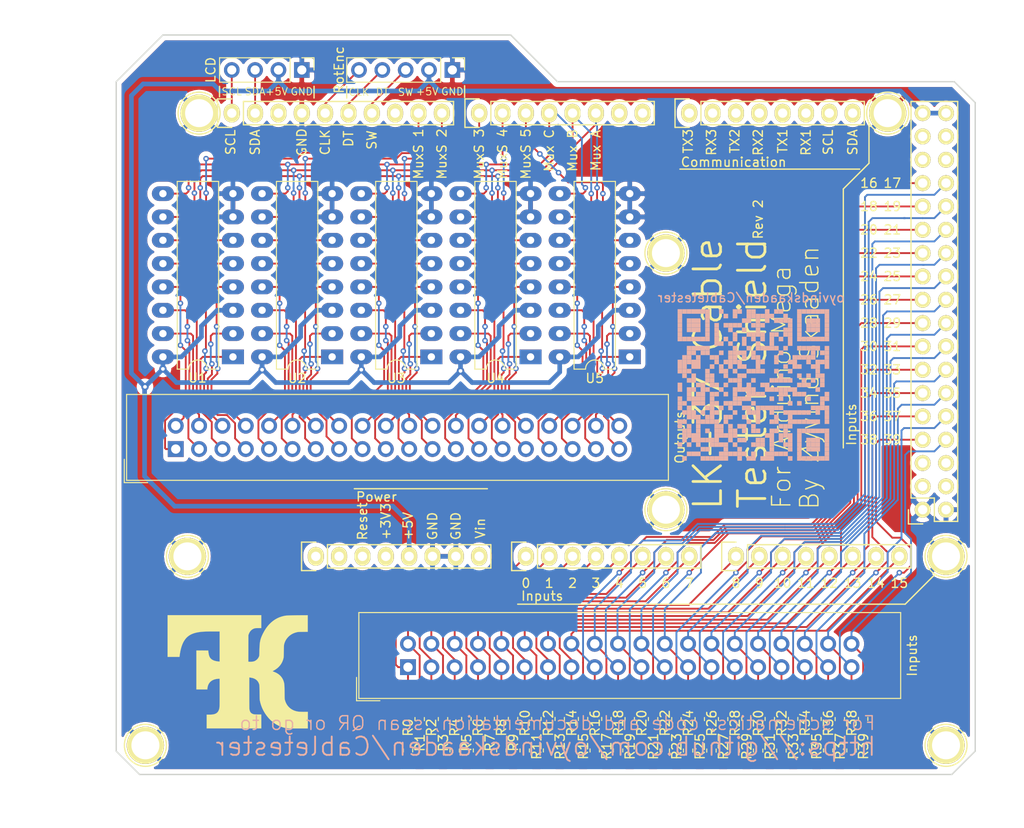
<source format=kicad_pcb>
(kicad_pcb (version 20171130) (host pcbnew 5.1.5-52549c5~86~ubuntu19.10.1)
  (title_block (date "mar. 31 mars 2015"))
  (layers (0 F.Cu signal) (31 B.Cu signal) (34 B.Paste user) (35 F.Paste user) (36 B.SilkS user) (37 F.SilkS user) (38 B.Mask user) (39 F.Mask user) (44 Edge.Cuts user))
  (net 0 "")
  (net 1 GND)
  (net 2 +5V)
  (net 3 /IOREF)
  (net 4 /Reset)
  (net 5 /Vin)
  (net 6 /AREF)
  (net 7 "/10(**)")
  (net 8 "Net-(P2-Pad1)")
  (net 9 +3V3)
  (net 10 "/1(Tx0)")
  (net 11 "/0(Rx0)")
  (net 12 /Out39)
  (net 13 /Out38)
  (net 14 /Out37)
  (net 15 /Out36)
  (net 16 /Out35)
  (net 17 /Out34)
  (net 18 /Out33)
  (net 19 /Out32)
  (net 20 /Out31)
  (net 21 /Out30)
  (net 22 /Out29)
  (net 23 /Out28)
  (net 24 /Out27)
  (net 25 /Out26)
  (net 26 /Out25)
  (net 27 /Out24)
  (net 28 /Out23)
  (net 29 /Out22)
  (net 30 /Out21)
  (net 31 /Out20)
  (net 32 /Out19)
  (net 33 /Out18)
  (net 34 /Out17)
  (net 35 /Out16)
  (net 36 /Out15)
  (net 37 /Out14)
  (net 38 /Out13)
  (net 39 /Out12)
  (net 40 /Out11)
  (net 41 /Out10)
  (net 42 /Out9)
  (net 43 /Out8)
  (net 44 /Out7)
  (net 45 /Out6)
  (net 46 /Out5)
  (net 47 /Out4)
  (net 48 /Out3)
  (net 49 /Out2)
  (net 50 /Out1)
  (net 51 /Out0)
  (net 52 /MuxA)
  (net 53 /MuxB)
  (net 54 /MuxC)
  (net 55 /MuxSel5)
  (net 56 /MuxSel4)
  (net 57 /MuxSel3)
  (net 58 /MuxSel2)
  (net 59 /MuxSel1)
  (net 60 /In39)
  (net 61 /In38)
  (net 62 /In37)
  (net 63 /In36)
  (net 64 /In35)
  (net 65 /In34)
  (net 66 /In33)
  (net 67 /In32)
  (net 68 /In31)
  (net 69 /In30)
  (net 70 /In29)
  (net 71 /In28)
  (net 72 /In27)
  (net 73 /In26)
  (net 74 /In25)
  (net 75 /In24)
  (net 76 /In23)
  (net 77 /In22)
  (net 78 /In21)
  (net 79 /In20)
  (net 80 /In19)
  (net 81 /In18)
  (net 82 /In17)
  (net 83 /In16)
  (net 84 /In15)
  (net 85 /In14)
  (net 86 /In13)
  (net 87 /In12)
  (net 88 /In11)
  (net 89 /In10)
  (net 90 /In9)
  (net 91 /In8)
  (net 92 /In7)
  (net 93 /In6)
  (net 94 /In5)
  (net 95 /In4)
  (net 96 /In3)
  (net 97 /In2)
  (net 98 /In1)
  (net 99 /In0)
  (net 100 SCL)
  (net 101 SDA)
  (net 102 CLK)
  (net 103 DT)
  (net 104 SW)
  (net 105 "Net-(P1-Pad3)")
  (net 106 "Net-(P1-Pad4)")
  (net 107 "Net-(P1-Pad5)")
  (net 108 "Net-(P1-Pad6)")
  (net 109 "Net-(P1-Pad31)")
  (net 110 "Net-(P1-Pad32)")
  (net 111 "Net-(P1-Pad33)")
  (net 112 "Net-(P1-Pad34)")
  (net 113 "Net-(P7-Pad1)")
  (net 114 "Net-(P7-Pad2)")
  (net 115 "Net-(P7-Pad3)")
  (net 116 "Net-(P7-Pad4)")
  (net 117 "Net-(P7-Pad5)")
  (net 118 "Net-(P7-Pad6)")
  (net 119 "Net-(P7-Pad7)")
  (net 120 "Net-(P7-Pad8)")
  (module Logo:Github-SilkNonInv (layer B.Cu) (at 178.689 100.711 180)
    (fp_text reference QR1 hide)
    (fp_text value oyvindskaaden/Cabletester (at 0 9.75) (layer B.SilkS) (effects (justify mirror)))
  )
  (module Logo:logo (layer F.Cu) (at 122.809 131.699)
    (fp_text reference G*** hide)
    (fp_text value LOGO hide)
  )
  (module Socket_Arduino_Mega:Arduino_1pin (layer F.Cu) (at 199.898 139.7)
    (fp_text reference P15)
    (fp_text value CONN_01X01)
    (pad 1 thru_hole circle (at 0 0) (size 4.064 4.064) (drill 3.048) (layers *.Cu *.Mask F.SilkS) (net 1 GND))
  )
  (module Socket_Arduino_Mega:Arduino_1pin (layer F.Cu) (at 112.776 139.7)
    (fp_text reference P14)
    (fp_text value CONN_01X01)
    (pad 1 thru_hole circle (at 0 0) (size 4.064 4.064) (drill 3.048) (layers *.Cu *.Mask F.SilkS) (net 1 GND))
  )
  (module Package_DIP:DIP-16_W7.62mm_LongPads (layer F.Cu) (at 122.301 97.409 180)
    (fp_text reference U1 (at 3.8608 -2.286) (layer F.SilkS))
    (fp_text value 4051)
    (pad 16 thru_hole oval (at 7.62 0 180) (size 2.4 1.6) (drill 0.8) (layers *.Cu *.Mask) (net 2 +5V))
    (pad 8 thru_hole oval (at 0 17.78 180) (size 2.4 1.6) (drill 0.8) (layers *.Cu *.Mask) (net 1 GND))
    (pad 15 thru_hole oval (at 7.62 2.54 180) (size 2.4 1.6) (drill 0.8) (layers *.Cu *.Mask) (net 49 /Out2))
    (pad 7 thru_hole oval (at 0 15.24 180) (size 2.4 1.6) (drill 0.8) (layers *.Cu *.Mask) (net 1 GND))
    (pad 14 thru_hole oval (at 7.62 5.08 180) (size 2.4 1.6) (drill 0.8) (layers *.Cu *.Mask) (net 50 /Out1))
    (pad 6 thru_hole oval (at 0 12.7 180) (size 2.4 1.6) (drill 0.8) (layers *.Cu *.Mask) (net 59 /MuxSel1))
    (pad 13 thru_hole oval (at 7.62 7.62 180) (size 2.4 1.6) (drill 0.8) (layers *.Cu *.Mask) (net 51 /Out0))
    (pad 5 thru_hole oval (at 0 10.16 180) (size 2.4 1.6) (drill 0.8) (layers *.Cu *.Mask) (net 46 /Out5))
    (pad 12 thru_hole oval (at 7.62 10.16 180) (size 2.4 1.6) (drill 0.8) (layers *.Cu *.Mask) (net 48 /Out3))
    (pad 4 thru_hole oval (at 0 7.62 180) (size 2.4 1.6) (drill 0.8) (layers *.Cu *.Mask) (net 44 /Out7))
    (pad 11 thru_hole oval (at 7.62 12.7 180) (size 2.4 1.6) (drill 0.8) (layers *.Cu *.Mask) (net 52 /MuxA))
    (pad 3 thru_hole oval (at 0 5.08 180) (size 2.4 1.6) (drill 0.8) (layers *.Cu *.Mask) (net 2 +5V))
    (pad 10 thru_hole oval (at 7.62 15.24 180) (size 2.4 1.6) (drill 0.8) (layers *.Cu *.Mask) (net 53 /MuxB))
    (pad 2 thru_hole oval (at 0 2.54 180) (size 2.4 1.6) (drill 0.8) (layers *.Cu *.Mask) (net 45 /Out6))
    (pad 9 thru_hole oval (at 7.62 17.78 180) (size 2.4 1.6) (drill 0.8) (layers *.Cu *.Mask) (net 54 /MuxC))
    (pad 1 thru_hole rect (at 0 0 180) (size 2.4 1.6) (drill 0.8) (layers *.Cu *.Mask) (net 47 /Out4))
  )
  (module Package_DIP:DIP-16_W7.62mm_LongPads (layer F.Cu) (at 165.481 97.409 180)
    (fp_text reference U5 (at 3.81 -2.33) (layer F.SilkS))
    (fp_text value 4051)
    (pad 16 thru_hole oval (at 7.62 0 180) (size 2.4 1.6) (drill 0.8) (layers *.Cu *.Mask) (net 2 +5V))
    (pad 8 thru_hole oval (at 0 17.78 180) (size 2.4 1.6) (drill 0.8) (layers *.Cu *.Mask) (net 1 GND))
    (pad 15 thru_hole oval (at 7.62 2.54 180) (size 2.4 1.6) (drill 0.8) (layers *.Cu *.Mask) (net 17 /Out34))
    (pad 7 thru_hole oval (at 0 15.24 180) (size 2.4 1.6) (drill 0.8) (layers *.Cu *.Mask) (net 1 GND))
    (pad 14 thru_hole oval (at 7.62 5.08 180) (size 2.4 1.6) (drill 0.8) (layers *.Cu *.Mask) (net 18 /Out33))
    (pad 6 thru_hole oval (at 0 12.7 180) (size 2.4 1.6) (drill 0.8) (layers *.Cu *.Mask) (net 55 /MuxSel5))
    (pad 13 thru_hole oval (at 7.62 7.62 180) (size 2.4 1.6) (drill 0.8) (layers *.Cu *.Mask) (net 19 /Out32))
    (pad 5 thru_hole oval (at 0 10.16 180) (size 2.4 1.6) (drill 0.8) (layers *.Cu *.Mask) (net 14 /Out37))
    (pad 12 thru_hole oval (at 7.62 10.16 180) (size 2.4 1.6) (drill 0.8) (layers *.Cu *.Mask) (net 16 /Out35))
    (pad 4 thru_hole oval (at 0 7.62 180) (size 2.4 1.6) (drill 0.8) (layers *.Cu *.Mask) (net 12 /Out39))
    (pad 11 thru_hole oval (at 7.62 12.7 180) (size 2.4 1.6) (drill 0.8) (layers *.Cu *.Mask) (net 52 /MuxA))
    (pad 3 thru_hole oval (at 0 5.08 180) (size 2.4 1.6) (drill 0.8) (layers *.Cu *.Mask) (net 2 +5V))
    (pad 10 thru_hole oval (at 7.62 15.24 180) (size 2.4 1.6) (drill 0.8) (layers *.Cu *.Mask) (net 53 /MuxB))
    (pad 2 thru_hole oval (at 0 2.54 180) (size 2.4 1.6) (drill 0.8) (layers *.Cu *.Mask) (net 13 /Out38))
    (pad 9 thru_hole oval (at 7.62 17.78 180) (size 2.4 1.6) (drill 0.8) (layers *.Cu *.Mask) (net 54 /MuxC))
    (pad 1 thru_hole rect (at 0 0 180) (size 2.4 1.6) (drill 0.8) (layers *.Cu *.Mask) (net 15 /Out36))
  )
  (module Package_DIP:DIP-16_W7.62mm_LongPads (layer F.Cu) (at 154.686 97.409 180)
    (fp_text reference U4 (at 3.81 -2.33) (layer F.SilkS))
    (fp_text value 4051)
    (pad 16 thru_hole oval (at 7.62 0 180) (size 2.4 1.6) (drill 0.8) (layers *.Cu *.Mask) (net 2 +5V))
    (pad 8 thru_hole oval (at 0 17.78 180) (size 2.4 1.6) (drill 0.8) (layers *.Cu *.Mask) (net 1 GND))
    (pad 15 thru_hole oval (at 7.62 2.54 180) (size 2.4 1.6) (drill 0.8) (layers *.Cu *.Mask) (net 25 /Out26))
    (pad 7 thru_hole oval (at 0 15.24 180) (size 2.4 1.6) (drill 0.8) (layers *.Cu *.Mask) (net 1 GND))
    (pad 14 thru_hole oval (at 7.62 5.08 180) (size 2.4 1.6) (drill 0.8) (layers *.Cu *.Mask) (net 26 /Out25))
    (pad 6 thru_hole oval (at 0 12.7 180) (size 2.4 1.6) (drill 0.8) (layers *.Cu *.Mask) (net 56 /MuxSel4))
    (pad 13 thru_hole oval (at 7.62 7.62 180) (size 2.4 1.6) (drill 0.8) (layers *.Cu *.Mask) (net 27 /Out24))
    (pad 5 thru_hole oval (at 0 10.16 180) (size 2.4 1.6) (drill 0.8) (layers *.Cu *.Mask) (net 22 /Out29))
    (pad 12 thru_hole oval (at 7.62 10.16 180) (size 2.4 1.6) (drill 0.8) (layers *.Cu *.Mask) (net 24 /Out27))
    (pad 4 thru_hole oval (at 0 7.62 180) (size 2.4 1.6) (drill 0.8) (layers *.Cu *.Mask) (net 20 /Out31))
    (pad 11 thru_hole oval (at 7.62 12.7 180) (size 2.4 1.6) (drill 0.8) (layers *.Cu *.Mask) (net 52 /MuxA))
    (pad 3 thru_hole oval (at 0 5.08 180) (size 2.4 1.6) (drill 0.8) (layers *.Cu *.Mask) (net 2 +5V))
    (pad 10 thru_hole oval (at 7.62 15.24 180) (size 2.4 1.6) (drill 0.8) (layers *.Cu *.Mask) (net 53 /MuxB))
    (pad 2 thru_hole oval (at 0 2.54 180) (size 2.4 1.6) (drill 0.8) (layers *.Cu *.Mask) (net 21 /Out30))
    (pad 9 thru_hole oval (at 7.62 17.78 180) (size 2.4 1.6) (drill 0.8) (layers *.Cu *.Mask) (net 54 /MuxC))
    (pad 1 thru_hole rect (at 0 0 180) (size 2.4 1.6) (drill 0.8) (layers *.Cu *.Mask) (net 23 /Out28))
  )
  (module Package_DIP:DIP-16_W7.62mm_LongPads (layer F.Cu) (at 143.891 97.409 180)
    (fp_text reference U3 (at 3.81 -2.33) (layer F.SilkS))
    (fp_text value 4051)
    (pad 16 thru_hole oval (at 7.62 0 180) (size 2.4 1.6) (drill 0.8) (layers *.Cu *.Mask) (net 2 +5V))
    (pad 8 thru_hole oval (at 0 17.78 180) (size 2.4 1.6) (drill 0.8) (layers *.Cu *.Mask) (net 1 GND))
    (pad 15 thru_hole oval (at 7.62 2.54 180) (size 2.4 1.6) (drill 0.8) (layers *.Cu *.Mask) (net 33 /Out18))
    (pad 7 thru_hole oval (at 0 15.24 180) (size 2.4 1.6) (drill 0.8) (layers *.Cu *.Mask) (net 1 GND))
    (pad 14 thru_hole oval (at 7.62 5.08 180) (size 2.4 1.6) (drill 0.8) (layers *.Cu *.Mask) (net 34 /Out17))
    (pad 6 thru_hole oval (at 0 12.7 180) (size 2.4 1.6) (drill 0.8) (layers *.Cu *.Mask) (net 57 /MuxSel3))
    (pad 13 thru_hole oval (at 7.62 7.62 180) (size 2.4 1.6) (drill 0.8) (layers *.Cu *.Mask) (net 35 /Out16))
    (pad 5 thru_hole oval (at 0 10.16 180) (size 2.4 1.6) (drill 0.8) (layers *.Cu *.Mask) (net 30 /Out21))
    (pad 12 thru_hole oval (at 7.62 10.16 180) (size 2.4 1.6) (drill 0.8) (layers *.Cu *.Mask) (net 32 /Out19))
    (pad 4 thru_hole oval (at 0 7.62 180) (size 2.4 1.6) (drill 0.8) (layers *.Cu *.Mask) (net 28 /Out23))
    (pad 11 thru_hole oval (at 7.62 12.7 180) (size 2.4 1.6) (drill 0.8) (layers *.Cu *.Mask) (net 52 /MuxA))
    (pad 3 thru_hole oval (at 0 5.08 180) (size 2.4 1.6) (drill 0.8) (layers *.Cu *.Mask) (net 2 +5V))
    (pad 10 thru_hole oval (at 7.62 15.24 180) (size 2.4 1.6) (drill 0.8) (layers *.Cu *.Mask) (net 53 /MuxB))
    (pad 2 thru_hole oval (at 0 2.54 180) (size 2.4 1.6) (drill 0.8) (layers *.Cu *.Mask) (net 29 /Out22))
    (pad 9 thru_hole oval (at 7.62 17.78 180) (size 2.4 1.6) (drill 0.8) (layers *.Cu *.Mask) (net 54 /MuxC))
    (pad 1 thru_hole rect (at 0 0 180) (size 2.4 1.6) (drill 0.8) (layers *.Cu *.Mask) (net 31 /Out20))
  )
  (module Package_DIP:DIP-16_W7.62mm_LongPads (layer F.Cu) (at 133.096 97.409 180)
    (fp_text reference U2 (at 3.81 -2.33) (layer F.SilkS))
    (fp_text value 4051)
    (pad 16 thru_hole oval (at 7.62 0 180) (size 2.4 1.6) (drill 0.8) (layers *.Cu *.Mask) (net 2 +5V))
    (pad 8 thru_hole oval (at 0 17.78 180) (size 2.4 1.6) (drill 0.8) (layers *.Cu *.Mask) (net 1 GND))
    (pad 15 thru_hole oval (at 7.62 2.54 180) (size 2.4 1.6) (drill 0.8) (layers *.Cu *.Mask) (net 41 /Out10))
    (pad 7 thru_hole oval (at 0 15.24 180) (size 2.4 1.6) (drill 0.8) (layers *.Cu *.Mask) (net 1 GND))
    (pad 14 thru_hole oval (at 7.62 5.08 180) (size 2.4 1.6) (drill 0.8) (layers *.Cu *.Mask) (net 42 /Out9))
    (pad 6 thru_hole oval (at 0 12.7 180) (size 2.4 1.6) (drill 0.8) (layers *.Cu *.Mask) (net 58 /MuxSel2))
    (pad 13 thru_hole oval (at 7.62 7.62 180) (size 2.4 1.6) (drill 0.8) (layers *.Cu *.Mask) (net 43 /Out8))
    (pad 5 thru_hole oval (at 0 10.16 180) (size 2.4 1.6) (drill 0.8) (layers *.Cu *.Mask) (net 38 /Out13))
    (pad 12 thru_hole oval (at 7.62 10.16 180) (size 2.4 1.6) (drill 0.8) (layers *.Cu *.Mask) (net 40 /Out11))
    (pad 4 thru_hole oval (at 0 7.62 180) (size 2.4 1.6) (drill 0.8) (layers *.Cu *.Mask) (net 36 /Out15))
    (pad 11 thru_hole oval (at 7.62 12.7 180) (size 2.4 1.6) (drill 0.8) (layers *.Cu *.Mask) (net 52 /MuxA))
    (pad 3 thru_hole oval (at 0 5.08 180) (size 2.4 1.6) (drill 0.8) (layers *.Cu *.Mask) (net 2 +5V))
    (pad 10 thru_hole oval (at 7.62 15.24 180) (size 2.4 1.6) (drill 0.8) (layers *.Cu *.Mask) (net 53 /MuxB))
    (pad 2 thru_hole oval (at 0 2.54 180) (size 2.4 1.6) (drill 0.8) (layers *.Cu *.Mask) (net 37 /Out14))
    (pad 9 thru_hole oval (at 7.62 17.78 180) (size 2.4 1.6) (drill 0.8) (layers *.Cu *.Mask) (net 54 /MuxC))
    (pad 1 thru_hole rect (at 0 0 180) (size 2.4 1.6) (drill 0.8) (layers *.Cu *.Mask) (net 39 /Out12))
  )
  (module Resistor_SMD:R_0603_1608Metric_Pad1.05x0.95mm_HandSolder (layer F.Cu) (at 190.881 136.8285 270)
    (fp_text reference R39 (at 2.9845 -0.033 90) (layer F.SilkS))
    (fp_text value 10K)
    (pad 2 smd roundrect (at 0.875 0 270) (size 1.05 0.95) (layers F.Cu F.Paste F.Mask) (net 1 GND))
    (pad 1 smd roundrect (at -0.875 0 270) (size 1.05 0.95) (layers F.Cu F.Paste F.Mask) (net 60 /In39))
  )
  (module Resistor_SMD:R_0603_1608Metric_Pad1.05x0.95mm_HandSolder (layer F.Cu) (at 189.611 140.2575 270)
    (fp_text reference R38 (at -2.9845 -0.033 90) (layer F.SilkS))
    (fp_text value 10K)
    (pad 2 smd roundrect (at 0.875 0 270) (size 1.05 0.95) (layers F.Cu F.Paste F.Mask) (net 1 GND))
    (pad 1 smd roundrect (at -0.875 0 270) (size 1.05 0.95) (layers F.Cu F.Paste F.Mask) (net 61 /In38))
  )
  (module Resistor_SMD:R_0603_1608Metric_Pad1.05x0.95mm_HandSolder (layer F.Cu) (at 188.341 136.8425 270)
    (fp_text reference R37 (at 2.9845 -0.033 90) (layer F.SilkS))
    (fp_text value 10K)
    (pad 2 smd roundrect (at 0.875 0 270) (size 1.05 0.95) (layers F.Cu F.Paste F.Mask) (net 1 GND))
    (pad 1 smd roundrect (at -0.875 0 270) (size 1.05 0.95) (layers F.Cu F.Paste F.Mask) (net 62 /In37))
  )
  (module Resistor_SMD:R_0603_1608Metric_Pad1.05x0.95mm_HandSolder (layer F.Cu) (at 187.071 140.2575 270)
    (fp_text reference R36 (at -2.9845 -0.033 90) (layer F.SilkS))
    (fp_text value 10K)
    (pad 2 smd roundrect (at 0.875 0 270) (size 1.05 0.95) (layers F.Cu F.Paste F.Mask) (net 1 GND))
    (pad 1 smd roundrect (at -0.875 0 270) (size 1.05 0.95) (layers F.Cu F.Paste F.Mask) (net 63 /In36))
  )
  (module Resistor_SMD:R_0603_1608Metric_Pad1.05x0.95mm_HandSolder (layer F.Cu) (at 185.801 136.8285 270)
    (fp_text reference R35 (at 2.9845 -0.033 90) (layer F.SilkS))
    (fp_text value 10K)
    (pad 2 smd roundrect (at 0.875 0 270) (size 1.05 0.95) (layers F.Cu F.Paste F.Mask) (net 1 GND))
    (pad 1 smd roundrect (at -0.875 0 270) (size 1.05 0.95) (layers F.Cu F.Paste F.Mask) (net 64 /In35))
  )
  (module Resistor_SMD:R_0603_1608Metric_Pad1.05x0.95mm_HandSolder (layer F.Cu) (at 184.531 140.2575 270)
    (fp_text reference R34 (at -2.9845 -0.033 90) (layer F.SilkS))
    (fp_text value 10K)
    (pad 2 smd roundrect (at 0.875 0 270) (size 1.05 0.95) (layers F.Cu F.Paste F.Mask) (net 1 GND))
    (pad 1 smd roundrect (at -0.875 0 270) (size 1.05 0.95) (layers F.Cu F.Paste F.Mask) (net 65 /In34))
  )
  (module Resistor_SMD:R_0603_1608Metric_Pad1.05x0.95mm_HandSolder (layer F.Cu) (at 183.261 136.8285 270)
    (fp_text reference R33 (at 2.9845 -0.033 90) (layer F.SilkS))
    (fp_text value 10K)
    (pad 2 smd roundrect (at 0.875 0 270) (size 1.05 0.95) (layers F.Cu F.Paste F.Mask) (net 1 GND))
    (pad 1 smd roundrect (at -0.875 0 270) (size 1.05 0.95) (layers F.Cu F.Paste F.Mask) (net 66 /In33))
  )
  (module Resistor_SMD:R_0603_1608Metric_Pad1.05x0.95mm_HandSolder (layer F.Cu) (at 181.991 140.2715 270)
    (fp_text reference R32 (at -2.9845 -0.033 90) (layer F.SilkS))
    (fp_text value 10K)
    (pad 2 smd roundrect (at 0.875 0 270) (size 1.05 0.95) (layers F.Cu F.Paste F.Mask) (net 1 GND))
    (pad 1 smd roundrect (at -0.875 0 270) (size 1.05 0.95) (layers F.Cu F.Paste F.Mask) (net 67 /In32))
  )
  (module Resistor_SMD:R_0603_1608Metric_Pad1.05x0.95mm_HandSolder (layer F.Cu) (at 180.721 136.8285 270)
    (fp_text reference R31 (at 2.9845 -0.033 90) (layer F.SilkS))
    (fp_text value 10K)
    (pad 2 smd roundrect (at 0.875 0 270) (size 1.05 0.95) (layers F.Cu F.Paste F.Mask) (net 1 GND))
    (pad 1 smd roundrect (at -0.875 0 270) (size 1.05 0.95) (layers F.Cu F.Paste F.Mask) (net 68 /In31))
  )
  (module Resistor_SMD:R_0603_1608Metric_Pad1.05x0.95mm_HandSolder (layer F.Cu) (at 179.451 140.2715 270)
    (fp_text reference R30 (at -2.9845 -0.033 90) (layer F.SilkS))
    (fp_text value 10K)
    (pad 2 smd roundrect (at 0.875 0 270) (size 1.05 0.95) (layers F.Cu F.Paste F.Mask) (net 1 GND))
    (pad 1 smd roundrect (at -0.875 0 270) (size 1.05 0.95) (layers F.Cu F.Paste F.Mask) (net 69 /In30))
  )
  (module Resistor_SMD:R_0603_1608Metric_Pad1.05x0.95mm_HandSolder (layer F.Cu) (at 178.181 136.8285 270)
    (fp_text reference R29 (at 2.9845 -0.033 90) (layer F.SilkS))
    (fp_text value 10K)
    (pad 2 smd roundrect (at 0.875 0 270) (size 1.05 0.95) (layers F.Cu F.Paste F.Mask) (net 1 GND))
    (pad 1 smd roundrect (at -0.875 0 270) (size 1.05 0.95) (layers F.Cu F.Paste F.Mask) (net 70 /In29))
  )
  (module Resistor_SMD:R_0603_1608Metric_Pad1.05x0.95mm_HandSolder (layer F.Cu) (at 176.911 140.2715 270)
    (fp_text reference R28 (at -2.9845 -0.033 90) (layer F.SilkS))
    (fp_text value 10K)
    (pad 2 smd roundrect (at 0.875 0 270) (size 1.05 0.95) (layers F.Cu F.Paste F.Mask) (net 1 GND))
    (pad 1 smd roundrect (at -0.875 0 270) (size 1.05 0.95) (layers F.Cu F.Paste F.Mask) (net 71 /In28))
  )
  (module Resistor_SMD:R_0603_1608Metric_Pad1.05x0.95mm_HandSolder (layer F.Cu) (at 175.641 136.8425 270)
    (fp_text reference R27 (at 2.9845 -0.033 90) (layer F.SilkS))
    (fp_text value 10K)
    (pad 2 smd roundrect (at 0.875 0 270) (size 1.05 0.95) (layers F.Cu F.Paste F.Mask) (net 1 GND))
    (pad 1 smd roundrect (at -0.875 0 270) (size 1.05 0.95) (layers F.Cu F.Paste F.Mask) (net 72 /In27))
  )
  (module Resistor_SMD:R_0603_1608Metric_Pad1.05x0.95mm_HandSolder (layer F.Cu) (at 174.371 140.2715 270)
    (fp_text reference R26 (at -2.9845 -0.033 90) (layer F.SilkS))
    (fp_text value 10K)
    (pad 2 smd roundrect (at 0.875 0 270) (size 1.05 0.95) (layers F.Cu F.Paste F.Mask) (net 1 GND))
    (pad 1 smd roundrect (at -0.875 0 270) (size 1.05 0.95) (layers F.Cu F.Paste F.Mask) (net 73 /In26))
  )
  (module Resistor_SMD:R_0603_1608Metric_Pad1.05x0.95mm_HandSolder (layer F.Cu) (at 173.101 136.8425 270)
    (fp_text reference R25 (at 2.9845 -0.033 90) (layer F.SilkS))
    (fp_text value 10K)
    (pad 2 smd roundrect (at 0.875 0 270) (size 1.05 0.95) (layers F.Cu F.Paste F.Mask) (net 1 GND))
    (pad 1 smd roundrect (at -0.875 0 270) (size 1.05 0.95) (layers F.Cu F.Paste F.Mask) (net 74 /In25))
  )
  (module Resistor_SMD:R_0603_1608Metric_Pad1.05x0.95mm_HandSolder (layer F.Cu) (at 171.831 140.2715 270)
    (fp_text reference R24 (at -2.9845 -0.033 90) (layer F.SilkS))
    (fp_text value 10K)
    (pad 2 smd roundrect (at 0.875 0 270) (size 1.05 0.95) (layers F.Cu F.Paste F.Mask) (net 1 GND))
    (pad 1 smd roundrect (at -0.875 0 270) (size 1.05 0.95) (layers F.Cu F.Paste F.Mask) (net 75 /In24))
  )
  (module Resistor_SMD:R_0603_1608Metric_Pad1.05x0.95mm_HandSolder (layer F.Cu) (at 170.561 136.8425 270)
    (fp_text reference R23 (at 2.9845 -0.033 90) (layer F.SilkS))
    (fp_text value 10K)
    (pad 2 smd roundrect (at 0.875 0 270) (size 1.05 0.95) (layers F.Cu F.Paste F.Mask) (net 1 GND))
    (pad 1 smd roundrect (at -0.875 0 270) (size 1.05 0.95) (layers F.Cu F.Paste F.Mask) (net 76 /In23))
  )
  (module Resistor_SMD:R_0603_1608Metric_Pad1.05x0.95mm_HandSolder (layer F.Cu) (at 169.291 140.2575 270)
    (fp_text reference R22 (at -2.9845 -0.033 90) (layer F.SilkS))
    (fp_text value 10K)
    (pad 2 smd roundrect (at 0.875 0 270) (size 1.05 0.95) (layers F.Cu F.Paste F.Mask) (net 1 GND))
    (pad 1 smd roundrect (at -0.875 0 270) (size 1.05 0.95) (layers F.Cu F.Paste F.Mask) (net 77 /In22))
  )
  (module Resistor_SMD:R_0603_1608Metric_Pad1.05x0.95mm_HandSolder (layer F.Cu) (at 168.021 136.8425 270)
    (fp_text reference R21 (at 2.9845 -0.033 90) (layer F.SilkS))
    (fp_text value 10K)
    (pad 2 smd roundrect (at 0.875 0 270) (size 1.05 0.95) (layers F.Cu F.Paste F.Mask) (net 1 GND))
    (pad 1 smd roundrect (at -0.875 0 270) (size 1.05 0.95) (layers F.Cu F.Paste F.Mask) (net 78 /In21))
  )
  (module Resistor_SMD:R_0603_1608Metric_Pad1.05x0.95mm_HandSolder (layer F.Cu) (at 166.751 140.2575 270)
    (fp_text reference R20 (at -2.9845 -0.033 90) (layer F.SilkS))
    (fp_text value 10K)
    (pad 2 smd roundrect (at 0.875 0 270) (size 1.05 0.95) (layers F.Cu F.Paste F.Mask) (net 1 GND))
    (pad 1 smd roundrect (at -0.875 0 270) (size 1.05 0.95) (layers F.Cu F.Paste F.Mask) (net 79 /In20))
  )
  (module Resistor_SMD:R_0603_1608Metric_Pad1.05x0.95mm_HandSolder (layer F.Cu) (at 165.481 136.8425 270)
    (fp_text reference R19 (at 2.9845 -0.033 90) (layer F.SilkS))
    (fp_text value 10K)
    (pad 2 smd roundrect (at 0.875 0 270) (size 1.05 0.95) (layers F.Cu F.Paste F.Mask) (net 1 GND))
    (pad 1 smd roundrect (at -0.875 0 270) (size 1.05 0.95) (layers F.Cu F.Paste F.Mask) (net 80 /In19))
  )
  (module Resistor_SMD:R_0603_1608Metric_Pad1.05x0.95mm_HandSolder (layer F.Cu) (at 164.211 140.2575 270)
    (fp_text reference R18 (at -2.9845 -0.033 90) (layer F.SilkS))
    (fp_text value 10K)
    (pad 2 smd roundrect (at 0.875 0 270) (size 1.05 0.95) (layers F.Cu F.Paste F.Mask) (net 1 GND))
    (pad 1 smd roundrect (at -0.875 0 270) (size 1.05 0.95) (layers F.Cu F.Paste F.Mask) (net 81 /In18))
  )
  (module Resistor_SMD:R_0603_1608Metric_Pad1.05x0.95mm_HandSolder (layer F.Cu) (at 162.941 136.8285 270)
    (fp_text reference R17 (at 2.9845 -0.033 90) (layer F.SilkS))
    (fp_text value 10K)
    (pad 2 smd roundrect (at 0.875 0 270) (size 1.05 0.95) (layers F.Cu F.Paste F.Mask) (net 1 GND))
    (pad 1 smd roundrect (at -0.875 0 270) (size 1.05 0.95) (layers F.Cu F.Paste F.Mask) (net 82 /In17))
  )
  (module Resistor_SMD:R_0603_1608Metric_Pad1.05x0.95mm_HandSolder (layer F.Cu) (at 161.671 140.2575 270)
    (fp_text reference R16 (at -2.9845 -0.033 90) (layer F.SilkS))
    (fp_text value 10K)
    (pad 2 smd roundrect (at 0.875 0 270) (size 1.05 0.95) (layers F.Cu F.Paste F.Mask) (net 1 GND))
    (pad 1 smd roundrect (at -0.875 0 270) (size 1.05 0.95) (layers F.Cu F.Paste F.Mask) (net 83 /In16))
  )
  (module Resistor_SMD:R_0603_1608Metric_Pad1.05x0.95mm_HandSolder (layer F.Cu) (at 160.401 136.8285 270)
    (fp_text reference R15 (at 2.9845 -0.033 90) (layer F.SilkS))
    (fp_text value 10K)
    (pad 2 smd roundrect (at 0.875 0 270) (size 1.05 0.95) (layers F.Cu F.Paste F.Mask) (net 1 GND))
    (pad 1 smd roundrect (at -0.875 0 270) (size 1.05 0.95) (layers F.Cu F.Paste F.Mask) (net 84 /In15))
  )
  (module Resistor_SMD:R_0603_1608Metric_Pad1.05x0.95mm_HandSolder (layer F.Cu) (at 159.131 140.2575 270)
    (fp_text reference R14 (at -2.9845 -0.033 90) (layer F.SilkS))
    (fp_text value 10K)
    (pad 2 smd roundrect (at 0.875 0 270) (size 1.05 0.95) (layers F.Cu F.Paste F.Mask) (net 1 GND))
    (pad 1 smd roundrect (at -0.875 0 270) (size 1.05 0.95) (layers F.Cu F.Paste F.Mask) (net 85 /In14))
  )
  (module Resistor_SMD:R_0603_1608Metric_Pad1.05x0.95mm_HandSolder (layer F.Cu) (at 157.861 136.8285 270)
    (fp_text reference R13 (at 2.9845 -0.033 90) (layer F.SilkS))
    (fp_text value 10K)
    (pad 2 smd roundrect (at 0.875 0 270) (size 1.05 0.95) (layers F.Cu F.Paste F.Mask) (net 1 GND))
    (pad 1 smd roundrect (at -0.875 0 270) (size 1.05 0.95) (layers F.Cu F.Paste F.Mask) (net 86 /In13))
  )
  (module Resistor_SMD:R_0603_1608Metric_Pad1.05x0.95mm_HandSolder (layer F.Cu) (at 156.591 140.2575 270)
    (fp_text reference R12 (at -2.9845 -0.033 90) (layer F.SilkS))
    (fp_text value 10K)
    (pad 2 smd roundrect (at 0.875 0 270) (size 1.05 0.95) (layers F.Cu F.Paste F.Mask) (net 1 GND))
    (pad 1 smd roundrect (at -0.875 0 270) (size 1.05 0.95) (layers F.Cu F.Paste F.Mask) (net 87 /In12))
  )
  (module Resistor_SMD:R_0603_1608Metric_Pad1.05x0.95mm_HandSolder (layer F.Cu) (at 155.321 136.8285 270)
    (fp_text reference R11 (at 2.9845 -0.033 90) (layer F.SilkS))
    (fp_text value 10K)
    (pad 2 smd roundrect (at 0.875 0 270) (size 1.05 0.95) (layers F.Cu F.Paste F.Mask) (net 1 GND))
    (pad 1 smd roundrect (at -0.875 0 270) (size 1.05 0.95) (layers F.Cu F.Paste F.Mask) (net 88 /In11))
  )
  (module Resistor_SMD:R_0603_1608Metric_Pad1.05x0.95mm_HandSolder (layer F.Cu) (at 154.051 140.2575 270)
    (fp_text reference R10 (at -2.9845 -0.033 90) (layer F.SilkS))
    (fp_text value 10K)
    (pad 2 smd roundrect (at 0.875 0 270) (size 1.05 0.95) (layers F.Cu F.Paste F.Mask) (net 1 GND))
    (pad 1 smd roundrect (at -0.875 0 270) (size 1.05 0.95) (layers F.Cu F.Paste F.Mask) (net 89 /In10))
  )
  (module Resistor_SMD:R_0603_1608Metric_Pad1.05x0.95mm_HandSolder (layer F.Cu) (at 152.781 136.8285 270)
    (fp_text reference R9 (at 2.5781 -0.033 90) (layer F.SilkS))
    (fp_text value 10K)
    (pad 2 smd roundrect (at 0.875 0 270) (size 1.05 0.95) (layers F.Cu F.Paste F.Mask) (net 1 GND))
    (pad 1 smd roundrect (at -0.875 0 270) (size 1.05 0.95) (layers F.Cu F.Paste F.Mask) (net 90 /In9))
  )
  (module Resistor_SMD:R_0603_1608Metric_Pad1.05x0.95mm_HandSolder (layer F.Cu) (at 151.511 140.2575 270)
    (fp_text reference R8 (at -2.5019 -0.0076 90) (layer F.SilkS))
    (fp_text value 10K)
    (pad 2 smd roundrect (at 0.875 0 270) (size 1.05 0.95) (layers F.Cu F.Paste F.Mask) (net 1 GND))
    (pad 1 smd roundrect (at -0.875 0 270) (size 1.05 0.95) (layers F.Cu F.Paste F.Mask) (net 91 /In8))
  )
  (module Resistor_SMD:R_0603_1608Metric_Pad1.05x0.95mm_HandSolder (layer F.Cu) (at 150.241 136.8285 270)
    (fp_text reference R7 (at 2.5781 -0.033 90) (layer F.SilkS))
    (fp_text value 10K)
    (pad 2 smd roundrect (at 0.875 0 270) (size 1.05 0.95) (layers F.Cu F.Paste F.Mask) (net 1 GND))
    (pad 1 smd roundrect (at -0.875 0 270) (size 1.05 0.95) (layers F.Cu F.Paste F.Mask) (net 92 /In7))
  )
  (module Resistor_SMD:R_0603_1608Metric_Pad1.05x0.95mm_HandSolder (layer F.Cu) (at 148.971 140.2575 270)
    (fp_text reference R6 (at -2.5019 -0.0076 90) (layer F.SilkS))
    (fp_text value 10K)
    (pad 2 smd roundrect (at 0.875 0 270) (size 1.05 0.95) (layers F.Cu F.Paste F.Mask) (net 1 GND))
    (pad 1 smd roundrect (at -0.875 0 270) (size 1.05 0.95) (layers F.Cu F.Paste F.Mask) (net 93 /In6))
  )
  (module Resistor_SMD:R_0603_1608Metric_Pad1.05x0.95mm_HandSolder (layer F.Cu) (at 147.701 136.8285 270)
    (fp_text reference R5 (at 2.5781 -0.033 90) (layer F.SilkS))
    (fp_text value 10K)
    (pad 2 smd roundrect (at 0.875 0 270) (size 1.05 0.95) (layers F.Cu F.Paste F.Mask) (net 1 GND))
    (pad 1 smd roundrect (at -0.875 0 270) (size 1.05 0.95) (layers F.Cu F.Paste F.Mask) (net 94 /In5))
  )
  (module Resistor_SMD:R_0603_1608Metric_Pad1.05x0.95mm_HandSolder (layer F.Cu) (at 146.431 140.2715 270)
    (fp_text reference R4 (at -2.5019 -0.0076 90) (layer F.SilkS))
    (fp_text value 10K)
    (pad 2 smd roundrect (at 0.875 0 270) (size 1.05 0.95) (layers F.Cu F.Paste F.Mask) (net 1 GND))
    (pad 1 smd roundrect (at -0.875 0 270) (size 1.05 0.95) (layers F.Cu F.Paste F.Mask) (net 95 /In4))
  )
  (module Resistor_SMD:R_0603_1608Metric_Pad1.05x0.95mm_HandSolder (layer F.Cu) (at 145.161 136.8425 270)
    (fp_text reference R3 (at 2.5781 -0.033 90) (layer F.SilkS))
    (fp_text value 10K)
    (pad 2 smd roundrect (at 0.875 0 270) (size 1.05 0.95) (layers F.Cu F.Paste F.Mask) (net 1 GND))
    (pad 1 smd roundrect (at -0.875 0 270) (size 1.05 0.95) (layers F.Cu F.Paste F.Mask) (net 96 /In3))
  )
  (module Resistor_SMD:R_0603_1608Metric_Pad1.05x0.95mm_HandSolder (layer F.Cu) (at 143.891 140.2575 270)
    (fp_text reference R2 (at -2.5019 -0.0076 90) (layer F.SilkS))
    (fp_text value 10K)
    (pad 2 smd roundrect (at 0.875 0 270) (size 1.05 0.95) (layers F.Cu F.Paste F.Mask) (net 1 GND))
    (pad 1 smd roundrect (at -0.875 0 270) (size 1.05 0.95) (layers F.Cu F.Paste F.Mask) (net 97 /In2))
  )
  (module Resistor_SMD:R_0603_1608Metric_Pad1.05x0.95mm_HandSolder (layer F.Cu) (at 142.621 136.8425 270)
    (fp_text reference R1 (at 2.5781 -0.033 90) (layer F.SilkS))
    (fp_text value 10K)
    (pad 2 smd roundrect (at 0.875 0 270) (size 1.05 0.95) (layers F.Cu F.Paste F.Mask) (net 1 GND))
    (pad 1 smd roundrect (at -0.875 0 270) (size 1.05 0.95) (layers F.Cu F.Paste F.Mask) (net 98 /In1))
  )
  (module Resistor_SMD:R_0603_1608Metric_Pad1.05x0.95mm_HandSolder (layer F.Cu) (at 141.351 140.2575 270)
    (fp_text reference R0 (at -2.5019 -0.0076 90) (layer F.SilkS))
    (fp_text value 10K)
    (pad 2 smd roundrect (at 0.875 0 270) (size 1.05 0.95) (layers F.Cu F.Paste F.Mask) (net 1 GND))
    (pad 1 smd roundrect (at -0.875 0 270) (size 1.05 0.95) (layers F.Cu F.Paste F.Mask) (net 99 /In0))
  )
  (module Connector_PinHeader_2.54mm:PinHeader_1x05_P2.54mm_Vertical (layer F.Cu) (at 146.177 66.167 270)
    (fp_text reference J4)
    (fp_text value RotEnc (at 0 12.319 90) (layer F.SilkS))
    (pad 5 thru_hole oval (at 0 10.16 270) (size 1.7 1.7) (drill 1) (layers *.Cu *.Mask) (net 102 CLK))
    (pad 4 thru_hole oval (at 0 7.62 270) (size 1.7 1.7) (drill 1) (layers *.Cu *.Mask) (net 103 DT))
    (pad 3 thru_hole oval (at 0 5.08 270) (size 1.7 1.7) (drill 1) (layers *.Cu *.Mask) (net 104 SW))
    (pad 2 thru_hole oval (at 0 2.54 270) (size 1.7 1.7) (drill 1) (layers *.Cu *.Mask) (net 2 +5V))
    (pad 1 thru_hole rect (at 0 0 270) (size 1.7 1.7) (drill 1) (layers *.Cu *.Mask) (net 1 GND))
  )
  (module Connector_PinHeader_2.54mm:PinHeader_1x04_P2.54mm_Vertical (layer F.Cu) (at 129.794 66.167 270)
    (fp_text reference J3)
    (fp_text value LCD (at 0 9.906 270) (layer F.SilkS))
    (pad 4 thru_hole oval (at 0 7.62 270) (size 1.7 1.7) (drill 1) (layers *.Cu *.Mask) (net 100 SCL))
    (pad 3 thru_hole oval (at 0 5.08 270) (size 1.7 1.7) (drill 1) (layers *.Cu *.Mask) (net 101 SDA))
    (pad 2 thru_hole oval (at 0 2.54 270) (size 1.7 1.7) (drill 1) (layers *.Cu *.Mask) (net 2 +5V))
    (pad 1 thru_hole rect (at 0 0 270) (size 1.7 1.7) (drill 1) (layers *.Cu *.Mask) (net 1 GND))
  )
  (module Connector_IDC:IDC-Header_2x20_P2.54mm_Vertical (layer F.Cu) (at 141.351 131.191 90)
    (fp_text reference J2)
    (fp_text value Inputs (at 1.27 54.864 90) (layer F.SilkS))
    (pad 40 thru_hole oval (at 2.54 48.26 90) (size 1.7272 1.7272) (drill 1.016) (layers *.Cu *.Mask) (net 60 /In39))
    (pad 39 thru_hole oval (at 0 48.26 90) (size 1.7272 1.7272) (drill 1.016) (layers *.Cu *.Mask) (net 61 /In38))
    (pad 38 thru_hole oval (at 2.54 45.72 90) (size 1.7272 1.7272) (drill 1.016) (layers *.Cu *.Mask) (net 62 /In37))
    (pad 37 thru_hole oval (at 0 45.72 90) (size 1.7272 1.7272) (drill 1.016) (layers *.Cu *.Mask) (net 63 /In36))
    (pad 36 thru_hole oval (at 2.54 43.18 90) (size 1.7272 1.7272) (drill 1.016) (layers *.Cu *.Mask) (net 64 /In35))
    (pad 35 thru_hole oval (at 0 43.18 90) (size 1.7272 1.7272) (drill 1.016) (layers *.Cu *.Mask) (net 65 /In34))
    (pad 34 thru_hole oval (at 2.54 40.64 90) (size 1.7272 1.7272) (drill 1.016) (layers *.Cu *.Mask) (net 66 /In33))
    (pad 33 thru_hole oval (at 0 40.64 90) (size 1.7272 1.7272) (drill 1.016) (layers *.Cu *.Mask) (net 67 /In32))
    (pad 32 thru_hole oval (at 2.54 38.1 90) (size 1.7272 1.7272) (drill 1.016) (layers *.Cu *.Mask) (net 68 /In31))
    (pad 31 thru_hole oval (at 0 38.1 90) (size 1.7272 1.7272) (drill 1.016) (layers *.Cu *.Mask) (net 69 /In30))
    (pad 30 thru_hole oval (at 2.54 35.56 90) (size 1.7272 1.7272) (drill 1.016) (layers *.Cu *.Mask) (net 70 /In29))
    (pad 29 thru_hole oval (at 0 35.56 90) (size 1.7272 1.7272) (drill 1.016) (layers *.Cu *.Mask) (net 71 /In28))
    (pad 28 thru_hole oval (at 2.54 33.02 90) (size 1.7272 1.7272) (drill 1.016) (layers *.Cu *.Mask) (net 72 /In27))
    (pad 27 thru_hole oval (at 0 33.02 90) (size 1.7272 1.7272) (drill 1.016) (layers *.Cu *.Mask) (net 73 /In26))
    (pad 26 thru_hole oval (at 2.54 30.48 90) (size 1.7272 1.7272) (drill 1.016) (layers *.Cu *.Mask) (net 74 /In25))
    (pad 25 thru_hole oval (at 0 30.48 90) (size 1.7272 1.7272) (drill 1.016) (layers *.Cu *.Mask) (net 75 /In24))
    (pad 24 thru_hole oval (at 2.54 27.94 90) (size 1.7272 1.7272) (drill 1.016) (layers *.Cu *.Mask) (net 76 /In23))
    (pad 23 thru_hole oval (at 0 27.94 90) (size 1.7272 1.7272) (drill 1.016) (layers *.Cu *.Mask) (net 77 /In22))
    (pad 22 thru_hole oval (at 2.54 25.4 90) (size 1.7272 1.7272) (drill 1.016) (layers *.Cu *.Mask) (net 78 /In21))
    (pad 21 thru_hole oval (at 0 25.4 90) (size 1.7272 1.7272) (drill 1.016) (layers *.Cu *.Mask) (net 79 /In20))
    (pad 20 thru_hole oval (at 2.54 22.86 90) (size 1.7272 1.7272) (drill 1.016) (layers *.Cu *.Mask) (net 80 /In19))
    (pad 19 thru_hole oval (at 0 22.86 90) (size 1.7272 1.7272) (drill 1.016) (layers *.Cu *.Mask) (net 81 /In18))
    (pad 18 thru_hole oval (at 2.54 20.32 90) (size 1.7272 1.7272) (drill 1.016) (layers *.Cu *.Mask) (net 82 /In17))
    (pad 17 thru_hole oval (at 0 20.32 90) (size 1.7272 1.7272) (drill 1.016) (layers *.Cu *.Mask) (net 83 /In16))
    (pad 16 thru_hole oval (at 2.54 17.78 90) (size 1.7272 1.7272) (drill 1.016) (layers *.Cu *.Mask) (net 84 /In15))
    (pad 15 thru_hole oval (at 0 17.78 90) (size 1.7272 1.7272) (drill 1.016) (layers *.Cu *.Mask) (net 85 /In14))
    (pad 14 thru_hole oval (at 2.54 15.24 90) (size 1.7272 1.7272) (drill 1.016) (layers *.Cu *.Mask) (net 86 /In13))
    (pad 13 thru_hole oval (at 0 15.24 90) (size 1.7272 1.7272) (drill 1.016) (layers *.Cu *.Mask) (net 87 /In12))
    (pad 12 thru_hole oval (at 2.54 12.7 90) (size 1.7272 1.7272) (drill 1.016) (layers *.Cu *.Mask) (net 88 /In11))
    (pad 11 thru_hole oval (at 0 12.7 90) (size 1.7272 1.7272) (drill 1.016) (layers *.Cu *.Mask) (net 89 /In10))
    (pad 10 thru_hole oval (at 2.54 10.16 90) (size 1.7272 1.7272) (drill 1.016) (layers *.Cu *.Mask) (net 90 /In9))
    (pad 9 thru_hole oval (at 0 10.16 90) (size 1.7272 1.7272) (drill 1.016) (layers *.Cu *.Mask) (net 91 /In8))
    (pad 8 thru_hole oval (at 2.54 7.62 90) (size 1.7272 1.7272) (drill 1.016) (layers *.Cu *.Mask) (net 92 /In7))
    (pad 7 thru_hole oval (at 0 7.62 90) (size 1.7272 1.7272) (drill 1.016) (layers *.Cu *.Mask) (net 93 /In6))
    (pad 6 thru_hole oval (at 2.54 5.08 90) (size 1.7272 1.7272) (drill 1.016) (layers *.Cu *.Mask) (net 94 /In5))
    (pad 5 thru_hole oval (at 0 5.08 90) (size 1.7272 1.7272) (drill 1.016) (layers *.Cu *.Mask) (net 95 /In4))
    (pad 4 thru_hole oval (at 2.54 2.54 90) (size 1.7272 1.7272) (drill 1.016) (layers *.Cu *.Mask) (net 96 /In3))
    (pad 3 thru_hole oval (at 0 2.54 90) (size 1.7272 1.7272) (drill 1.016) (layers *.Cu *.Mask) (net 97 /In2))
    (pad 2 thru_hole oval (at 2.54 0 90) (size 1.7272 1.7272) (drill 1.016) (layers *.Cu *.Mask) (net 98 /In1))
    (pad 1 thru_hole rect (at 0 0 90) (size 1.7272 1.7272) (drill 1.016) (layers *.Cu *.Mask) (net 99 /In0))
  )
  (module Connector_IDC:IDC-Header_2x20_P2.54mm_Vertical (layer F.Cu) (at 116.078 107.442 90)
    (fp_text reference J1)
    (fp_text value Outputs (at 1.27 54.864 90) (layer F.SilkS))
    (pad 40 thru_hole oval (at 2.54 48.26 90) (size 1.7272 1.7272) (drill 1.016) (layers *.Cu *.Mask) (net 12 /Out39))
    (pad 39 thru_hole oval (at 0 48.26 90) (size 1.7272 1.7272) (drill 1.016) (layers *.Cu *.Mask) (net 13 /Out38))
    (pad 38 thru_hole oval (at 2.54 45.72 90) (size 1.7272 1.7272) (drill 1.016) (layers *.Cu *.Mask) (net 14 /Out37))
    (pad 37 thru_hole oval (at 0 45.72 90) (size 1.7272 1.7272) (drill 1.016) (layers *.Cu *.Mask) (net 15 /Out36))
    (pad 36 thru_hole oval (at 2.54 43.18 90) (size 1.7272 1.7272) (drill 1.016) (layers *.Cu *.Mask) (net 16 /Out35))
    (pad 35 thru_hole oval (at 0 43.18 90) (size 1.7272 1.7272) (drill 1.016) (layers *.Cu *.Mask) (net 17 /Out34))
    (pad 34 thru_hole oval (at 2.54 40.64 90) (size 1.7272 1.7272) (drill 1.016) (layers *.Cu *.Mask) (net 18 /Out33))
    (pad 33 thru_hole oval (at 0 40.64 90) (size 1.7272 1.7272) (drill 1.016) (layers *.Cu *.Mask) (net 19 /Out32))
    (pad 32 thru_hole oval (at 2.54 38.1 90) (size 1.7272 1.7272) (drill 1.016) (layers *.Cu *.Mask) (net 20 /Out31))
    (pad 31 thru_hole oval (at 0 38.1 90) (size 1.7272 1.7272) (drill 1.016) (layers *.Cu *.Mask) (net 21 /Out30))
    (pad 30 thru_hole oval (at 2.54 35.56 90) (size 1.7272 1.7272) (drill 1.016) (layers *.Cu *.Mask) (net 22 /Out29))
    (pad 29 thru_hole oval (at 0 35.56 90) (size 1.7272 1.7272) (drill 1.016) (layers *.Cu *.Mask) (net 23 /Out28))
    (pad 28 thru_hole oval (at 2.54 33.02 90) (size 1.7272 1.7272) (drill 1.016) (layers *.Cu *.Mask) (net 24 /Out27))
    (pad 27 thru_hole oval (at 0 33.02 90) (size 1.7272 1.7272) (drill 1.016) (layers *.Cu *.Mask) (net 25 /Out26))
    (pad 26 thru_hole oval (at 2.54 30.48 90) (size 1.7272 1.7272) (drill 1.016) (layers *.Cu *.Mask) (net 26 /Out25))
    (pad 25 thru_hole oval (at 0 30.48 90) (size 1.7272 1.7272) (drill 1.016) (layers *.Cu *.Mask) (net 27 /Out24))
    (pad 24 thru_hole oval (at 2.54 27.94 90) (size 1.7272 1.7272) (drill 1.016) (layers *.Cu *.Mask) (net 28 /Out23))
    (pad 23 thru_hole oval (at 0 27.94 90) (size 1.7272 1.7272) (drill 1.016) (layers *.Cu *.Mask) (net 29 /Out22))
    (pad 22 thru_hole oval (at 2.54 25.4 90) (size 1.7272 1.7272) (drill 1.016) (layers *.Cu *.Mask) (net 30 /Out21))
    (pad 21 thru_hole oval (at 0 25.4 90) (size 1.7272 1.7272) (drill 1.016) (layers *.Cu *.Mask) (net 31 /Out20))
    (pad 20 thru_hole oval (at 2.54 22.86 90) (size 1.7272 1.7272) (drill 1.016) (layers *.Cu *.Mask) (net 32 /Out19))
    (pad 19 thru_hole oval (at 0 22.86 90) (size 1.7272 1.7272) (drill 1.016) (layers *.Cu *.Mask) (net 33 /Out18))
    (pad 18 thru_hole oval (at 2.54 20.32 90) (size 1.7272 1.7272) (drill 1.016) (layers *.Cu *.Mask) (net 34 /Out17))
    (pad 17 thru_hole oval (at 0 20.32 90) (size 1.7272 1.7272) (drill 1.016) (layers *.Cu *.Mask) (net 35 /Out16))
    (pad 16 thru_hole oval (at 2.54 17.78 90) (size 1.7272 1.7272) (drill 1.016) (layers *.Cu *.Mask) (net 36 /Out15))
    (pad 15 thru_hole oval (at 0 17.78 90) (size 1.7272 1.7272) (drill 1.016) (layers *.Cu *.Mask) (net 37 /Out14))
    (pad 14 thru_hole oval (at 2.54 15.24 90) (size 1.7272 1.7272) (drill 1.016) (layers *.Cu *.Mask) (net 38 /Out13))
    (pad 13 thru_hole oval (at 0 15.24 90) (size 1.7272 1.7272) (drill 1.016) (layers *.Cu *.Mask) (net 39 /Out12))
    (pad 12 thru_hole oval (at 2.54 12.7 90) (size 1.7272 1.7272) (drill 1.016) (layers *.Cu *.Mask) (net 40 /Out11))
    (pad 11 thru_hole oval (at 0 12.7 90) (size 1.7272 1.7272) (drill 1.016) (layers *.Cu *.Mask) (net 41 /Out10))
    (pad 10 thru_hole oval (at 2.54 10.16 90) (size 1.7272 1.7272) (drill 1.016) (layers *.Cu *.Mask) (net 42 /Out9))
    (pad 9 thru_hole oval (at 0 10.16 90) (size 1.7272 1.7272) (drill 1.016) (layers *.Cu *.Mask) (net 43 /Out8))
    (pad 8 thru_hole oval (at 2.54 7.62 90) (size 1.7272 1.7272) (drill 1.016) (layers *.Cu *.Mask) (net 44 /Out7))
    (pad 7 thru_hole oval (at 0 7.62 90) (size 1.7272 1.7272) (drill 1.016) (layers *.Cu *.Mask) (net 45 /Out6))
    (pad 6 thru_hole oval (at 2.54 5.08 90) (size 1.7272 1.7272) (drill 1.016) (layers *.Cu *.Mask) (net 46 /Out5))
    (pad 5 thru_hole oval (at 0 5.08 90) (size 1.7272 1.7272) (drill 1.016) (layers *.Cu *.Mask) (net 47 /Out4))
    (pad 4 thru_hole oval (at 2.54 2.54 90) (size 1.7272 1.7272) (drill 1.016) (layers *.Cu *.Mask) (net 48 /Out3))
    (pad 3 thru_hole oval (at 0 2.54 90) (size 1.7272 1.7272) (drill 1.016) (layers *.Cu *.Mask) (net 49 /Out2))
    (pad 2 thru_hole oval (at 2.54 0 90) (size 1.7272 1.7272) (drill 1.016) (layers *.Cu *.Mask) (net 50 /Out1))
    (pad 1 thru_hole rect (at 0 0 90) (size 1.7272 1.7272) (drill 1.016) (layers *.Cu *.Mask) (net 51 /Out0))
  )
  (module Socket_Arduino_Mega:Socket_Strip_Arduino_2x18 (layer F.Cu) (at 197.358 114.046 90)
    (fp_text reference P1)
    (fp_text value Digital)
    (pad 1 thru_hole circle (at 0 0 90) (size 1.7272 1.7272) (drill 1.016) (layers *.Cu *.Mask F.SilkS) (net 1 GND))
    (pad 2 thru_hole oval (at 0 2.54 90) (size 1.7272 1.7272) (drill 1.016) (layers *.Cu *.Mask F.SilkS) (net 1 GND))
    (pad 3 thru_hole oval (at 2.54 0 90) (size 1.7272 1.7272) (drill 1.016) (layers *.Cu *.Mask F.SilkS) (net 105 "Net-(P1-Pad3)"))
    (pad 4 thru_hole oval (at 2.54 2.54 90) (size 1.7272 1.7272) (drill 1.016) (layers *.Cu *.Mask F.SilkS) (net 106 "Net-(P1-Pad4)"))
    (pad 5 thru_hole oval (at 5.08 0 90) (size 1.7272 1.7272) (drill 1.016) (layers *.Cu *.Mask F.SilkS) (net 107 "Net-(P1-Pad5)"))
    (pad 6 thru_hole oval (at 5.08 2.54 90) (size 1.7272 1.7272) (drill 1.016) (layers *.Cu *.Mask F.SilkS) (net 108 "Net-(P1-Pad6)"))
    (pad 7 thru_hole oval (at 7.62 0 90) (size 1.7272 1.7272) (drill 1.016) (layers *.Cu *.Mask F.SilkS) (net 61 /In38))
    (pad 8 thru_hole oval (at 7.62 2.54 90) (size 1.7272 1.7272) (drill 1.016) (layers *.Cu *.Mask F.SilkS) (net 60 /In39))
    (pad 9 thru_hole oval (at 10.16 0 90) (size 1.7272 1.7272) (drill 1.016) (layers *.Cu *.Mask F.SilkS) (net 63 /In36))
    (pad 10 thru_hole oval (at 10.16 2.54 90) (size 1.7272 1.7272) (drill 1.016) (layers *.Cu *.Mask F.SilkS) (net 62 /In37))
    (pad 11 thru_hole oval (at 12.7 0 90) (size 1.7272 1.7272) (drill 1.016) (layers *.Cu *.Mask F.SilkS) (net 65 /In34))
    (pad 12 thru_hole oval (at 12.7 2.54 90) (size 1.7272 1.7272) (drill 1.016) (layers *.Cu *.Mask F.SilkS) (net 64 /In35))
    (pad 13 thru_hole oval (at 15.24 0 90) (size 1.7272 1.7272) (drill 1.016) (layers *.Cu *.Mask F.SilkS) (net 67 /In32))
    (pad 14 thru_hole oval (at 15.24 2.54 90) (size 1.7272 1.7272) (drill 1.016) (layers *.Cu *.Mask F.SilkS) (net 66 /In33))
    (pad 15 thru_hole oval (at 17.78 0 90) (size 1.7272 1.7272) (drill 1.016) (layers *.Cu *.Mask F.SilkS) (net 69 /In30))
    (pad 16 thru_hole oval (at 17.78 2.54 90) (size 1.7272 1.7272) (drill 1.016) (layers *.Cu *.Mask F.SilkS) (net 68 /In31))
    (pad 17 thru_hole oval (at 20.32 0 90) (size 1.7272 1.7272) (drill 1.016) (layers *.Cu *.Mask F.SilkS) (net 71 /In28))
    (pad 18 thru_hole oval (at 20.32 2.54 90) (size 1.7272 1.7272) (drill 1.016) (layers *.Cu *.Mask F.SilkS) (net 70 /In29))
    (pad 19 thru_hole oval (at 22.86 0 90) (size 1.7272 1.7272) (drill 1.016) (layers *.Cu *.Mask F.SilkS) (net 73 /In26))
    (pad 20 thru_hole oval (at 22.86 2.54 90) (size 1.7272 1.7272) (drill 1.016) (layers *.Cu *.Mask F.SilkS) (net 72 /In27))
    (pad 21 thru_hole oval (at 25.4 0 90) (size 1.7272 1.7272) (drill 1.016) (layers *.Cu *.Mask F.SilkS) (net 75 /In24))
    (pad 22 thru_hole oval (at 25.4 2.54 90) (size 1.7272 1.7272) (drill 1.016) (layers *.Cu *.Mask F.SilkS) (net 74 /In25))
    (pad 23 thru_hole oval (at 27.94 0 90) (size 1.7272 1.7272) (drill 1.016) (layers *.Cu *.Mask F.SilkS) (net 77 /In22))
    (pad 24 thru_hole oval (at 27.94 2.54 90) (size 1.7272 1.7272) (drill 1.016) (layers *.Cu *.Mask F.SilkS) (net 76 /In23))
    (pad 25 thru_hole oval (at 30.48 0 90) (size 1.7272 1.7272) (drill 1.016) (layers *.Cu *.Mask F.SilkS) (net 79 /In20))
    (pad 26 thru_hole oval (at 30.48 2.54 90) (size 1.7272 1.7272) (drill 1.016) (layers *.Cu *.Mask F.SilkS) (net 78 /In21))
    (pad 27 thru_hole oval (at 33.02 0 90) (size 1.7272 1.7272) (drill 1.016) (layers *.Cu *.Mask F.SilkS) (net 81 /In18))
    (pad 28 thru_hole oval (at 33.02 2.54 90) (size 1.7272 1.7272) (drill 1.016) (layers *.Cu *.Mask F.SilkS) (net 80 /In19))
    (pad 29 thru_hole oval (at 35.56 0 90) (size 1.7272 1.7272) (drill 1.016) (layers *.Cu *.Mask F.SilkS) (net 83 /In16))
    (pad 30 thru_hole oval (at 35.56 2.54 90) (size 1.7272 1.7272) (drill 1.016) (layers *.Cu *.Mask F.SilkS) (net 82 /In17))
    (pad 31 thru_hole oval (at 38.1 0 90) (size 1.7272 1.7272) (drill 1.016) (layers *.Cu *.Mask F.SilkS) (net 109 "Net-(P1-Pad31)"))
    (pad 32 thru_hole oval (at 38.1 2.54 90) (size 1.7272 1.7272) (drill 1.016) (layers *.Cu *.Mask F.SilkS) (net 110 "Net-(P1-Pad32)"))
    (pad 33 thru_hole oval (at 40.64 0 90) (size 1.7272 1.7272) (drill 1.016) (layers *.Cu *.Mask F.SilkS) (net 111 "Net-(P1-Pad33)"))
    (pad 34 thru_hole oval (at 40.64 2.54 90) (size 1.7272 1.7272) (drill 1.016) (layers *.Cu *.Mask F.SilkS) (net 112 "Net-(P1-Pad34)"))
    (pad 35 thru_hole oval (at 43.18 0 90) (size 1.7272 1.7272) (drill 1.016) (layers *.Cu *.Mask F.SilkS) (net 2 +5V))
    (pad 36 thru_hole oval (at 43.18 2.54 90) (size 1.7272 1.7272) (drill 1.016) (layers *.Cu *.Mask F.SilkS) (net 2 +5V))
  )
  (module Socket_Arduino_Mega:Socket_Strip_Arduino_1x08 (layer F.Cu) (at 131.318 119.126)
    (fp_text reference P2)
    (fp_text value Power (at 6.604 -6.477) (layer F.SilkS))
    (pad 1 thru_hole oval (at 0 0) (size 1.7272 2.032) (drill 1.016) (layers *.Cu *.Mask F.SilkS) (net 8 "Net-(P2-Pad1)"))
    (pad 2 thru_hole oval (at 2.54 0) (size 1.7272 2.032) (drill 1.016) (layers *.Cu *.Mask F.SilkS) (net 3 /IOREF))
    (pad 3 thru_hole oval (at 5.08 0) (size 1.7272 2.032) (drill 1.016) (layers *.Cu *.Mask F.SilkS) (net 4 /Reset))
    (pad 4 thru_hole oval (at 7.62 0) (size 1.7272 2.032) (drill 1.016) (layers *.Cu *.Mask F.SilkS) (net 9 +3V3))
    (pad 5 thru_hole oval (at 10.16 0) (size 1.7272 2.032) (drill 1.016) (layers *.Cu *.Mask F.SilkS) (net 2 +5V))
    (pad 6 thru_hole oval (at 12.7 0) (size 1.7272 2.032) (drill 1.016) (layers *.Cu *.Mask F.SilkS) (net 1 GND))
    (pad 7 thru_hole oval (at 15.24 0) (size 1.7272 2.032) (drill 1.016) (layers *.Cu *.Mask F.SilkS) (net 1 GND))
    (pad 8 thru_hole oval (at 17.78 0) (size 1.7272 2.032) (drill 1.016) (layers *.Cu *.Mask F.SilkS) (net 5 /Vin))
  )
  (module Socket_Arduino_Mega:Socket_Strip_Arduino_1x08 (layer F.Cu) (at 154.178 119.126)
    (fp_text reference P3)
    (fp_text value Analog)
    (pad 1 thru_hole oval (at 0 0) (size 1.7272 2.032) (drill 1.016) (layers *.Cu *.Mask F.SilkS) (net 99 /In0))
    (pad 2 thru_hole oval (at 2.54 0) (size 1.7272 2.032) (drill 1.016) (layers *.Cu *.Mask F.SilkS) (net 98 /In1))
    (pad 3 thru_hole oval (at 5.08 0) (size 1.7272 2.032) (drill 1.016) (layers *.Cu *.Mask F.SilkS) (net 97 /In2))
    (pad 4 thru_hole oval (at 7.62 0) (size 1.7272 2.032) (drill 1.016) (layers *.Cu *.Mask F.SilkS) (net 96 /In3))
    (pad 5 thru_hole oval (at 10.16 0) (size 1.7272 2.032) (drill 1.016) (layers *.Cu *.Mask F.SilkS) (net 95 /In4))
    (pad 6 thru_hole oval (at 12.7 0) (size 1.7272 2.032) (drill 1.016) (layers *.Cu *.Mask F.SilkS) (net 94 /In5))
    (pad 7 thru_hole oval (at 15.24 0) (size 1.7272 2.032) (drill 1.016) (layers *.Cu *.Mask F.SilkS) (net 93 /In6))
    (pad 8 thru_hole oval (at 17.78 0) (size 1.7272 2.032) (drill 1.016) (layers *.Cu *.Mask F.SilkS) (net 92 /In7))
  )
  (module Socket_Arduino_Mega:Socket_Strip_Arduino_1x08 (layer F.Cu) (at 177.038 119.126)
    (fp_text reference P4)
    (fp_text value Analog)
    (pad 1 thru_hole oval (at 0 0) (size 1.7272 2.032) (drill 1.016) (layers *.Cu *.Mask F.SilkS) (net 91 /In8))
    (pad 2 thru_hole oval (at 2.54 0) (size 1.7272 2.032) (drill 1.016) (layers *.Cu *.Mask F.SilkS) (net 90 /In9))
    (pad 3 thru_hole oval (at 5.08 0) (size 1.7272 2.032) (drill 1.016) (layers *.Cu *.Mask F.SilkS) (net 89 /In10))
    (pad 4 thru_hole oval (at 7.62 0) (size 1.7272 2.032) (drill 1.016) (layers *.Cu *.Mask F.SilkS) (net 88 /In11))
    (pad 5 thru_hole oval (at 10.16 0) (size 1.7272 2.032) (drill 1.016) (layers *.Cu *.Mask F.SilkS) (net 87 /In12))
    (pad 6 thru_hole oval (at 12.7 0) (size 1.7272 2.032) (drill 1.016) (layers *.Cu *.Mask F.SilkS) (net 86 /In13))
    (pad 7 thru_hole oval (at 15.24 0) (size 1.7272 2.032) (drill 1.016) (layers *.Cu *.Mask F.SilkS) (net 85 /In14))
    (pad 8 thru_hole oval (at 17.78 0) (size 1.7272 2.032) (drill 1.016) (layers *.Cu *.Mask F.SilkS) (net 84 /In15))
  )
  (module Socket_Arduino_Mega:Socket_Strip_Arduino_1x10 (layer F.Cu) (at 122.174 70.866)
    (fp_text reference P5)
    (fp_text value PWM)
    (pad 1 thru_hole oval (at 0 0) (size 1.7272 2.032) (drill 1.016) (layers *.Cu *.Mask F.SilkS) (net 100 SCL))
    (pad 2 thru_hole oval (at 2.54 0) (size 1.7272 2.032) (drill 1.016) (layers *.Cu *.Mask F.SilkS) (net 101 SDA))
    (pad 3 thru_hole oval (at 5.08 0) (size 1.7272 2.032) (drill 1.016) (layers *.Cu *.Mask F.SilkS) (net 6 /AREF))
    (pad 4 thru_hole oval (at 7.62 0) (size 1.7272 2.032) (drill 1.016) (layers *.Cu *.Mask F.SilkS) (net 1 GND))
    (pad 5 thru_hole oval (at 10.16 0) (size 1.7272 2.032) (drill 1.016) (layers *.Cu *.Mask F.SilkS) (net 102 CLK))
    (pad 6 thru_hole oval (at 12.7 0) (size 1.7272 2.032) (drill 1.016) (layers *.Cu *.Mask F.SilkS) (net 103 DT))
    (pad 7 thru_hole oval (at 15.24 0) (size 1.7272 2.032) (drill 1.016) (layers *.Cu *.Mask F.SilkS) (net 104 SW))
    (pad 8 thru_hole oval (at 17.78 0) (size 1.7272 2.032) (drill 1.016) (layers *.Cu *.Mask F.SilkS) (net 7 "/10(**)"))
    (pad 9 thru_hole oval (at 20.32 0) (size 1.7272 2.032) (drill 1.016) (layers *.Cu *.Mask F.SilkS) (net 59 /MuxSel1))
    (pad 10 thru_hole oval (at 22.86 0) (size 1.7272 2.032) (drill 1.016) (layers *.Cu *.Mask F.SilkS) (net 58 /MuxSel2))
  )
  (module Socket_Arduino_Mega:Socket_Strip_Arduino_1x08 (layer F.Cu) (at 149.098 70.866)
    (fp_text reference P6)
    (fp_text value PWM)
    (pad 1 thru_hole oval (at 0 0) (size 1.7272 2.032) (drill 1.016) (layers *.Cu *.Mask F.SilkS) (net 57 /MuxSel3))
    (pad 2 thru_hole oval (at 2.54 0) (size 1.7272 2.032) (drill 1.016) (layers *.Cu *.Mask F.SilkS) (net 56 /MuxSel4))
    (pad 3 thru_hole oval (at 5.08 0) (size 1.7272 2.032) (drill 1.016) (layers *.Cu *.Mask F.SilkS) (net 55 /MuxSel5))
    (pad 4 thru_hole oval (at 7.62 0) (size 1.7272 2.032) (drill 1.016) (layers *.Cu *.Mask F.SilkS) (net 54 /MuxC))
    (pad 5 thru_hole oval (at 10.16 0) (size 1.7272 2.032) (drill 1.016) (layers *.Cu *.Mask F.SilkS) (net 53 /MuxB))
    (pad 6 thru_hole oval (at 12.7 0) (size 1.7272 2.032) (drill 1.016) (layers *.Cu *.Mask F.SilkS) (net 52 /MuxA))
    (pad 7 thru_hole oval (at 15.24 0) (size 1.7272 2.032) (drill 1.016) (layers *.Cu *.Mask F.SilkS) (net 10 "/1(Tx0)"))
    (pad 8 thru_hole oval (at 17.78 0) (size 1.7272 2.032) (drill 1.016) (layers *.Cu *.Mask F.SilkS) (net 11 "/0(Rx0)"))
  )
  (module Socket_Arduino_Mega:Socket_Strip_Arduino_1x08 (layer F.Cu) (at 171.958 70.866)
    (fp_text reference P7)
    (fp_text value Communication (at 4.826 5.334) (layer F.SilkS))
    (pad 1 thru_hole oval (at 0 0) (size 1.7272 2.032) (drill 1.016) (layers *.Cu *.Mask F.SilkS) (net 113 "Net-(P7-Pad1)"))
    (pad 2 thru_hole oval (at 2.54 0) (size 1.7272 2.032) (drill 1.016) (layers *.Cu *.Mask F.SilkS) (net 114 "Net-(P7-Pad2)"))
    (pad 3 thru_hole oval (at 5.08 0) (size 1.7272 2.032) (drill 1.016) (layers *.Cu *.Mask F.SilkS) (net 115 "Net-(P7-Pad3)"))
    (pad 4 thru_hole oval (at 7.62 0) (size 1.7272 2.032) (drill 1.016) (layers *.Cu *.Mask F.SilkS) (net 116 "Net-(P7-Pad4)"))
    (pad 5 thru_hole oval (at 10.16 0) (size 1.7272 2.032) (drill 1.016) (layers *.Cu *.Mask F.SilkS) (net 117 "Net-(P7-Pad5)"))
    (pad 6 thru_hole oval (at 12.7 0) (size 1.7272 2.032) (drill 1.016) (layers *.Cu *.Mask F.SilkS) (net 118 "Net-(P7-Pad6)"))
    (pad 7 thru_hole oval (at 15.24 0) (size 1.7272 2.032) (drill 1.016) (layers *.Cu *.Mask F.SilkS) (net 119 "Net-(P7-Pad7)"))
    (pad 8 thru_hole oval (at 17.78 0) (size 1.7272 2.032) (drill 1.016) (layers *.Cu *.Mask F.SilkS) (net 120 "Net-(P7-Pad8)"))
  )
  (module Socket_Arduino_Mega:Arduino_1pin (layer F.Cu) (at 117.348 119.126)
    (fp_text reference P8 hide)
    (fp_text value CONN_01X01 hide)
    (pad 1 thru_hole circle (at 0 0) (size 4.064 4.064) (drill 3.048) (layers *.Cu *.Mask F.SilkS) (net 1 GND))
  )
  (module Socket_Arduino_Mega:Arduino_1pin (layer F.Cu) (at 169.418 114.046)
    (fp_text reference P9 hide)
    (fp_text value CONN_01X01 hide)
    (pad 1 thru_hole circle (at 0 0) (size 4.064 4.064) (drill 3.048) (layers *.Cu *.Mask F.SilkS) (net 1 GND))
  )
  (module Socket_Arduino_Mega:Arduino_1pin (layer F.Cu) (at 199.898 119.126)
    (fp_text reference P10 hide)
    (fp_text value CONN_01X01 hide)
    (pad 1 thru_hole circle (at 0 0) (size 4.064 4.064) (drill 3.048) (layers *.Cu *.Mask F.SilkS) (net 1 GND))
  )
  (module Socket_Arduino_Mega:Arduino_1pin (layer F.Cu) (at 118.618 70.866)
    (fp_text reference P11 hide)
    (fp_text value CONN_01X01 hide)
    (pad 1 thru_hole circle (at 0 0) (size 4.064 4.064) (drill 3.048) (layers *.Cu *.Mask F.SilkS) (net 1 GND))
  )
  (module Socket_Arduino_Mega:Arduino_1pin (layer F.Cu) (at 169.418 86.106)
    (fp_text reference P12 hide)
    (fp_text value CONN_01X01 hide)
    (pad 1 thru_hole circle (at 0 0) (size 4.064 4.064) (drill 3.048) (layers *.Cu *.Mask F.SilkS) (net 1 GND))
  )
  (module Socket_Arduino_Mega:Arduino_1pin (layer F.Cu) (at 193.548 70.866)
    (fp_text reference P13 hide)
    (fp_text value CONN_01X01 hide)
    (pad 1 thru_hole circle (at 0 0) (size 4.064 4.064) (drill 3.048) (layers *.Cu *.Mask F.SilkS) (net 1 GND))
  )
  (gr_text GND (at 146.177 68.5165) (layer F.SilkS) (effects (font (size 0.8 0.8) (thickness 0.1))))
  (gr_text SW (at 141.097 68.58) (layer F.SilkS) (effects (font (size 0.8 0.8) (thickness 0.1))))
  (gr_text DT (at 138.557 68.58) (layer F.SilkS) (effects (font (size 0.8 0.8) (thickness 0.1))))
  (gr_text CLK (at 136.017 68.58) (layer F.SilkS) (effects (font (size 0.8 0.8) (thickness 0.1))))
  (gr_text SDA (at 124.714 68.5165) (layer F.SilkS) (effects (font (size 0.8 0.8) (thickness 0.1))))
  (gr_text SCL (at 122.174 68.5165) (layer F.SilkS) (effects (font (size 0.8 0.8) (thickness 0.1))))
  (gr_line (start 147.5105 67.8815) (end 147.5105 69.1515) (layer F.SilkS) (width 0.15))
  (gr_line (start 134.6835 67.945) (end 134.6835 69.215) (layer F.SilkS) (width 0.15))
  (gr_text +5V (at 143.4465 68.5165) (layer F.SilkS) (effects (font (size 0.8 0.8) (thickness 0.1))))
  (gr_text GND (at 129.794 68.5165) (layer F.SilkS) (effects (font (size 0.8 0.8) (thickness 0.1))))
  (gr_text +5V (at 127.0635 68.5165) (layer F.SilkS) (effects (font (size 0.8 0.8) (thickness 0.1))))
  (gr_text https://github.com/oyvindskaaden/Cabletester (at 156.337 139.827) (layer B.SilkS) (effects (font (size 2 2) (thickness 0.2)) (justify mirror)))
  (gr_text "For schematics, code and documentation, scan QR or go to" (at 157.607 137.287) (layer B.SilkS) (effects (font (size 1.5 1.5)) (justify mirror)))
  (gr_line (start 109.601 140.335) (end 109.601 67.437) (layer Edge.Cuts) (width 0.15))
  (gr_line (start 109.601 140.335) (end 112.141 142.875) (layer Edge.Cuts) (width 0.15))
  (gr_line (start 203.073 140.335) (end 203.073 69.723) (layer Edge.Cuts) (width 0.15))
  (gr_line (start 200.533 142.875) (end 112.141 142.875) (layer Edge.Cuts) (width 0.15))
  (gr_line (start 203.073 140.335) (end 200.533 142.875) (layer Edge.Cuts) (width 0.15))
  (gr_line (start 200.787 67.437) (end 203.073 69.723) (layer Edge.Cuts) (width 0.15))
  (gr_line (start 157.607 67.437) (end 200.787 67.437) (layer Edge.Cuts) (width 0.15))
  (gr_line (start 152.527 62.357) (end 157.607 67.437) (layer Edge.Cuts) (width 0.15))
  (gr_line (start 152.527 62.357) (end 114.681 62.357) (layer Edge.Cuts) (width 0.15))
  (gr_line (start 114.681 62.357) (end 109.601 67.437) (layer Edge.Cuts) (width 0.15))
  (gr_line (start 120.8405 67.945) (end 120.8405 69.088) (layer F.SilkS) (width 0.15))
  (gr_line (start 131.1275 67.945) (end 131.1275 69.215) (layer F.SilkS) (width 0.15))
  (gr_line (start 135.509 111.76) (end 149.987 111.76) (layer F.SilkS) (width 0.15))
  (gr_text Vin (at 149.225 116.078 90) (layer F.SilkS) (effects (font (size 1 1))))
  (gr_text Reset (at 136.398 115.316 90) (layer F.SilkS) (effects (font (size 1 1))))
  (gr_text +3V3 (at 138.938 115.316 90) (layer F.SilkS) (effects (font (size 1 1))))
  (gr_text +5V (at 141.351 115.824 90) (layer F.SilkS) (effects (font (size 1 1))))
  (gr_text GND (at 146.558 115.824 90) (layer F.SilkS) (effects (font (size 1 1))))
  (gr_text GND (at 144.018 115.824 90) (layer F.SilkS) (effects (font (size 1 1))))
  (gr_line (start 195.453 124.333) (end 198.628 121.158) (layer F.SilkS) (width 0.15))
  (gr_line (start 153.289 124.333) (end 195.453 124.333) (layer F.SilkS) (width 0.15))
  (gr_text Inputs (at 155.956 123.444) (layer F.SilkS) (effects (font (size 1 1))))
  (gr_text 8 (at 177.038 122.047) (layer F.SilkS) (effects (font (size 1 1))))
  (gr_text 9 (at 179.578 122.047) (layer F.SilkS) (effects (font (size 1 1))))
  (gr_text 10 (at 182.118 122.047) (layer F.SilkS) (effects (font (size 1 1))))
  (gr_text 11 (at 184.658 122.047) (layer F.SilkS) (effects (font (size 1 1))))
  (gr_text 15 (at 194.818 122.047) (layer F.SilkS) (effects (font (size 1 1))))
  (gr_text 12 (at 187.198 122.047) (layer F.SilkS) (effects (font (size 1 1))))
  (gr_text 13 (at 189.738 122.047) (layer F.SilkS) (effects (font (size 1 1))))
  (gr_text 14 (at 192.278 122.047) (layer F.SilkS) (effects (font (size 1 1))))
  (gr_text 4 (at 164.338 122.047) (layer F.SilkS) (effects (font (size 1 1))))
  (gr_text 5 (at 166.878 122.047) (layer F.SilkS) (effects (font (size 1 1))))
  (gr_text 6 (at 169.418 122.047) (layer F.SilkS) (effects (font (size 1 1))))
  (gr_text 7 (at 171.958 122.047) (layer F.SilkS) (effects (font (size 1 1))))
  (gr_text 3 (at 161.798 122.047) (layer F.SilkS) (effects (font (size 1 1))))
  (gr_text 2 (at 159.258 122.047) (layer F.SilkS) (effects (font (size 1 1))))
  (gr_text 1 (at 156.718 122.047) (layer F.SilkS) (effects (font (size 1 1))))
  (gr_text 0 (at 154.178 122.047) (layer F.SilkS) (effects (font (size 1 1))))
  (gr_line (start 170.942 76.962) (end 190.5 76.962) (layer F.SilkS) (width 0.15))
  (gr_line (start 188.722 106.934) (end 188.722 107.315) (layer F.SilkS) (width 0.15))
  (gr_line (start 188.722 79.121) (end 188.722 106.934) (layer F.SilkS) (width 0.15))
  (gr_line (start 191.516 76.327) (end 188.722 79.121) (layer F.SilkS) (width 0.15))
  (gr_line (start 191.516 76.327) (end 191.516 72.009) (layer F.SilkS) (width 0.15))
  (gr_text Inputs (at 189.611 104.775 90) (layer F.SilkS) (effects (font (size 1 1))))
  (gr_text 37 (at 194.056 103.886) (layer F.SilkS) (effects (font (size 1 1))))
  (gr_text 38 (at 191.516 106.426) (layer F.SilkS) (effects (font (size 1 1))))
  (gr_text 36 (at 191.516 103.886) (layer F.SilkS) (effects (font (size 1 1))))
  (gr_text 39 (at 194.056 106.426) (layer F.SilkS) (effects (font (size 1 1))))
  (gr_text 33 (at 194.056 98.806) (layer F.SilkS) (effects (font (size 1 1))))
  (gr_text 34 (at 191.516 101.346) (layer F.SilkS) (effects (font (size 1 1))))
  (gr_text 32 (at 191.516 98.806) (layer F.SilkS) (effects (font (size 1 1))))
  (gr_text 35 (at 194.056 101.346) (layer F.SilkS) (effects (font (size 1 1))))
  (gr_text 29 (at 194.056 93.726) (layer F.SilkS) (effects (font (size 1 1))))
  (gr_text 30 (at 191.516 96.266) (layer F.SilkS) (effects (font (size 1 1))))
  (gr_text 28 (at 191.516 93.726) (layer F.SilkS) (effects (font (size 1 1))))
  (gr_text 31 (at 194.056 96.266) (layer F.SilkS) (effects (font (size 1 1))))
  (gr_text 25 (at 194.056 88.646) (layer F.SilkS) (effects (font (size 1 1))))
  (gr_text 26 (at 191.516 91.186) (layer F.SilkS) (effects (font (size 1 1))))
  (gr_text 24 (at 191.516 88.646) (layer F.SilkS) (effects (font (size 1 1))))
  (gr_text 27 (at 194.056 91.186) (layer F.SilkS) (effects (font (size 1 1))))
  (gr_text 21 (at 194.056 83.566) (layer F.SilkS) (effects (font (size 1 1))))
  (gr_text 22 (at 191.516 86.106) (layer F.SilkS) (effects (font (size 1 1))))
  (gr_text 20 (at 191.516 83.566) (layer F.SilkS) (effects (font (size 1 1))))
  (gr_text 23 (at 194.056 86.106) (layer F.SilkS) (effects (font (size 1 1))))
  (gr_text 19 (at 194.056 81.026) (layer F.SilkS) (effects (font (size 1 1))))
  (gr_text 18 (at 191.516 81.026) (layer F.SilkS) (effects (font (size 1 1))))
  (gr_text 17 (at 194.056 78.486) (layer F.SilkS) (effects (font (size 1 1))))
  (gr_text 16 (at 191.516 78.486) (layer F.SilkS) (effects (font (size 1 1))))
  (gr_text RX3 (at 174.371 74.041 90) (layer F.SilkS) (effects (font (size 1 1))))
  (gr_text TX3 (at 171.831 73.914 90) (layer F.SilkS) (effects (font (size 1 1))))
  (gr_text RX2 (at 179.451 74.041 90) (layer F.SilkS) (effects (font (size 1 1))))
  (gr_text TX2 (at 176.911 73.914 90) (layer F.SilkS) (effects (font (size 1 1))))
  (gr_text TX1 (at 182.118 73.914 90) (layer F.SilkS) (effects (font (size 1 1))))
  (gr_text RX1 (at 184.658 74.041 90) (layer F.SilkS) (effects (font (size 1 1))))
  (gr_text SCL (at 187.071 74.041 90) (layer F.SilkS) (effects (font (size 1 1))))
  (gr_text SDA (at 189.738 74.041 90) (layer F.SilkS) (effects (font (size 1 1))))
  (gr_text SW (at 137.414 73.787 90) (layer F.SilkS) (effects (font (size 1 1))))
  (gr_text DT (at 134.874 73.66 90) (layer F.SilkS) (effects (font (size 1 1))))
  (gr_text CLK (at 132.334 74.041 90) (layer F.SilkS) (effects (font (size 1 1))))
  (gr_text GND (at 129.794 74.041 90) (layer F.SilkS) (effects (font (size 1 1))))
  (gr_text SDA (at 124.714 74.041 90) (layer F.SilkS) (effects (font (size 1 1))))
  (gr_text SCL (at 122.047 74.041 90) (layer F.SilkS) (effects (font (size 1 1))))
  (gr_text "MuxS 1" (at 142.494 75.311 90) (layer F.SilkS) (effects (font (size 1 1))))
  (gr_text "MuxS 2" (at 145.034 75.311 90) (layer F.SilkS) (effects (font (size 1 1))))
  (gr_text "MuxS 3" (at 149.098 75.311 90) (layer F.SilkS) (effects (font (size 1 1))))
  (gr_text "MuxS 4" (at 151.638 75.311 90) (layer F.SilkS) (effects (font (size 1 1))))
  (gr_text "MuxS 5" (at 154.178 75.311 90) (layer F.SilkS) (effects (font (size 1 1))))
  (gr_text "Mux C" (at 156.718 74.93 90) (layer F.SilkS) (effects (font (size 1 1))))
  (gr_text "Mux B" (at 159.258 74.93 90) (layer F.SilkS) (effects (font (size 1 1))))
  (gr_text "Mux A" (at 161.798 74.93 90) (layer F.SilkS) (effects (font (size 1 1))))
  (gr_text "For Arduino Mega " (at 181.991 99.949 90) (layer F.SilkS) (effects (font (size 2 2))))
  (gr_text "By Øyvind Skaaden" (at 185.039 99.695 90) (layer F.SilkS) (effects (font (size 2 2))))
  (gr_text "Rev 2" (at 179.451 82.423 90) (layer F.SilkS) (effects (font (size 1 1))))
  (gr_text "LK-37 Cable\nTester Shield" (at 176.403 84.201 90) (layer F.SilkS) (effects (font (size 3 3) (thickness 0.3)) (justify right)))
  (segment (start 162.052 95.222922) (end 162.052 94.05) (width 0.508) (layer B.Cu) (net 2))
  (segment (start 162.052 94.05) (end 163.773 92.329) (width 0.508) (layer B.Cu) (net 2))
  (segment (start 163.773 92.329) (end 165.481 92.329) (width 0.508) (layer B.Cu) (net 2))
  (segment (start 159.865922 97.409) (end 162.052 95.222922) (width 0.508) (layer B.Cu) (net 2))
  (segment (start 157.861 97.409) (end 159.865922 97.409) (width 0.508) (layer B.Cu) (net 2))
  (segment (start 151.257 95.222922) (end 151.257 94.05) (width 0.508) (layer B.Cu) (net 2))
  (segment (start 151.257 94.05) (end 152.978 92.329) (width 0.508) (layer B.Cu) (net 2))
  (segment (start 152.978 92.329) (end 154.686 92.329) (width 0.508) (layer B.Cu) (net 2))
  (segment (start 149.070922 97.409) (end 151.257 95.222922) (width 0.508) (layer B.Cu) (net 2))
  (segment (start 147.066 97.409) (end 149.070922 97.409) (width 0.508) (layer B.Cu) (net 2))
  (segment (start 140.462 95.222922) (end 140.462 94.05) (width 0.508) (layer B.Cu) (net 2))
  (segment (start 140.462 94.05) (end 142.183 92.329) (width 0.508) (layer B.Cu) (net 2))
  (segment (start 142.183 92.329) (end 143.891 92.329) (width 0.508) (layer B.Cu) (net 2))
  (segment (start 138.275922 97.409) (end 140.462 95.222922) (width 0.508) (layer B.Cu) (net 2))
  (segment (start 136.271 97.409) (end 138.275922 97.409) (width 0.508) (layer B.Cu) (net 2))
  (segment (start 129.667 95.222922) (end 129.667 94.05) (width 0.508) (layer B.Cu) (net 2))
  (segment (start 129.667 94.05) (end 131.388 92.329) (width 0.508) (layer B.Cu) (net 2))
  (segment (start 131.388 92.329) (end 133.096 92.329) (width 0.508) (layer B.Cu) (net 2))
  (segment (start 127.480922 97.409) (end 129.667 95.222922) (width 0.508) (layer B.Cu) (net 2))
  (segment (start 125.476 97.409) (end 127.480922 97.409) (width 0.508) (layer B.Cu) (net 2))
  (segment (start 141.478 118.9736) (end 141.478 119.126) (width 0.508) (layer B.Cu) (net 2))
  (segment (start 116.685922 97.409) (end 118.872 95.222922) (width 0.508) (layer B.Cu) (net 2))
  (segment (start 114.681 97.409) (end 116.685922 97.409) (width 0.508) (layer B.Cu) (net 2))
  (segment (start 120.593 92.329) (end 122.301 92.329) (width 0.508) (layer B.Cu) (net 2))
  (segment (start 118.872 94.05) (end 120.593 92.329) (width 0.508) (layer B.Cu) (net 2))
  (segment (start 118.872 95.222922) (end 118.872 94.05) (width 0.508) (layer B.Cu) (net 2))
  (segment (start 143.637 67.31) (end 143.637 66.167) (width 0.508) (layer B.Cu) (net 2))
  (segment (start 128.337919 68.453) (end 142.494 68.453) (width 0.508) (layer B.Cu) (net 2))
  (segment (start 127.254 66.167) (end 127.254 67.369081) (width 0.508) (layer B.Cu) (net 2))
  (segment (start 142.494 68.453) (end 143.637 67.31) (width 0.508) (layer B.Cu) (net 2))
  (segment (start 127.254 67.369081) (end 128.337919 68.453) (width 0.508) (layer B.Cu) (net 2))
  (segment (start 125.476 98.806) (end 125.476 97.409) (width 0.508) (layer B.Cu) (net 2))
  (segment (start 124.079 100.203) (end 125.476 98.806) (width 0.508) (layer B.Cu) (net 2))
  (segment (start 116.167 100.203) (end 124.079 100.203) (width 0.508) (layer B.Cu) (net 2))
  (segment (start 114.681 97.409) (end 114.681 98.717) (width 0.508) (layer B.Cu) (net 2))
  (segment (start 114.681 98.717) (end 116.167 100.203) (width 0.508) (layer B.Cu) (net 2))
  (segment (start 134.874 100.203) (end 136.271 98.806) (width 0.508) (layer B.Cu) (net 2))
  (segment (start 136.271 98.806) (end 136.271 97.409) (width 0.508) (layer B.Cu) (net 2))
  (segment (start 126.962 100.203) (end 134.874 100.203) (width 0.508) (layer B.Cu) (net 2))
  (segment (start 125.476 97.409) (end 125.476 98.717) (width 0.508) (layer B.Cu) (net 2))
  (segment (start 125.476 98.717) (end 126.962 100.203) (width 0.508) (layer B.Cu) (net 2))
  (segment (start 136.271 98.806) (end 137.668 100.203) (width 0.508) (layer B.Cu) (net 2))
  (segment (start 137.668 100.203) (end 145.796 100.203) (width 0.508) (layer B.Cu) (net 2))
  (segment (start 147.066 98.933) (end 147.066 97.409) (width 0.508) (layer B.Cu) (net 2))
  (segment (start 145.796 100.203) (end 147.066 98.933) (width 0.508) (layer B.Cu) (net 2))
  (segment (start 156.718 100.203) (end 157.861 99.06) (width 0.508) (layer B.Cu) (net 2))
  (segment (start 147.066 98.933) (end 148.336 100.203) (width 0.508) (layer B.Cu) (net 2))
  (segment (start 157.861 99.06) (end 157.861 97.409) (width 0.508) (layer B.Cu) (net 2))
  (segment (start 148.336 100.203) (end 156.718 100.203) (width 0.508) (layer B.Cu) (net 2))
  (segment (start 125.476 98.806) (end 125.476 98.806) (width 0.508) (layer B.Cu) (net 2))
  (via (at 125.476 98.806) (size 0.8) (drill 0.4) (layers F.Cu B.Cu) (net 2))
  (segment (start 136.271 98.806) (end 136.271 98.806) (width 0.508) (layer B.Cu) (net 2))
  (via (at 136.271 98.806) (size 0.8) (drill 0.4) (layers F.Cu B.Cu) (net 2))
  (segment (start 147.066 98.933) (end 147.066 98.933) (width 0.508) (layer B.Cu) (net 2))
  (via (at 147.066 98.933) (size 0.8) (drill 0.4) (layers F.Cu B.Cu) (net 2))
  (segment (start 114.681 98.717) (end 114.681 98.717) (width 0.508) (layer B.Cu) (net 2))
  (via (at 114.681 98.717) (size 0.8) (drill 0.4) (layers F.Cu B.Cu) (net 2))
  (segment (start 141.478 115.443) (end 141.478 119.126) (width 0.508) (layer B.Cu) (net 2))
  (segment (start 114.681 98.717) (end 112.7315 100.6665) (width 0.508) (layer B.Cu) (net 2))
  (segment (start 112.687 110.401) (end 115.951 113.665) (width 0.508) (layer B.Cu) (net 2))
  (segment (start 112.687 100.711) (end 112.687 110.401) (width 0.508) (layer B.Cu) (net 2))
  (segment (start 115.951 113.665) (end 139.7 113.665) (width 0.508) (layer B.Cu) (net 2))
  (segment (start 139.7 113.665) (end 141.478 115.443) (width 0.508) (layer B.Cu) (net 2))
  (segment (start 143.637 67.31) (end 144.78 68.453) (width 0.508) (layer B.Cu) (net 2))
  (segment (start 194.945 68.453) (end 197.358 70.866) (width 0.508) (layer B.Cu) (net 2))
  (segment (start 144.78 68.453) (end 194.945 68.453) (width 0.508) (layer B.Cu) (net 2))
  (segment (start 197.358 70.866) (end 199.898 70.866) (width 0.508) (layer B.Cu) (net 2))
  (segment (start 112.7315 100.6665) (end 112.687 100.711) (width 0.508) (layer B.Cu) (net 2))
  (via (at 112.7315 100.6665) (size 0.8) (drill 0.4) (layers F.Cu B.Cu) (net 2))
  (segment (start 111.252 99.187) (end 111.252 68.961) (width 0.508) (layer B.Cu) (net 2))
  (segment (start 111.252 68.961) (end 112.522 67.691) (width 0.508) (layer B.Cu) (net 2))
  (segment (start 112.7315 100.6665) (end 111.252 99.187) (width 0.508) (layer B.Cu) (net 2))
  (segment (start 126.170081 68.453) (end 127.254 67.369081) (width 0.508) (layer B.Cu) (net 2))
  (segment (start 120.904 68.453) (end 126.170081 68.453) (width 0.508) (layer B.Cu) (net 2))
  (segment (start 120.142 67.691) (end 120.904 68.453) (width 0.508) (layer B.Cu) (net 2))
  (segment (start 112.522 67.691) (end 120.142 67.691) (width 0.508) (layer B.Cu) (net 2))
  (segment (start 163.6395 90.043) (end 163.8935 89.789) (width 0.2) (layer F.Cu) (net 12))
  (via (at 163.83 98.679) (size 0.6) (drill 0.3) (layers F.Cu B.Cu) (net 12))
  (segment (start 163.6395 94.107) (end 163.6395 90.043) (width 0.2) (layer F.Cu) (net 12))
  (segment (start 163.83 98.1075) (end 163.83 98.679) (width 0.2) (layer B.Cu) (net 12))
  (segment (start 163.6395 94.107) (end 163.6395 97.917) (width 0.2) (layer B.Cu) (net 12))
  (via (at 163.6395 94.107) (size 0.6) (drill 0.3) (layers F.Cu B.Cu) (net 12))
  (segment (start 163.6395 97.917) (end 163.83 98.1075) (width 0.2) (layer B.Cu) (net 12))
  (segment (start 163.8935 89.789) (end 165.4175 89.789) (width 0.2) (layer F.Cu) (net 12))
  (segment (start 163.14404 103.70804) (end 164.338 104.902) (width 0.2) (layer F.Cu) (net 12))
  (segment (start 163.08054 103.64454) (end 163.14404 103.70804) (width 0.2) (layer F.Cu) (net 12))
  (segment (start 163.08054 99.87296) (end 163.08054 103.64454) (width 0.2) (layer F.Cu) (net 12))
  (segment (start 163.83 98.679) (end 163.83 99.1235) (width 0.2) (layer F.Cu) (net 12))
  (segment (start 163.83 99.1235) (end 163.08054 99.87296) (width 0.2) (layer F.Cu) (net 12))
  (segment (start 163.0045 95.123) (end 163.0045 96.012) (width 0.2) (layer F.Cu) (net 13))
  (via (at 163.1315 98.171) (size 0.6) (drill 0.3) (layers F.Cu B.Cu) (net 13))
  (via (at 163.0045 96.012) (size 0.6) (drill 0.3) (layers F.Cu B.Cu) (net 13))
  (segment (start 163.2585 94.869) (end 165.4175 94.869) (width 0.2) (layer F.Cu) (net 13))
  (segment (start 163.0045 96.901) (end 163.0045 97.917) (width 0.2) (layer B.Cu) (net 13))
  (segment (start 163.0045 96.901) (end 163.0045 96.012) (width 0.2) (layer B.Cu) (net 13))
  (segment (start 163.0045 95.123) (end 163.2585 94.869) (width 0.2) (layer F.Cu) (net 13))
  (segment (start 162.68053 103.849602) (end 163.174399 104.343471) (width 0.2) (layer F.Cu) (net 13))
  (segment (start 163.1315 98.171) (end 163.1315 99.314) (width 0.2) (layer F.Cu) (net 13))
  (segment (start 163.174399 106.278399) (end 163.474401 106.578401) (width 0.2) (layer F.Cu) (net 13))
  (segment (start 163.1315 99.314) (end 162.68053 99.76497) (width 0.2) (layer F.Cu) (net 13))
  (segment (start 163.174399 104.343471) (end 163.174399 106.278399) (width 0.2) (layer F.Cu) (net 13))
  (segment (start 163.474401 106.578401) (end 164.338 107.442) (width 0.2) (layer F.Cu) (net 13))
  (segment (start 162.68053 99.76497) (end 162.68053 103.849602) (width 0.2) (layer F.Cu) (net 13))
  (via (at 162.4965 98.679) (size 0.6) (drill 0.3) (layers F.Cu B.Cu) (net 14))
  (segment (start 162.477499 87.395001) (end 162.6235 87.249) (width 0.2) (layer F.Cu) (net 14))
  (segment (start 162.477499 96.666001) (end 162.477499 87.395001) (width 0.2) (layer F.Cu) (net 14))
  (segment (start 162.3695 96.901) (end 162.3695 97.917) (width 0.2) (layer B.Cu) (net 14))
  (segment (start 162.4965 98.679) (end 162.4965 98.044) (width 0.2) (layer B.Cu) (net 14))
  (segment (start 162.6235 87.249) (end 165.4175 87.249) (width 0.2) (layer F.Cu) (net 14))
  (via (at 162.3695 96.774) (size 0.6) (drill 0.3) (layers F.Cu B.Cu) (net 14))
  (segment (start 162.4965 98.044) (end 162.3695 97.917) (width 0.2) (layer B.Cu) (net 14))
  (segment (start 165.481 87.249) (end 165.081 87.249) (width 0.2) (layer F.Cu) (net 14))
  (segment (start 162.34402 104.35598) (end 161.798 104.902) (width 0.2) (layer F.Cu) (net 14))
  (segment (start 162.28052 103.198166) (end 161.798 103.680686) (width 0.2) (layer F.Cu) (net 14))
  (segment (start 162.28052 99.319244) (end 162.28052 103.198166) (width 0.2) (layer F.Cu) (net 14))
  (segment (start 162.4965 99.103264) (end 162.28052 99.319244) (width 0.2) (layer F.Cu) (net 14))
  (segment (start 161.798 103.680686) (end 161.798 104.902) (width 0.2) (layer F.Cu) (net 14))
  (segment (start 162.4965 98.679) (end 162.4965 99.103264) (width 0.2) (layer F.Cu) (net 14))
  (segment (start 165.481 97.409) (end 162.19801 97.409) (width 0.2) (layer F.Cu) (net 15))
  (segment (start 160.934401 106.578401) (end 161.798 107.442) (width 0.2) (layer F.Cu) (net 15))
  (segment (start 162.19801 97.409) (end 161.94401 97.663) (width 0.2) (layer F.Cu) (net 15))
  (segment (start 161.94401 97.663) (end 161.94401 103.03386) (width 0.2) (layer F.Cu) (net 15))
  (segment (start 161.94401 103.03386) (end 160.634399 104.343471) (width 0.2) (layer F.Cu) (net 15))
  (segment (start 160.634399 106.278399) (end 160.934401 106.578401) (width 0.2) (layer F.Cu) (net 15))
  (segment (start 160.634399 104.343471) (end 160.634399 106.278399) (width 0.2) (layer F.Cu) (net 15))
  (segment (start 157.861 87.249) (end 158.261 87.249) (width 0.2) (layer F.Cu) (net 16))
  (segment (start 161.544 102.616) (end 159.258 104.902) (width 0.2) (layer F.Cu) (net 16))
  (segment (start 161.544 87.503) (end 161.544 102.616) (width 0.2) (layer F.Cu) (net 16))
  (segment (start 157.861 87.249) (end 161.29 87.249) (width 0.2) (layer F.Cu) (net 16))
  (segment (start 161.29 87.249) (end 161.544 87.503) (width 0.2) (layer F.Cu) (net 16))
  (segment (start 158.394401 106.578401) (end 159.258 107.442) (width 0.2) (layer F.Cu) (net 17))
  (segment (start 158.094399 106.278399) (end 158.394401 106.578401) (width 0.2) (layer F.Cu) (net 17))
  (segment (start 157.861 94.869) (end 160.88999 94.869) (width 0.2) (layer F.Cu) (net 17))
  (segment (start 158.094399 104.343471) (end 158.094399 106.278399) (width 0.2) (layer F.Cu) (net 17))
  (segment (start 160.88999 94.869) (end 161.14399 95.123) (width 0.2) (layer F.Cu) (net 17))
  (segment (start 161.14399 95.123) (end 161.14399 101.29388) (width 0.2) (layer F.Cu) (net 17))
  (segment (start 161.14399 101.29388) (end 158.094399 104.343471) (width 0.2) (layer F.Cu) (net 17))
  (via (at 160.528 94.107) (size 0.6) (drill 0.3) (layers F.Cu B.Cu) (net 18))
  (segment (start 160.528 94.107) (end 160.528 95.377) (width 0.2) (layer B.Cu) (net 18))
  (segment (start 160.528 95.377) (end 160.528 95.631) (width 0.2) (layer B.Cu) (net 18))
  (segment (start 160.274 92.329) (end 157.861 92.329) (width 0.2) (layer F.Cu) (net 18))
  (segment (start 160.528 92.583) (end 160.528 94.107) (width 0.2) (layer F.Cu) (net 18))
  (via (at 160.528 95.631) (size 0.6) (drill 0.3) (layers F.Cu B.Cu) (net 18))
  (segment (start 160.528 95.631) (end 160.528 95.631) (width 0.2) (layer B.Cu) (net 18))
  (segment (start 160.528 94.107) (end 160.528 94.107) (width 0.2) (layer F.Cu) (net 18))
  (segment (start 160.274 92.329) (end 160.528 92.583) (width 0.2) (layer F.Cu) (net 18))
  (segment (start 160.74398 100.87602) (end 156.718 104.902) (width 0.2) (layer F.Cu) (net 18))
  (segment (start 160.528 95.631) (end 160.74398 95.84698) (width 0.2) (layer F.Cu) (net 18))
  (segment (start 160.74398 95.84698) (end 160.74398 100.87602) (width 0.2) (layer F.Cu) (net 18))
  (segment (start 159.766 91.567) (end 159.766 96.139) (width 0.2) (layer B.Cu) (net 19))
  (segment (start 159.766 90.043) (end 159.512 89.789) (width 0.2) (layer F.Cu) (net 19))
  (segment (start 159.512 89.789) (end 157.861 89.789) (width 0.2) (layer F.Cu) (net 19))
  (segment (start 159.766 91.567) (end 159.766 90.043) (width 0.2) (layer F.Cu) (net 19))
  (segment (start 157.861 89.789) (end 157.461 89.789) (width 0.2) (layer F.Cu) (net 19))
  (via (at 159.766 96.139) (size 0.6) (drill 0.3) (layers F.Cu B.Cu) (net 19))
  (via (at 159.766 91.567) (size 0.6) (drill 0.3) (layers F.Cu B.Cu) (net 19))
  (segment (start 155.854401 106.578401) (end 156.718 107.442) (width 0.2) (layer F.Cu) (net 19))
  (segment (start 155.554399 104.414601) (end 155.554399 106.278399) (width 0.2) (layer F.Cu) (net 19))
  (segment (start 155.554399 106.278399) (end 155.854401 106.578401) (width 0.2) (layer F.Cu) (net 19))
  (segment (start 160.34397 96.71697) (end 160.34397 100.51403) (width 0.2) (layer F.Cu) (net 19))
  (segment (start 159.766 96.139) (end 160.34397 96.71697) (width 0.2) (layer F.Cu) (net 19))
  (segment (start 160.34397 100.51403) (end 157.734 103.124) (width 0.2) (layer F.Cu) (net 19))
  (segment (start 157.734 103.124) (end 156.845 103.124) (width 0.2) (layer F.Cu) (net 19))
  (segment (start 156.845 103.124) (end 155.554399 104.414601) (width 0.2) (layer F.Cu) (net 19))
  (segment (start 152.908 90.043) (end 153.162 89.789) (width 0.2) (layer F.Cu) (net 20))
  (via (at 153.0985 98.679) (size 0.6) (drill 0.3) (layers F.Cu B.Cu) (net 20))
  (segment (start 152.908 94.107) (end 152.908 90.043) (width 0.2) (layer F.Cu) (net 20))
  (segment (start 153.0985 98.1075) (end 153.0985 98.679) (width 0.2) (layer B.Cu) (net 20))
  (segment (start 152.908 94.107) (end 152.908 97.917) (width 0.2) (layer B.Cu) (net 20))
  (via (at 152.908 94.107) (size 0.6) (drill 0.3) (layers F.Cu B.Cu) (net 20))
  (segment (start 152.908 97.917) (end 153.0985 98.1075) (width 0.2) (layer B.Cu) (net 20))
  (segment (start 153.162 89.789) (end 154.686 89.789) (width 0.2) (layer F.Cu) (net 20))
  (segment (start 153.0985 99.1235) (end 153.0985 98.679) (width 0.2) (layer F.Cu) (net 20))
  (segment (start 152.34904 99.87296) (end 153.0985 99.1235) (width 0.2) (layer F.Cu) (net 20))
  (segment (start 154.178 104.902) (end 152.34904 103.07304) (width 0.2) (layer F.Cu) (net 20))
  (segment (start 152.34904 103.07304) (end 152.34904 99.87296) (width 0.2) (layer F.Cu) (net 20))
  (segment (start 152.273 95.123) (end 152.273 96.012) (width 0.2) (layer F.Cu) (net 21))
  (via (at 152.4 98.171) (size 0.6) (drill 0.3) (layers F.Cu B.Cu) (net 21))
  (via (at 152.273 96.012) (size 0.6) (drill 0.3) (layers F.Cu B.Cu) (net 21))
  (segment (start 152.527 94.869) (end 154.686 94.869) (width 0.2) (layer F.Cu) (net 21))
  (segment (start 152.273 96.901) (end 152.273 97.917) (width 0.2) (layer B.Cu) (net 21))
  (segment (start 152.273 96.901) (end 152.273 96.012) (width 0.2) (layer B.Cu) (net 21))
  (segment (start 152.273 95.123) (end 152.527 94.869) (width 0.2) (layer F.Cu) (net 21))
  (segment (start 152.4 99.314) (end 152.4 98.171) (width 0.2) (layer F.Cu) (net 21))
  (segment (start 153.014399 106.278399) (end 153.014399 104.491386) (width 0.2) (layer F.Cu) (net 21))
  (segment (start 154.178 107.442) (end 153.014399 106.278399) (width 0.2) (layer F.Cu) (net 21))
  (segment (start 151.94903 99.76497) (end 152.4 99.314) (width 0.2) (layer F.Cu) (net 21))
  (segment (start 153.014399 104.491386) (end 151.94903 103.426017) (width 0.2) (layer F.Cu) (net 21))
  (segment (start 151.94903 103.426017) (end 151.94903 99.76497) (width 0.2) (layer F.Cu) (net 21))
  (via (at 151.765 98.679) (size 0.6) (drill 0.3) (layers F.Cu B.Cu) (net 22))
  (segment (start 151.745999 87.395001) (end 151.892 87.249) (width 0.2) (layer F.Cu) (net 22))
  (segment (start 151.745999 96.666001) (end 151.745999 87.395001) (width 0.2) (layer F.Cu) (net 22))
  (segment (start 151.638 96.901) (end 151.638 97.917) (width 0.2) (layer B.Cu) (net 22))
  (segment (start 151.765 98.679) (end 151.765 98.044) (width 0.2) (layer B.Cu) (net 22))
  (segment (start 151.892 87.249) (end 154.686 87.249) (width 0.2) (layer F.Cu) (net 22))
  (via (at 151.638 96.774) (size 0.6) (drill 0.3) (layers F.Cu B.Cu) (net 22))
  (segment (start 151.765 98.044) (end 151.638 97.917) (width 0.2) (layer B.Cu) (net 22))
  (segment (start 154.686 87.249) (end 154.286 87.249) (width 0.2) (layer F.Cu) (net 22))
  (segment (start 151.765 99.103264) (end 151.765 98.679) (width 0.2) (layer F.Cu) (net 22))
  (segment (start 151.54902 103.591706) (end 151.54902 99.319244) (width 0.2) (layer F.Cu) (net 22))
  (segment (start 151.54902 99.319244) (end 151.765 99.103264) (width 0.2) (layer F.Cu) (net 22))
  (segment (start 151.638 104.902) (end 151.638 103.680686) (width 0.2) (layer F.Cu) (net 22))
  (segment (start 151.638 103.680686) (end 151.54902 103.591706) (width 0.2) (layer F.Cu) (net 22))
  (segment (start 150.774401 106.578401) (end 151.638 107.442) (width 0.2) (layer F.Cu) (net 23))
  (segment (start 150.474399 106.278399) (end 150.774401 106.578401) (width 0.2) (layer F.Cu) (net 23))
  (segment (start 154.686 97.409) (end 151.40301 97.409) (width 0.2) (layer F.Cu) (net 23))
  (segment (start 151.14901 97.663) (end 151.14901 103.66886) (width 0.2) (layer F.Cu) (net 23))
  (segment (start 151.40301 97.409) (end 151.14901 97.663) (width 0.2) (layer F.Cu) (net 23))
  (segment (start 151.14901 103.66886) (end 150.474399 104.343471) (width 0.2) (layer F.Cu) (net 23))
  (segment (start 150.474399 104.343471) (end 150.474399 106.278399) (width 0.2) (layer F.Cu) (net 23))
  (segment (start 147.066 87.249) (end 147.466 87.249) (width 0.2) (layer F.Cu) (net 24))
  (segment (start 150.749 103.251) (end 149.098 104.902) (width 0.2) (layer F.Cu) (net 24))
  (segment (start 150.749 87.503) (end 150.749 103.251) (width 0.2) (layer F.Cu) (net 24))
  (segment (start 147.066 87.249) (end 150.495 87.249) (width 0.2) (layer F.Cu) (net 24))
  (segment (start 150.495 87.249) (end 150.749 87.503) (width 0.2) (layer F.Cu) (net 24))
  (segment (start 148.234401 106.578401) (end 149.098 107.442) (width 0.2) (layer F.Cu) (net 25))
  (segment (start 147.934399 106.278399) (end 148.234401 106.578401) (width 0.2) (layer F.Cu) (net 25))
  (segment (start 147.066 94.869) (end 150.09499 94.869) (width 0.2) (layer F.Cu) (net 25))
  (segment (start 150.34899 100.534378) (end 147.934399 102.948969) (width 0.2) (layer F.Cu) (net 25))
  (segment (start 150.09499 94.869) (end 150.34899 95.123) (width 0.2) (layer F.Cu) (net 25))
  (segment (start 150.34899 95.123) (end 150.34899 100.534378) (width 0.2) (layer F.Cu) (net 25))
  (segment (start 147.934399 102.948969) (end 147.934399 106.278399) (width 0.2) (layer F.Cu) (net 25))
  (via (at 149.733 94.107) (size 0.6) (drill 0.3) (layers F.Cu B.Cu) (net 26))
  (segment (start 149.733 94.107) (end 149.733 95.377) (width 0.2) (layer B.Cu) (net 26))
  (segment (start 149.733 95.377) (end 149.733 95.631) (width 0.2) (layer B.Cu) (net 26))
  (segment (start 149.479 92.329) (end 147.066 92.329) (width 0.2) (layer F.Cu) (net 26))
  (segment (start 149.733 92.583) (end 149.733 94.107) (width 0.2) (layer F.Cu) (net 26))
  (via (at 149.733 95.631) (size 0.6) (drill 0.3) (layers F.Cu B.Cu) (net 26))
  (segment (start 149.733 95.631) (end 149.733 95.631) (width 0.2) (layer B.Cu) (net 26))
  (segment (start 149.733 94.107) (end 149.733 94.107) (width 0.2) (layer F.Cu) (net 26))
  (segment (start 149.479 92.329) (end 149.733 92.583) (width 0.2) (layer F.Cu) (net 26))
  (segment (start 146.558 103.759) (end 146.558 104.902) (width 0.2) (layer F.Cu) (net 26))
  (segment (start 149.94898 95.84698) (end 149.94898 100.368689) (width 0.2) (layer F.Cu) (net 26))
  (segment (start 147.701669 102.616) (end 147.701 102.616) (width 0.2) (layer F.Cu) (net 26))
  (segment (start 149.94898 100.368689) (end 147.701669 102.616) (width 0.2) (layer F.Cu) (net 26))
  (segment (start 149.733 95.631) (end 149.94898 95.84698) (width 0.2) (layer F.Cu) (net 26))
  (segment (start 147.701 102.616) (end 146.558 103.759) (width 0.2) (layer F.Cu) (net 26))
  (segment (start 148.971 91.567) (end 148.971 96.139) (width 0.2) (layer B.Cu) (net 27))
  (segment (start 148.971 90.043) (end 148.717 89.789) (width 0.2) (layer F.Cu) (net 27))
  (segment (start 148.717 89.789) (end 147.066 89.789) (width 0.2) (layer F.Cu) (net 27))
  (segment (start 148.971 91.567) (end 148.971 90.043) (width 0.2) (layer F.Cu) (net 27))
  (segment (start 147.066 89.789) (end 146.666 89.789) (width 0.2) (layer F.Cu) (net 27))
  (via (at 148.971 96.139) (size 0.6) (drill 0.3) (layers F.Cu B.Cu) (net 27))
  (via (at 148.971 91.567) (size 0.6) (drill 0.3) (layers F.Cu B.Cu) (net 27))
  (segment (start 148.971 96.139) (end 149.54897 96.71697) (width 0.2) (layer F.Cu) (net 27))
  (segment (start 145.694401 106.578401) (end 146.558 107.442) (width 0.2) (layer F.Cu) (net 27))
  (segment (start 145.394399 104.356902) (end 145.394399 106.278399) (width 0.2) (layer F.Cu) (net 27))
  (segment (start 149.54897 96.71697) (end 149.54897 100.203) (width 0.2) (layer F.Cu) (net 27))
  (segment (start 149.548301 100.203) (end 145.394399 104.356902) (width 0.2) (layer F.Cu) (net 27))
  (segment (start 145.394399 106.278399) (end 145.694401 106.578401) (width 0.2) (layer F.Cu) (net 27))
  (segment (start 149.54897 100.203) (end 149.548301 100.203) (width 0.2) (layer F.Cu) (net 27))
  (segment (start 142.113 90.043) (end 142.367 89.789) (width 0.2) (layer F.Cu) (net 28))
  (via (at 142.3035 98.679) (size 0.6) (drill 0.3) (layers F.Cu B.Cu) (net 28))
  (segment (start 142.113 94.107) (end 142.113 90.043) (width 0.2) (layer F.Cu) (net 28))
  (segment (start 142.3035 98.1075) (end 142.3035 98.679) (width 0.2) (layer B.Cu) (net 28))
  (segment (start 142.113 94.107) (end 142.113 97.917) (width 0.2) (layer B.Cu) (net 28))
  (via (at 142.113 94.107) (size 0.6) (drill 0.3) (layers F.Cu B.Cu) (net 28))
  (segment (start 142.3035 99.1235) (end 142.3035 98.679) (width 0.2) (layer F.Cu) (net 28))
  (segment (start 141.55404 99.87296) (end 142.3035 99.1235) (width 0.2) (layer F.Cu) (net 28))
  (segment (start 142.113 97.917) (end 142.3035 98.1075) (width 0.2) (layer B.Cu) (net 28))
  (segment (start 142.367 89.789) (end 143.891 89.789) (width 0.2) (layer F.Cu) (net 28))
  (segment (start 141.55404 102.43804) (end 144.018 104.902) (width 0.2) (layer F.Cu) (net 28))
  (segment (start 141.55404 102.43804) (end 141.55404 99.87296) (width 0.2) (layer F.Cu) (net 28))
  (segment (start 141.478 95.123) (end 141.478 96.012) (width 0.2) (layer F.Cu) (net 29))
  (via (at 141.605 98.171) (size 0.6) (drill 0.3) (layers F.Cu B.Cu) (net 29))
  (via (at 141.478 96.012) (size 0.6) (drill 0.3) (layers F.Cu B.Cu) (net 29))
  (segment (start 141.732 94.869) (end 143.891 94.869) (width 0.2) (layer F.Cu) (net 29))
  (segment (start 141.478 96.901) (end 141.478 97.917) (width 0.2) (layer B.Cu) (net 29))
  (segment (start 141.478 96.901) (end 141.478 96.012) (width 0.2) (layer B.Cu) (net 29))
  (segment (start 141.478 95.123) (end 141.732 94.869) (width 0.2) (layer F.Cu) (net 29))
  (segment (start 141.605 99.314) (end 141.605 98.171) (width 0.2) (layer F.Cu) (net 29))
  (segment (start 142.854399 104.343471) (end 141.15403 102.643102) (width 0.2) (layer F.Cu) (net 29))
  (segment (start 144.018 107.442) (end 142.854399 106.278399) (width 0.2) (layer F.Cu) (net 29))
  (segment (start 141.15403 99.76497) (end 141.605 99.314) (width 0.2) (layer F.Cu) (net 29))
  (segment (start 142.854399 106.278399) (end 142.854399 104.343471) (width 0.2) (layer F.Cu) (net 29))
  (segment (start 141.15403 102.643102) (end 141.15403 99.76497) (width 0.2) (layer F.Cu) (net 29))
  (via (at 140.97 98.679) (size 0.6) (drill 0.3) (layers F.Cu B.Cu) (net 30))
  (segment (start 140.950999 87.395001) (end 141.097 87.249) (width 0.2) (layer F.Cu) (net 30))
  (segment (start 140.950999 96.666001) (end 140.950999 87.395001) (width 0.2) (layer F.Cu) (net 30))
  (segment (start 140.843 96.901) (end 140.843 97.917) (width 0.2) (layer B.Cu) (net 30))
  (segment (start 140.97 98.679) (end 140.97 98.044) (width 0.2) (layer B.Cu) (net 30))
  (segment (start 141.097 87.249) (end 143.891 87.249) (width 0.2) (layer F.Cu) (net 30))
  (via (at 140.843 96.774) (size 0.6) (drill 0.3) (layers F.Cu B.Cu) (net 30))
  (segment (start 140.97 98.044) (end 140.843 97.917) (width 0.2) (layer B.Cu) (net 30))
  (segment (start 143.891 87.249) (end 143.491 87.249) (width 0.2) (layer F.Cu) (net 30))
  (segment (start 140.97 99.103264) (end 140.97 98.679) (width 0.2) (layer F.Cu) (net 30))
  (segment (start 140.75402 99.319244) (end 140.97 99.103264) (width 0.2) (layer F.Cu) (net 30))
  (segment (start 141.478 104.902) (end 141.478 103.680686) (width 0.2) (layer F.Cu) (net 30))
  (segment (start 140.75402 102.956706) (end 140.75402 99.319244) (width 0.2) (layer F.Cu) (net 30))
  (segment (start 141.478 103.680686) (end 140.75402 102.956706) (width 0.2) (layer F.Cu) (net 30))
  (segment (start 140.614401 106.578401) (end 141.478 107.442) (width 0.2) (layer F.Cu) (net 31))
  (segment (start 140.60801 97.409) (end 140.35401 97.663) (width 0.2) (layer F.Cu) (net 31))
  (segment (start 143.891 97.409) (end 140.60801 97.409) (width 0.2) (layer F.Cu) (net 31))
  (segment (start 140.35401 97.663) (end 140.35401 104.30386) (width 0.2) (layer F.Cu) (net 31))
  (segment (start 140.35401 104.30386) (end 140.314399 104.343471) (width 0.2) (layer F.Cu) (net 31))
  (segment (start 140.314399 106.278399) (end 140.614401 106.578401) (width 0.2) (layer F.Cu) (net 31))
  (segment (start 140.314399 104.343471) (end 140.314399 106.278399) (width 0.2) (layer F.Cu) (net 31))
  (segment (start 136.271 87.249) (end 136.671 87.249) (width 0.2) (layer F.Cu) (net 32))
  (segment (start 136.271 87.249) (end 139.7 87.249) (width 0.2) (layer F.Cu) (net 32))
  (segment (start 139.954 103.886) (end 138.938 104.902) (width 0.2) (layer F.Cu) (net 32))
  (segment (start 139.954 87.503) (end 139.954 103.886) (width 0.2) (layer F.Cu) (net 32))
  (segment (start 139.7 87.249) (end 139.954 87.503) (width 0.2) (layer F.Cu) (net 32))
  (segment (start 138.074401 106.578401) (end 138.938 107.442) (width 0.2) (layer F.Cu) (net 33))
  (segment (start 137.774399 106.278399) (end 138.074401 106.578401) (width 0.2) (layer F.Cu) (net 33))
  (segment (start 137.774399 104.343471) (end 137.774399 106.278399) (width 0.2) (layer F.Cu) (net 33))
  (segment (start 139.29999 94.869) (end 139.55399 95.123) (width 0.2) (layer F.Cu) (net 33))
  (segment (start 139.55399 95.123) (end 139.55399 102.56388) (width 0.2) (layer F.Cu) (net 33))
  (segment (start 136.271 94.869) (end 139.29999 94.869) (width 0.2) (layer F.Cu) (net 33))
  (segment (start 139.55399 102.56388) (end 137.774399 104.343471) (width 0.2) (layer F.Cu) (net 33))
  (via (at 138.938 94.107) (size 0.6) (drill 0.3) (layers F.Cu B.Cu) (net 34))
  (segment (start 138.938 94.107) (end 138.938 95.377) (width 0.2) (layer B.Cu) (net 34))
  (segment (start 138.938 95.377) (end 138.938 95.631) (width 0.2) (layer B.Cu) (net 34))
  (segment (start 138.684 92.329) (end 136.271 92.329) (width 0.2) (layer F.Cu) (net 34))
  (segment (start 138.938 92.583) (end 138.938 94.107) (width 0.2) (layer F.Cu) (net 34))
  (via (at 138.938 95.631) (size 0.6) (drill 0.3) (layers F.Cu B.Cu) (net 34))
  (segment (start 138.938 95.631) (end 138.938 95.631) (width 0.2) (layer B.Cu) (net 34))
  (segment (start 138.938 94.107) (end 138.938 94.107) (width 0.2) (layer F.Cu) (net 34))
  (segment (start 138.684 92.329) (end 138.938 92.583) (width 0.2) (layer F.Cu) (net 34))
  (segment (start 139.15398 102.14602) (end 136.398 104.902) (width 0.2) (layer F.Cu) (net 34))
  (segment (start 138.938 95.631) (end 139.15398 95.84698) (width 0.2) (layer F.Cu) (net 34))
  (segment (start 139.15398 95.84698) (end 139.15398 102.14602) (width 0.2) (layer F.Cu) (net 34))
  (segment (start 138.176 91.567) (end 138.176 96.139) (width 0.2) (layer B.Cu) (net 35))
  (segment (start 138.176 90.043) (end 137.922 89.789) (width 0.2) (layer F.Cu) (net 35))
  (segment (start 137.922 89.789) (end 136.271 89.789) (width 0.2) (layer F.Cu) (net 35))
  (segment (start 138.176 91.567) (end 138.176 90.043) (width 0.2) (layer F.Cu) (net 35))
  (segment (start 136.271 89.789) (end 135.871 89.789) (width 0.2) (layer F.Cu) (net 35))
  (via (at 138.176 96.139) (size 0.6) (drill 0.3) (layers F.Cu B.Cu) (net 35))
  (via (at 138.176 91.567) (size 0.6) (drill 0.3) (layers F.Cu B.Cu) (net 35))
  (segment (start 135.534401 106.578401) (end 136.398 107.442) (width 0.2) (layer F.Cu) (net 35))
  (segment (start 138.75397 96.71697) (end 138.75397 100.203) (width 0.2) (layer F.Cu) (net 35))
  (segment (start 138.176 96.139) (end 138.75397 96.71697) (width 0.2) (layer F.Cu) (net 35))
  (segment (start 138.75397 100.203) (end 135.234399 103.722571) (width 0.2) (layer F.Cu) (net 35))
  (segment (start 135.234399 106.278399) (end 135.534401 106.578401) (width 0.2) (layer F.Cu) (net 35))
  (segment (start 135.234399 103.722571) (end 135.234399 106.278399) (width 0.2) (layer F.Cu) (net 35))
  (segment (start 131.318 90.043) (end 131.572 89.789) (width 0.2) (layer F.Cu) (net 36))
  (via (at 131.5085 98.679) (size 0.6) (drill 0.3) (layers F.Cu B.Cu) (net 36))
  (segment (start 131.318 94.107) (end 131.318 90.043) (width 0.2) (layer F.Cu) (net 36))
  (segment (start 131.5085 98.1075) (end 131.5085 98.679) (width 0.2) (layer B.Cu) (net 36))
  (segment (start 131.318 94.107) (end 131.318 97.917) (width 0.2) (layer B.Cu) (net 36))
  (via (at 131.318 94.107) (size 0.6) (drill 0.3) (layers F.Cu B.Cu) (net 36))
  (segment (start 131.5085 99.1235) (end 131.5085 98.679) (width 0.2) (layer F.Cu) (net 36))
  (segment (start 130.75904 99.87296) (end 131.5085 99.1235) (width 0.2) (layer F.Cu) (net 36))
  (segment (start 131.318 97.917) (end 131.5085 98.1075) (width 0.2) (layer B.Cu) (net 36))
  (segment (start 131.572 89.789) (end 133.096 89.789) (width 0.2) (layer F.Cu) (net 36))
  (segment (start 130.75904 101.80304) (end 133.858 104.902) (width 0.2) (layer F.Cu) (net 36))
  (segment (start 130.75904 99.87296) (end 130.75904 101.80304) (width 0.2) (layer F.Cu) (net 36))
  (segment (start 130.683 95.123) (end 130.683 96.012) (width 0.2) (layer F.Cu) (net 37))
  (via (at 130.81 98.171) (size 0.6) (drill 0.3) (layers F.Cu B.Cu) (net 37))
  (via (at 130.683 96.012) (size 0.6) (drill 0.3) (layers F.Cu B.Cu) (net 37))
  (segment (start 130.937 94.869) (end 133.096 94.869) (width 0.2) (layer F.Cu) (net 37))
  (segment (start 130.683 96.901) (end 130.683 97.917) (width 0.2) (layer B.Cu) (net 37))
  (segment (start 130.683 96.901) (end 130.683 96.012) (width 0.2) (layer B.Cu) (net 37))
  (segment (start 130.683 95.123) (end 130.937 94.869) (width 0.2) (layer F.Cu) (net 37))
  (segment (start 132.481601 106.065601) (end 132.481601 104.343471) (width 0.2) (layer F.Cu) (net 37))
  (segment (start 130.35903 99.76497) (end 130.81 99.314) (width 0.2) (layer F.Cu) (net 37))
  (segment (start 133.858 107.442) (end 132.481601 106.065601) (width 0.2) (layer F.Cu) (net 37))
  (segment (start 132.481601 104.343471) (end 130.35903 102.2209) (width 0.2) (layer F.Cu) (net 37))
  (segment (start 130.81 99.314) (end 130.81 98.171) (width 0.2) (layer F.Cu) (net 37))
  (segment (start 130.35903 102.2209) (end 130.35903 99.76497) (width 0.2) (layer F.Cu) (net 37))
  (via (at 130.175 98.679) (size 0.6) (drill 0.3) (layers F.Cu B.Cu) (net 38))
  (segment (start 130.155999 87.395001) (end 130.302 87.249) (width 0.2) (layer F.Cu) (net 38))
  (segment (start 130.155999 96.666001) (end 130.155999 87.395001) (width 0.2) (layer F.Cu) (net 38))
  (segment (start 130.048 96.901) (end 130.048 97.917) (width 0.2) (layer B.Cu) (net 38))
  (segment (start 130.175 98.679) (end 130.175 98.044) (width 0.2) (layer B.Cu) (net 38))
  (segment (start 130.302 87.249) (end 133.096 87.249) (width 0.2) (layer F.Cu) (net 38))
  (via (at 130.048 96.774) (size 0.6) (drill 0.3) (layers F.Cu B.Cu) (net 38))
  (segment (start 130.175 98.044) (end 130.048 97.917) (width 0.2) (layer B.Cu) (net 38))
  (segment (start 133.096 87.249) (end 132.696 87.249) (width 0.2) (layer F.Cu) (net 38))
  (segment (start 130.175 99.103264) (end 130.175 98.679) (width 0.2) (layer F.Cu) (net 38))
  (segment (start 129.95902 99.319244) (end 130.175 99.103264) (width 0.2) (layer F.Cu) (net 38))
  (segment (start 131.318 104.902) (end 129.95902 103.54302) (width 0.2) (layer F.Cu) (net 38))
  (segment (start 129.95902 103.54302) (end 129.95902 99.319244) (width 0.2) (layer F.Cu) (net 38))
  (segment (start 130.154399 106.278399) (end 130.454401 106.578401) (width 0.2) (layer F.Cu) (net 39))
  (segment (start 130.454401 106.578401) (end 131.318 107.442) (width 0.2) (layer F.Cu) (net 39))
  (segment (start 133.096 97.409) (end 129.81301 97.409) (width 0.2) (layer F.Cu) (net 39))
  (segment (start 129.55901 97.663) (end 129.55901 103.96088) (width 0.2) (layer F.Cu) (net 39))
  (segment (start 129.81301 97.409) (end 129.55901 97.663) (width 0.2) (layer F.Cu) (net 39))
  (segment (start 129.55901 103.96088) (end 130.154399 104.556269) (width 0.2) (layer F.Cu) (net 39))
  (segment (start 130.154399 104.556269) (end 130.154399 106.278399) (width 0.2) (layer F.Cu) (net 39))
  (segment (start 125.476 87.249) (end 125.876 87.249) (width 0.2) (layer F.Cu) (net 40))
  (segment (start 128.778 103.680686) (end 128.778 104.902) (width 0.2) (layer F.Cu) (net 40))
  (segment (start 129.159 103.299686) (end 128.778 103.680686) (width 0.2) (layer F.Cu) (net 40))
  (segment (start 129.159 87.503) (end 129.159 103.299686) (width 0.2) (layer F.Cu) (net 40))
  (segment (start 128.905 87.249) (end 129.159 87.503) (width 0.2) (layer F.Cu) (net 40))
  (segment (start 125.476 87.249) (end 128.905 87.249) (width 0.2) (layer F.Cu) (net 40))
  (segment (start 127.914401 106.578401) (end 128.778 107.442) (width 0.2) (layer F.Cu) (net 41))
  (segment (start 125.476 94.869) (end 128.50499 94.869) (width 0.2) (layer F.Cu) (net 41))
  (segment (start 127.614399 106.278399) (end 127.914401 106.578401) (width 0.2) (layer F.Cu) (net 41))
  (segment (start 128.50499 94.869) (end 128.75899 95.123) (width 0.2) (layer F.Cu) (net 41))
  (segment (start 128.75899 95.123) (end 128.75899 103.133998) (width 0.2) (layer F.Cu) (net 41))
  (segment (start 127.614399 104.278589) (end 127.614399 106.278399) (width 0.2) (layer F.Cu) (net 41))
  (segment (start 128.75899 103.133998) (end 127.614399 104.278589) (width 0.2) (layer F.Cu) (net 41))
  (via (at 128.143 94.107) (size 0.6) (drill 0.3) (layers F.Cu B.Cu) (net 42))
  (segment (start 128.143 94.107) (end 128.143 95.377) (width 0.2) (layer B.Cu) (net 42))
  (segment (start 128.143 95.377) (end 128.143 95.631) (width 0.2) (layer B.Cu) (net 42))
  (segment (start 127.889 92.329) (end 125.476 92.329) (width 0.2) (layer F.Cu) (net 42))
  (segment (start 128.143 92.583) (end 128.143 94.107) (width 0.2) (layer F.Cu) (net 42))
  (via (at 128.143 95.631) (size 0.6) (drill 0.3) (layers F.Cu B.Cu) (net 42))
  (segment (start 128.143 95.631) (end 128.143 95.631) (width 0.2) (layer B.Cu) (net 42))
  (segment (start 128.143 94.107) (end 128.143 94.107) (width 0.2) (layer F.Cu) (net 42))
  (segment (start 127.889 92.329) (end 128.143 92.583) (width 0.2) (layer F.Cu) (net 42))
  (segment (start 128.35898 102.78102) (end 126.238 104.902) (width 0.2) (layer F.Cu) (net 42))
  (segment (start 128.143 95.631) (end 128.35898 95.84698) (width 0.2) (layer F.Cu) (net 42))
  (segment (start 128.35898 95.84698) (end 128.35898 102.78102) (width 0.2) (layer F.Cu) (net 42))
  (segment (start 127.381 91.567) (end 127.381 96.139) (width 0.2) (layer B.Cu) (net 43))
  (segment (start 127.381 90.043) (end 127.127 89.789) (width 0.2) (layer F.Cu) (net 43))
  (segment (start 127.127 89.789) (end 125.476 89.789) (width 0.2) (layer F.Cu) (net 43))
  (segment (start 127.381 91.567) (end 127.381 90.043) (width 0.2) (layer F.Cu) (net 43))
  (segment (start 125.476 89.789) (end 125.076 89.789) (width 0.2) (layer F.Cu) (net 43))
  (via (at 127.381 96.139) (size 0.6) (drill 0.3) (layers F.Cu B.Cu) (net 43))
  (via (at 127.381 91.567) (size 0.6) (drill 0.3) (layers F.Cu B.Cu) (net 43))
  (segment (start 125.374401 106.578401) (end 126.238 107.442) (width 0.2) (layer F.Cu) (net 43))
  (segment (start 127.381 96.139) (end 127.95897 96.71697) (width 0.2) (layer F.Cu) (net 43))
  (segment (start 125.074399 104.343471) (end 125.074399 106.278399) (width 0.2) (layer F.Cu) (net 43))
  (segment (start 125.074399 106.278399) (end 125.374401 106.578401) (width 0.2) (layer F.Cu) (net 43))
  (segment (start 127.95897 96.71697) (end 127.95897 101.4589) (width 0.2) (layer F.Cu) (net 43))
  (segment (start 127.95897 101.4589) (end 125.074399 104.343471) (width 0.2) (layer F.Cu) (net 43))
  (via (at 120.523 94.107) (size 0.6) (drill 0.3) (layers F.Cu B.Cu) (net 44))
  (via (at 120.65 98.679) (size 0.6) (drill 0.3) (layers F.Cu B.Cu) (net 44))
  (segment (start 120.777 89.789) (end 122.301 89.789) (width 0.2) (layer F.Cu) (net 44))
  (segment (start 120.523 90.043) (end 120.777 89.789) (width 0.2) (layer F.Cu) (net 44))
  (segment (start 120.523 94.107) (end 120.523 90.043) (width 0.2) (layer F.Cu) (net 44))
  (segment (start 120.65 98.044) (end 120.65 98.679) (width 0.2) (layer B.Cu) (net 44))
  (segment (start 120.523 94.107) (end 120.523 97.917) (width 0.2) (layer B.Cu) (net 44))
  (segment (start 120.523 97.917) (end 120.65 98.044) (width 0.2) (layer B.Cu) (net 44))
  (segment (start 122.134389 103.338389) (end 120.795087 103.338389) (width 0.2) (layer F.Cu) (net 44))
  (segment (start 123.698 104.902) (end 122.134389 103.338389) (width 0.2) (layer F.Cu) (net 44))
  (segment (start 120.795087 103.338389) (end 119.96404 102.507342) (width 0.2) (layer F.Cu) (net 44))
  (segment (start 120.604001 99.232999) (end 120.604001 98.724999) (width 0.2) (layer F.Cu) (net 44))
  (segment (start 119.96404 102.507342) (end 119.96404 99.87296) (width 0.2) (layer F.Cu) (net 44))
  (segment (start 120.604001 98.724999) (end 120.65 98.679) (width 0.2) (layer F.Cu) (net 44))
  (segment (start 119.96404 99.87296) (end 120.604001 99.232999) (width 0.2) (layer F.Cu) (net 44))
  (via (at 119.888 96.012) (size 0.6) (drill 0.3) (layers F.Cu B.Cu) (net 45))
  (via (at 120.015 98.171) (size 0.6) (drill 0.3) (layers F.Cu B.Cu) (net 45))
  (segment (start 120.142 94.869) (end 122.301 94.869) (width 0.2) (layer F.Cu) (net 45))
  (segment (start 119.888 95.123) (end 120.142 94.869) (width 0.2) (layer F.Cu) (net 45))
  (segment (start 119.888 96.901) (end 119.888 97.917) (width 0.2) (layer B.Cu) (net 45))
  (segment (start 120.015 99.314) (end 120.015 98.171) (width 0.2) (layer F.Cu) (net 45))
  (segment (start 122.534399 106.278399) (end 122.534399 104.627399) (width 0.2) (layer F.Cu) (net 45))
  (segment (start 122.534399 104.627399) (end 121.645399 103.738399) (width 0.2) (layer F.Cu) (net 45))
  (segment (start 123.698 107.442) (end 122.534399 106.278399) (width 0.2) (layer F.Cu) (net 45))
  (segment (start 120.629399 103.738399) (end 119.56403 102.67303) (width 0.2) (layer F.Cu) (net 45))
  (segment (start 119.56403 99.76497) (end 120.015 99.314) (width 0.2) (layer F.Cu) (net 45))
  (segment (start 119.56403 102.67303) (end 119.56403 99.76497) (width 0.2) (layer F.Cu) (net 45))
  (segment (start 121.645399 103.738399) (end 120.629399 103.738399) (width 0.2) (layer F.Cu) (net 45))
  (segment (start 120.015 98.044) (end 119.888 97.917) (width 0.2) (layer B.Cu) (net 45))
  (segment (start 120.015 98.171) (end 120.015 98.044) (width 0.2) (layer B.Cu) (net 45))
  (segment (start 119.888 96.901) (end 119.888 96.012) (width 0.2) (layer B.Cu) (net 45))
  (segment (start 119.888 95.123) (end 119.888 96.012) (width 0.2) (layer F.Cu) (net 45))
  (via (at 119.253 96.774) (size 0.6) (drill 0.3) (layers F.Cu B.Cu) (net 46))
  (via (at 119.38 98.679) (size 0.6) (drill 0.3) (layers F.Cu B.Cu) (net 46))
  (segment (start 122.301 87.249) (end 121.901 87.249) (width 0.2) (layer F.Cu) (net 46))
  (segment (start 119.253 96.901) (end 119.287999 96.866001) (width 0.2) (layer F.Cu) (net 46))
  (segment (start 119.507 87.249) (end 122.301 87.249) (width 0.2) (layer F.Cu) (net 46))
  (segment (start 119.253 96.901) (end 119.253 97.917) (width 0.2) (layer B.Cu) (net 46))
  (segment (start 119.38 99.103264) (end 119.38 98.679) (width 0.2) (layer F.Cu) (net 46))
  (segment (start 119.16402 99.319244) (end 119.38 99.103264) (width 0.2) (layer F.Cu) (net 46))
  (segment (start 119.16402 102.90802) (end 119.16402 99.319244) (width 0.2) (layer F.Cu) (net 46))
  (segment (start 121.158 104.902) (end 119.16402 102.90802) (width 0.2) (layer F.Cu) (net 46))
  (segment (start 119.38 98.044) (end 119.253 97.917) (width 0.2) (layer B.Cu) (net 46))
  (segment (start 119.38 98.679) (end 119.38 98.044) (width 0.2) (layer B.Cu) (net 46))
  (segment (start 119.360999 87.395001) (end 119.507 87.249) (width 0.2) (layer F.Cu) (net 46))
  (segment (start 119.360999 96.666001) (end 119.360999 87.395001) (width 0.2) (layer F.Cu) (net 46))
  (segment (start 119.253 96.774) (end 119.360999 96.666001) (width 0.2) (layer F.Cu) (net 46))
  (segment (start 120.294401 106.578401) (end 121.158 107.442) (width 0.2) (layer F.Cu) (net 47))
  (segment (start 119.994399 106.278399) (end 120.294401 106.578401) (width 0.2) (layer F.Cu) (net 47))
  (segment (start 122.301 97.409) (end 119.01801 97.409) (width 0.2) (layer F.Cu) (net 47))
  (segment (start 119.994399 104.491387) (end 119.994399 106.278399) (width 0.2) (layer F.Cu) (net 47))
  (segment (start 119.01801 97.409) (end 118.76401 97.663) (width 0.2) (layer F.Cu) (net 47))
  (segment (start 118.76401 97.663) (end 118.76401 103.260998) (width 0.2) (layer F.Cu) (net 47))
  (segment (start 118.76401 103.260998) (end 119.994399 104.491387) (width 0.2) (layer F.Cu) (net 47))
  (segment (start 114.681 87.249) (end 115.081 87.249) (width 0.2) (layer F.Cu) (net 48))
  (segment (start 118.618 103.680686) (end 118.618 104.902) (width 0.2) (layer F.Cu) (net 48))
  (segment (start 118.364 103.426686) (end 118.618 103.680686) (width 0.2) (layer F.Cu) (net 48))
  (segment (start 118.364 87.503) (end 118.364 103.426686) (width 0.2) (layer F.Cu) (net 48))
  (segment (start 118.11 87.249) (end 118.364 87.503) (width 0.2) (layer F.Cu) (net 48))
  (segment (start 114.681 87.249) (end 118.11 87.249) (width 0.2) (layer F.Cu) (net 48))
  (segment (start 114.681 94.869) (end 117.70999 94.869) (width 0.2) (layer F.Cu) (net 49))
  (segment (start 117.754401 106.578401) (end 118.618 107.442) (width 0.2) (layer F.Cu) (net 49))
  (segment (start 117.454399 106.278399) (end 117.754401 106.578401) (width 0.2) (layer F.Cu) (net 49))
  (segment (start 117.70999 94.869) (end 117.96399 95.123) (width 0.2) (layer F.Cu) (net 49))
  (segment (start 117.454399 103.906601) (end 117.454399 106.278399) (width 0.2) (layer F.Cu) (net 49))
  (segment (start 117.96399 95.123) (end 117.96399 103.39701) (width 0.2) (layer F.Cu) (net 49))
  (segment (start 117.96399 103.39701) (end 117.454399 103.906601) (width 0.2) (layer F.Cu) (net 49))
  (segment (start 117.094 92.329) (end 117.348 92.583) (width 0.2) (layer F.Cu) (net 50))
  (segment (start 117.348 92.583) (end 117.348 94.107) (width 0.2) (layer F.Cu) (net 50))
  (segment (start 117.348 94.107) (end 117.348 94.107) (width 0.2) (layer F.Cu) (net 50))
  (via (at 117.348 94.107) (size 0.6) (drill 0.3) (layers F.Cu B.Cu) (net 50))
  (segment (start 117.348 94.107) (end 117.348 95.377) (width 0.2) (layer B.Cu) (net 50))
  (segment (start 117.348 95.377) (end 117.348 95.631) (width 0.2) (layer B.Cu) (net 50))
  (segment (start 117.348 95.631) (end 117.348 95.631) (width 0.2) (layer B.Cu) (net 50))
  (via (at 117.348 95.631) (size 0.6) (drill 0.3) (layers F.Cu B.Cu) (net 50))
  (segment (start 117.094 92.329) (end 114.681 92.329) (width 0.2) (layer F.Cu) (net 50))
  (segment (start 116.941599 104.038401) (end 116.078 104.902) (width 0.2) (layer F.Cu) (net 50))
  (segment (start 116.941599 103.853703) (end 116.941599 104.038401) (width 0.2) (layer F.Cu) (net 50))
  (segment (start 117.56398 103.231322) (end 116.941599 103.853703) (width 0.2) (layer F.Cu) (net 50))
  (segment (start 117.56398 95.84698) (end 117.56398 103.231322) (width 0.2) (layer F.Cu) (net 50))
  (segment (start 117.348 95.631) (end 117.56398 95.84698) (width 0.2) (layer F.Cu) (net 50))
  (via (at 116.586 96.139) (size 0.6) (drill 0.3) (layers F.Cu B.Cu) (net 51))
  (via (at 116.586 91.567) (size 0.6) (drill 0.3) (layers F.Cu B.Cu) (net 51))
  (segment (start 114.681 89.789) (end 114.281 89.789) (width 0.2) (layer F.Cu) (net 51))
  (segment (start 116.586 91.567) (end 116.586 90.043) (width 0.2) (layer F.Cu) (net 51))
  (segment (start 116.586 90.043) (end 116.332 89.789) (width 0.2) (layer F.Cu) (net 51))
  (segment (start 116.586 91.567) (end 116.586 96.139) (width 0.2) (layer B.Cu) (net 51))
  (segment (start 116.332 89.789) (end 114.681 89.789) (width 0.2) (layer F.Cu) (net 51))
  (segment (start 116.586 96.139) (end 117.16397 96.71697) (width 0.2) (layer F.Cu) (net 51))
  (segment (start 117.16397 96.71697) (end 117.16397 102.0939) (width 0.2) (layer F.Cu) (net 51))
  (segment (start 114.914399 104.343471) (end 114.914399 107.341999) (width 0.2) (layer F.Cu) (net 51))
  (segment (start 117.16397 102.0939) (end 114.914399 104.343471) (width 0.2) (layer F.Cu) (net 51))
  (segment (start 115.0144 107.442) (end 116.078 107.442) (width 0.2) (layer F.Cu) (net 51))
  (segment (start 114.914399 107.341999) (end 115.0144 107.442) (width 0.2) (layer F.Cu) (net 51))
  (via (at 118.745 78.994) (size 0.6) (drill 0.3) (layers F.Cu B.Cu) (net 52))
  (segment (start 118.745 78.994) (end 118.745 84.455) (width 0.2) (layer F.Cu) (net 52))
  (segment (start 118.745 84.455) (end 118.491 84.709) (width 0.2) (layer F.Cu) (net 52))
  (segment (start 118.491 84.709) (end 114.681 84.709) (width 0.2) (layer F.Cu) (net 52))
  (via (at 129.54 78.994) (size 0.6) (drill 0.3) (layers F.Cu B.Cu) (net 52))
  (segment (start 129.54 78.994) (end 129.54 84.455) (width 0.2) (layer F.Cu) (net 52))
  (segment (start 129.54 84.455) (end 129.286 84.709) (width 0.2) (layer F.Cu) (net 52))
  (segment (start 129.286 84.709) (end 125.476 84.709) (width 0.2) (layer F.Cu) (net 52))
  (via (at 140.335 78.994) (size 0.6) (drill 0.3) (layers F.Cu B.Cu) (net 52))
  (segment (start 140.335 78.994) (end 140.335 84.455) (width 0.2) (layer F.Cu) (net 52))
  (segment (start 140.335 84.455) (end 140.081 84.709) (width 0.2) (layer F.Cu) (net 52))
  (segment (start 140.081 84.709) (end 136.271 84.709) (width 0.2) (layer F.Cu) (net 52))
  (via (at 151.13 78.994) (size 0.6) (drill 0.3) (layers F.Cu B.Cu) (net 52))
  (segment (start 151.13 78.994) (end 151.13 84.455) (width 0.2) (layer F.Cu) (net 52))
  (segment (start 151.13 84.455) (end 150.876 84.709) (width 0.2) (layer F.Cu) (net 52))
  (segment (start 150.876 84.709) (end 147.066 84.709) (width 0.2) (layer F.Cu) (net 52))
  (via (at 161.925 78.994) (size 0.6) (drill 0.3) (layers F.Cu B.Cu) (net 52))
  (segment (start 161.798 70.866) (end 161.798 71.0184) (width 0.2) (layer B.Cu) (net 52))
  (segment (start 161.925 78.994) (end 161.925 84.455) (width 0.2) (layer F.Cu) (net 52))
  (segment (start 161.671 84.709) (end 157.861 84.709) (width 0.2) (layer F.Cu) (net 52))
  (segment (start 161.925 84.455) (end 161.671 84.709) (width 0.2) (layer F.Cu) (net 52))
  (segment (start 161.798 72.082) (end 161.798 70.866) (width 0.2) (layer F.Cu) (net 52))
  (segment (start 156.156 77.724) (end 161.798 72.082) (width 0.2) (layer F.Cu) (net 52))
  (segment (start 118.745 78.994) (end 118.745 77.978) (width 0.2) (layer F.Cu) (net 52))
  (segment (start 118.999 77.724) (end 129.54 77.724) (width 0.2) (layer F.Cu) (net 52))
  (segment (start 118.745 77.978) (end 118.999 77.724) (width 0.2) (layer F.Cu) (net 52))
  (segment (start 151.13 77.724) (end 156.156 77.724) (width 0.2) (layer F.Cu) (net 52))
  (via (at 151.13 77.724) (size 0.6) (drill 0.3) (layers F.Cu B.Cu) (net 52))
  (segment (start 140.335 77.724) (end 151.13 77.724) (width 0.2) (layer F.Cu) (net 52))
  (via (at 140.335 77.724) (size 0.6) (drill 0.3) (layers F.Cu B.Cu) (net 52))
  (segment (start 129.54 77.724) (end 140.335 77.724) (width 0.2) (layer F.Cu) (net 52))
  (via (at 129.54 77.724) (size 0.6) (drill 0.3) (layers F.Cu B.Cu) (net 52))
  (segment (start 140.335 77.724) (end 140.335 78.994) (width 0.2) (layer B.Cu) (net 52))
  (segment (start 129.54 77.724) (end 129.54 78.994) (width 0.2) (layer B.Cu) (net 52))
  (segment (start 151.13 77.724) (end 151.13 78.994) (width 0.2) (layer B.Cu) (net 52))
  (segment (start 161.925 78.569736) (end 161.925 78.994) (width 0.2) (layer B.Cu) (net 52))
  (segment (start 161.798 72.082) (end 161.925 72.209) (width 0.2) (layer B.Cu) (net 52))
  (segment (start 161.925 72.209) (end 161.925 78.569736) (width 0.2) (layer B.Cu) (net 52))
  (segment (start 161.798 70.866) (end 161.798 72.082) (width 0.2) (layer B.Cu) (net 52))
  (via (at 150.495 77.089) (size 0.6) (drill 0.3) (layers F.Cu B.Cu) (net 53))
  (via (at 139.7 77.089) (size 0.6) (drill 0.3) (layers F.Cu B.Cu) (net 53))
  (via (at 128.905 77.089) (size 0.6) (drill 0.3) (layers F.Cu B.Cu) (net 53))
  (via (at 118.11 79.5655) (size 0.6) (drill 0.3) (layers F.Cu B.Cu) (net 53))
  (segment (start 118.11 78.994) (end 118.11 81.915) (width 0.2) (layer F.Cu) (net 53))
  (segment (start 118.11 81.915) (end 117.856 82.169) (width 0.2) (layer F.Cu) (net 53))
  (segment (start 117.856 82.169) (end 114.681 82.169) (width 0.2) (layer F.Cu) (net 53))
  (via (at 128.905 79.5655) (size 0.6) (drill 0.3) (layers F.Cu B.Cu) (net 53))
  (segment (start 128.905 81.915) (end 128.651 82.169) (width 0.2) (layer F.Cu) (net 53))
  (segment (start 128.651 82.169) (end 125.476 82.169) (width 0.2) (layer F.Cu) (net 53))
  (via (at 139.7 79.5655) (size 0.6) (drill 0.3) (layers F.Cu B.Cu) (net 53))
  (segment (start 139.7 81.915) (end 139.446 82.169) (width 0.2) (layer F.Cu) (net 53))
  (segment (start 139.446 82.169) (end 136.271 82.169) (width 0.2) (layer F.Cu) (net 53))
  (via (at 150.495 79.5655) (size 0.6) (drill 0.3) (layers F.Cu B.Cu) (net 53))
  (segment (start 150.495 81.915) (end 150.241 82.169) (width 0.2) (layer F.Cu) (net 53))
  (segment (start 150.241 82.169) (end 147.066 82.169) (width 0.2) (layer F.Cu) (net 53))
  (via (at 161.29 79.629) (size 0.6) (drill 0.3) (layers F.Cu B.Cu) (net 53))
  (segment (start 159.258 70.866) (end 159.258 71.0184) (width 0.2) (layer F.Cu) (net 53))
  (segment (start 161.036 82.169) (end 157.861 82.169) (width 0.2) (layer F.Cu) (net 53))
  (segment (start 161.29 81.915) (end 161.036 82.169) (width 0.2) (layer F.Cu) (net 53))
  (segment (start 155.956 77.089) (end 150.495 77.089) (width 0.2) (layer F.Cu) (net 53))
  (segment (start 159.258 70.866) (end 159.258 73.787) (width 0.2) (layer F.Cu) (net 53))
  (segment (start 159.258 73.787) (end 155.956 77.089) (width 0.2) (layer F.Cu) (net 53))
  (segment (start 150.495 77.089) (end 139.7 77.089) (width 0.2) (layer F.Cu) (net 53))
  (segment (start 139.7 77.089) (end 128.905 77.089) (width 0.2) (layer F.Cu) (net 53))
  (segment (start 118.872 77.089) (end 119.634 77.089) (width 0.2) (layer F.Cu) (net 53))
  (segment (start 119.634 77.089) (end 128.905 77.089) (width 0.2) (layer F.Cu) (net 53))
  (segment (start 118.11 78.994) (end 118.11 77.851) (width 0.2) (layer F.Cu) (net 53))
  (segment (start 118.11 77.851) (end 118.872 77.089) (width 0.2) (layer F.Cu) (net 53))
  (segment (start 128.905 77.089) (end 128.905 78.994) (width 0.2) (layer B.Cu) (net 53))
  (segment (start 139.7 77.089) (end 139.7 78.994) (width 0.2) (layer B.Cu) (net 53))
  (segment (start 150.495 77.089) (end 150.495 78.994) (width 0.2) (layer B.Cu) (net 53))
  (segment (start 161.29 73.0504) (end 161.29 78.994) (width 0.2) (layer B.Cu) (net 53))
  (segment (start 159.258 70.866) (end 159.258 71.0184) (width 0.2) (layer B.Cu) (net 53))
  (segment (start 159.258 71.0184) (end 161.29 73.0504) (width 0.2) (layer B.Cu) (net 53))
  (segment (start 128.905 79.5655) (end 128.905 78.994) (width 0.2) (layer B.Cu) (net 53))
  (segment (start 150.495 78.994) (end 150.495 79.5655) (width 0.2) (layer B.Cu) (net 53))
  (segment (start 161.29 78.994) (end 161.29 79.629) (width 0.2) (layer B.Cu) (net 53))
  (segment (start 139.7 78.994) (end 139.7 79.5655) (width 0.2) (layer B.Cu) (net 53))
  (segment (start 139.7 79.5655) (end 139.7 81.915) (width 0.2) (layer F.Cu) (net 53))
  (segment (start 128.905 79.5655) (end 128.905 81.915) (width 0.2) (layer F.Cu) (net 53))
  (segment (start 150.495 79.5655) (end 150.495 81.915) (width 0.2) (layer F.Cu) (net 53))
  (segment (start 161.29 79.629) (end 161.29 81.915) (width 0.2) (layer F.Cu) (net 53))
  (via (at 149.86 76.454) (size 0.6) (drill 0.3) (layers F.Cu B.Cu) (net 54))
  (via (at 139.065 76.454) (size 0.6) (drill 0.3) (layers F.Cu B.Cu) (net 54))
  (via (at 128.27 76.454) (size 0.6) (drill 0.3) (layers F.Cu B.Cu) (net 54))
  (via (at 117.475 78.994) (size 0.6) (drill 0.3) (layers F.Cu B.Cu) (net 54))
  (segment (start 117.475 79.375) (end 117.475 78.994) (width 0.2) (layer F.Cu) (net 54))
  (segment (start 114.681 79.629) (end 117.221 79.629) (width 0.2) (layer F.Cu) (net 54))
  (segment (start 117.221 79.629) (end 117.475 79.375) (width 0.2) (layer F.Cu) (net 54))
  (via (at 128.27 78.994) (size 0.6) (drill 0.3) (layers F.Cu B.Cu) (net 54))
  (segment (start 128.27 79.375) (end 128.27 78.994) (width 0.2) (layer F.Cu) (net 54))
  (segment (start 125.476 79.629) (end 128.016 79.629) (width 0.2) (layer F.Cu) (net 54))
  (segment (start 128.016 79.629) (end 128.27 79.375) (width 0.2) (layer F.Cu) (net 54))
  (via (at 139.065 78.994) (size 0.6) (drill 0.3) (layers F.Cu B.Cu) (net 54))
  (segment (start 139.065 79.375) (end 139.065 78.994) (width 0.2) (layer F.Cu) (net 54))
  (segment (start 136.271 79.629) (end 138.811 79.629) (width 0.2) (layer F.Cu) (net 54))
  (segment (start 138.811 79.629) (end 139.065 79.375) (width 0.2) (layer F.Cu) (net 54))
  (via (at 149.86 78.994) (size 0.6) (drill 0.3) (layers F.Cu B.Cu) (net 54))
  (segment (start 149.86 79.375) (end 149.86 78.994) (width 0.2) (layer F.Cu) (net 54))
  (segment (start 147.066 79.629) (end 149.606 79.629) (width 0.2) (layer F.Cu) (net 54))
  (segment (start 149.606 79.629) (end 149.86 79.375) (width 0.2) (layer F.Cu) (net 54))
  (via (at 160.655 78.994) (size 0.6) (drill 0.3) (layers F.Cu B.Cu) (net 54))
  (segment (start 160.655 79.375) (end 160.655 78.994) (width 0.2) (layer F.Cu) (net 54))
  (segment (start 157.861 79.629) (end 160.401 79.629) (width 0.2) (layer F.Cu) (net 54))
  (segment (start 160.401 79.629) (end 160.655 79.375) (width 0.2) (layer F.Cu) (net 54))
  (segment (start 149.86 76.454) (end 155.702 76.454) (width 0.2) (layer F.Cu) (net 54))
  (segment (start 155.702 76.454) (end 156.718 75.438) (width 0.2) (layer F.Cu) (net 54))
  (segment (start 156.718 75.438) (end 156.718 70.866) (width 0.2) (layer F.Cu) (net 54))
  (segment (start 128.27 76.454) (end 139.065 76.454) (width 0.2) (layer F.Cu) (net 54))
  (segment (start 139.065 76.454) (end 149.86 76.454) (width 0.2) (layer F.Cu) (net 54))
  (segment (start 128.27 76.454) (end 118.999 76.454) (width 0.2) (layer F.Cu) (net 54))
  (segment (start 117.475 78.994) (end 117.475 77.724) (width 0.2) (layer F.Cu) (net 54))
  (segment (start 117.475 77.724) (end 118.745 76.454) (width 0.2) (layer F.Cu) (net 54))
  (segment (start 118.745 76.454) (end 118.999 76.454) (width 0.2) (layer F.Cu) (net 54))
  (segment (start 128.27 76.454) (end 128.27 78.994) (width 0.2) (layer B.Cu) (net 54))
  (segment (start 139.065 76.454) (end 139.065 78.994) (width 0.2) (layer B.Cu) (net 54))
  (segment (start 149.86 78.994) (end 149.86 76.454) (width 0.2) (layer B.Cu) (net 54))
  (segment (start 157.460007 70.866) (end 159.873007 73.279) (width 0.2) (layer B.Cu) (net 54))
  (segment (start 156.718 70.866) (end 157.460007 70.866) (width 0.2) (layer B.Cu) (net 54))
  (segment (start 160.274 78.613) (end 160.655 78.994) (width 0.2) (layer B.Cu) (net 54))
  (segment (start 160.274 73.66) (end 160.274 78.613) (width 0.2) (layer B.Cu) (net 54))
  (segment (start 159.893 73.279) (end 160.274 73.66) (width 0.2) (layer B.Cu) (net 54))
  (segment (start 159.873007 73.279) (end 159.893 73.279) (width 0.2) (layer B.Cu) (net 54))
  (via (at 157.734 77.343) (size 0.6) (drill 0.3) (layers F.Cu B.Cu) (net 55))
  (via (at 155.702 75.311) (size 0.6) (drill 0.3) (layers F.Cu B.Cu) (net 55))
  (via (at 162.56 79.629) (size 0.6) (drill 0.3) (layers F.Cu B.Cu) (net 55))
  (segment (start 162.814 84.709) (end 165.481 84.709) (width 0.2) (layer F.Cu) (net 55))
  (segment (start 162.56 84.455) (end 162.814 84.709) (width 0.2) (layer F.Cu) (net 55))
  (segment (start 154.178 73.787) (end 155.702 75.311) (width 0.2) (layer F.Cu) (net 55))
  (segment (start 154.178 70.866) (end 154.178 73.787) (width 0.2) (layer F.Cu) (net 55))
  (segment (start 162.56 78.569736) (end 162.56 78.994) (width 0.2) (layer F.Cu) (net 55))
  (segment (start 162.384263 78.393999) (end 162.56 78.569736) (width 0.2) (layer F.Cu) (net 55))
  (segment (start 157.734 77.343) (end 158.784999 78.393999) (width 0.2) (layer F.Cu) (net 55))
  (segment (start 158.784999 78.393999) (end 162.384263 78.393999) (width 0.2) (layer F.Cu) (net 55))
  (segment (start 155.702 75.311) (end 157.734 77.343) (width 0.2) (layer B.Cu) (net 55))
  (segment (start 162.56 78.994) (end 162.56 79.629) (width 0.2) (layer F.Cu) (net 55))
  (segment (start 162.56 79.629) (end 162.56 84.455) (width 0.2) (layer F.Cu) (net 55))
  (via (at 151.765 75.819) (size 0.6) (drill 0.3) (layers F.Cu B.Cu) (net 56))
  (segment (start 151.765 84.455) (end 152.019 84.709) (width 0.2) (layer F.Cu) (net 56))
  (segment (start 152.019 84.709) (end 154.686 84.709) (width 0.2) (layer F.Cu) (net 56))
  (via (at 151.765 79.5655) (size 0.6) (drill 0.3) (layers F.Cu B.Cu) (net 56))
  (segment (start 151.638 75.692) (end 151.765 75.819) (width 0.2) (layer F.Cu) (net 56))
  (segment (start 151.638 70.866) (end 151.638 75.692) (width 0.2) (layer F.Cu) (net 56))
  (segment (start 151.765 75.819) (end 151.765 78.994) (width 0.2) (layer B.Cu) (net 56))
  (segment (start 151.765 78.994) (end 151.765 79.5655) (width 0.2) (layer B.Cu) (net 56))
  (segment (start 151.765 79.5655) (end 151.765 84.455) (width 0.2) (layer F.Cu) (net 56))
  (via (at 140.97 75.819) (size 0.6) (drill 0.3) (layers F.Cu B.Cu) (net 57))
  (segment (start 140.97 84.455) (end 141.224 84.709) (width 0.2) (layer F.Cu) (net 57))
  (segment (start 141.224 84.709) (end 143.891 84.709) (width 0.2) (layer F.Cu) (net 57))
  (via (at 140.97 79.629) (size 0.6) (drill 0.3) (layers F.Cu B.Cu) (net 57))
  (segment (start 140.97 75.819) (end 148.844 75.819) (width 0.2) (layer F.Cu) (net 57))
  (segment (start 149.098 75.565) (end 149.098 70.866) (width 0.2) (layer F.Cu) (net 57))
  (segment (start 148.844 75.819) (end 149.098 75.565) (width 0.2) (layer F.Cu) (net 57))
  (segment (start 140.97 75.819) (end 140.97 78.994) (width 0.2) (layer B.Cu) (net 57))
  (segment (start 140.97 78.994) (end 140.97 79.629) (width 0.2) (layer B.Cu) (net 57))
  (segment (start 140.97 79.629) (end 140.97 84.455) (width 0.2) (layer F.Cu) (net 57))
  (via (at 130.175 75.819) (size 0.6) (drill 0.3) (layers F.Cu B.Cu) (net 58))
  (segment (start 130.175 84.455) (end 130.429 84.709) (width 0.2) (layer F.Cu) (net 58))
  (segment (start 130.429 84.709) (end 133.096 84.709) (width 0.2) (layer F.Cu) (net 58))
  (via (at 130.175 79.5655) (size 0.6) (drill 0.3) (layers F.Cu B.Cu) (net 58))
  (segment (start 140.081 75.819) (end 130.175 75.819) (width 0.2) (layer F.Cu) (net 58))
  (segment (start 140.681001 75.218999) (end 140.081 75.819) (width 0.2) (layer F.Cu) (net 58))
  (segment (start 145.034 70.866) (end 145.034 74.803) (width 0.2) (layer F.Cu) (net 58))
  (segment (start 144.618001 75.218999) (end 140.681001 75.218999) (width 0.2) (layer F.Cu) (net 58))
  (segment (start 145.034 74.803) (end 144.618001 75.218999) (width 0.2) (layer F.Cu) (net 58))
  (segment (start 130.175 78.994) (end 130.175 75.819) (width 0.2) (layer B.Cu) (net 58))
  (segment (start 130.175 79.629) (end 130.175 78.994) (width 0.2) (layer B.Cu) (net 58))
  (segment (start 130.175 79.5655) (end 130.175 84.455) (width 0.2) (layer F.Cu) (net 58))
  (via (at 119.38 75.819) (size 0.6) (drill 0.3) (layers F.Cu B.Cu) (net 59))
  (segment (start 119.38 84.455) (end 119.634 84.709) (width 0.2) (layer F.Cu) (net 59))
  (segment (start 119.634 84.709) (end 122.301 84.709) (width 0.2) (layer F.Cu) (net 59))
  (via (at 119.38 79.5655) (size 0.6) (drill 0.3) (layers F.Cu B.Cu) (net 59))
  (segment (start 142.494 70.866) (end 142.494 70.7136) (width 0.2) (layer B.Cu) (net 59))
  (segment (start 126.873 75.819) (end 119.38 75.819) (width 0.2) (layer F.Cu) (net 59))
  (segment (start 129.286998 75.819) (end 126.873 75.819) (width 0.2) (layer F.Cu) (net 59))
  (segment (start 129.921998 75.184) (end 129.286998 75.819) (width 0.2) (layer F.Cu) (net 59))
  (segment (start 139.7 75.184) (end 129.921998 75.184) (width 0.2) (layer F.Cu) (net 59))
  (segment (start 142.494 70.866) (end 142.494 74.422) (width 0.2) (layer F.Cu) (net 59))
  (segment (start 142.24 74.676) (end 140.208 74.676) (width 0.2) (layer F.Cu) (net 59))
  (segment (start 142.494 74.422) (end 142.24 74.676) (width 0.2) (layer F.Cu) (net 59))
  (segment (start 140.208 74.676) (end 139.7 75.184) (width 0.2) (layer F.Cu) (net 59))
  (segment (start 119.38 75.819) (end 119.38 78.994) (width 0.2) (layer B.Cu) (net 59))
  (segment (start 119.38 79.5655) (end 119.38 84.455) (width 0.2) (layer F.Cu) (net 59))
  (segment (start 119.38 78.994) (end 119.38 79.5655) (width 0.2) (layer B.Cu) (net 59))
  (segment (start 198.628 107.696) (end 199.898 106.426) (width 0.2) (layer B.Cu) (net 60))
  (segment (start 189.611 127.381) (end 196.088 120.904) (width 0.2) (layer B.Cu) (net 60))
  (segment (start 189.611 128.651) (end 189.611 127.381) (width 0.2) (layer B.Cu) (net 60))
  (segment (start 195.834 107.696) (end 198.628 107.696) (width 0.2) (layer B.Cu) (net 60))
  (segment (start 195.453 108.077) (end 195.834 107.696) (width 0.2) (layer B.Cu) (net 60))
  (segment (start 196.088 120.904) (end 196.088 117.221) (width 0.2) (layer B.Cu) (net 60))
  (segment (start 195.453 116.586) (end 195.453 108.077) (width 0.2) (layer B.Cu) (net 60))
  (segment (start 196.088 117.221) (end 195.453 116.586) (width 0.2) (layer B.Cu) (net 60))
  (segment (start 190.881 129.921) (end 189.611 128.651) (width 0.2) (layer F.Cu) (net 60))
  (segment (start 190.881 135.9535) (end 190.881 129.921) (width 0.2) (layer F.Cu) (net 60))
  (via (at 194.818 120.904) (size 0.6) (drill 0.3) (layers F.Cu B.Cu) (net 61))
  (segment (start 194.518001 121.203999) (end 194.818 120.904) (width 0.2) (layer B.Cu) (net 61))
  (segment (start 188.341 127.381) (end 194.518001 121.203999) (width 0.2) (layer B.Cu) (net 61))
  (segment (start 189.611 131.191) (end 188.341 129.921) (width 0.2) (layer B.Cu) (net 61))
  (segment (start 188.341 129.921) (end 188.341 127.381) (width 0.2) (layer B.Cu) (net 61))
  (segment (start 196.088 120.142) (end 195.326 120.904) (width 0.2) (layer F.Cu) (net 61))
  (segment (start 196.088 118.237) (end 196.088 120.142) (width 0.2) (layer F.Cu) (net 61))
  (segment (start 194.945 117.094) (end 196.088 118.237) (width 0.2) (layer F.Cu) (net 61))
  (segment (start 192.659 106.426) (end 192.278 106.807) (width 0.2) (layer F.Cu) (net 61))
  (segment (start 192.278 115.316) (end 194.056 117.094) (width 0.2) (layer F.Cu) (net 61))
  (segment (start 195.326 120.904) (end 194.818 120.904) (width 0.2) (layer F.Cu) (net 61))
  (segment (start 197.358 106.426) (end 192.659 106.426) (width 0.2) (layer F.Cu) (net 61))
  (segment (start 192.278 106.807) (end 192.278 115.316) (width 0.2) (layer F.Cu) (net 61))
  (segment (start 194.056 117.094) (end 194.945 117.094) (width 0.2) (layer F.Cu) (net 61))
  (segment (start 189.611 131.191) (end 189.611 139.3825) (width 0.2) (layer F.Cu) (net 61))
  (segment (start 187.071 128.651) (end 188.341 129.921) (width 0.2) (layer F.Cu) (net 62))
  (segment (start 198.628 105.156) (end 199.898 103.886) (width 0.2) (layer B.Cu) (net 62))
  (segment (start 193.548 120.8405) (end 193.548 118.701245) (width 0.2) (layer B.Cu) (net 62))
  (segment (start 195.326 105.156) (end 198.628 105.156) (width 0.2) (layer B.Cu) (net 62))
  (segment (start 195.05299 105.42901) (end 195.326 105.156) (width 0.2) (layer B.Cu) (net 62))
  (segment (start 187.071 127.3175) (end 193.548 120.8405) (width 0.2) (layer B.Cu) (net 62))
  (segment (start 193.548 118.701245) (end 195.05299 117.196255) (width 0.2) (layer B.Cu) (net 62))
  (segment (start 195.05299 117.196255) (end 195.05299 105.42901) (width 0.2) (layer B.Cu) (net 62))
  (segment (start 187.071 128.651) (end 187.071 127.3175) (width 0.2) (layer B.Cu) (net 62))
  (segment (start 188.341 135.9675) (end 188.341 129.921) (width 0.2) (layer F.Cu) (net 62))
  (via (at 192.278 120.904) (size 0.6) (drill 0.3) (layers F.Cu B.Cu) (net 63))
  (segment (start 192.577999 120.604001) (end 192.278 120.904) (width 0.2) (layer F.Cu) (net 63))
  (segment (start 193.548 119.634) (end 192.577999 120.604001) (width 0.2) (layer F.Cu) (net 63))
  (segment (start 193.548 118.6815) (end 193.548 119.634) (width 0.2) (layer F.Cu) (net 63))
  (segment (start 193.388355 118.521855) (end 193.548 118.6815) (width 0.2) (layer F.Cu) (net 63))
  (segment (start 192.151 103.886) (end 191.87799 104.15901) (width 0.2) (layer F.Cu) (net 63))
  (segment (start 193.36861 118.521855) (end 193.388355 118.521855) (width 0.2) (layer F.Cu) (net 63))
  (segment (start 191.87799 104.15901) (end 191.87799 117.031235) (width 0.2) (layer F.Cu) (net 63))
  (segment (start 197.358 103.886) (end 192.151 103.886) (width 0.2) (layer F.Cu) (net 63))
  (segment (start 191.87799 117.031235) (end 193.36861 118.521855) (width 0.2) (layer F.Cu) (net 63))
  (segment (start 192.2145 120.904) (end 192.278 120.904) (width 0.2) (layer B.Cu) (net 63))
  (segment (start 185.801 127.3175) (end 192.2145 120.904) (width 0.2) (layer B.Cu) (net 63))
  (segment (start 187.071 131.191) (end 185.801 129.921) (width 0.2) (layer B.Cu) (net 63))
  (segment (start 185.801 129.921) (end 185.801 127.3175) (width 0.2) (layer B.Cu) (net 63))
  (segment (start 187.071 138.7575) (end 187.071 131.191) (width 0.2) (layer F.Cu) (net 63))
  (segment (start 187.071 139.3825) (end 187.071 138.7575) (width 0.2) (layer F.Cu) (net 63))
  (segment (start 184.531 128.651) (end 185.801 129.921) (width 0.2) (layer F.Cu) (net 64))
  (segment (start 198.628 102.616) (end 199.898 101.346) (width 0.2) (layer B.Cu) (net 64))
  (segment (start 195.072 102.616) (end 198.628 102.616) (width 0.2) (layer B.Cu) (net 64))
  (segment (start 194.388421 113.243285) (end 194.65298 112.978726) (width 0.2) (layer B.Cu) (net 64))
  (segment (start 184.531 127.381) (end 191.008 120.904) (width 0.2) (layer B.Cu) (net 64))
  (segment (start 191.008 120.904) (end 191.008 116.6495) (width 0.2) (layer B.Cu) (net 64))
  (segment (start 194.388421 113.269079) (end 194.388421 113.243285) (width 0.2) (layer B.Cu) (net 64))
  (segment (start 194.65298 103.03502) (end 195.072 102.616) (width 0.2) (layer B.Cu) (net 64))
  (segment (start 194.65298 112.978726) (end 194.65298 103.03502) (width 0.2) (layer B.Cu) (net 64))
  (segment (start 184.531 128.651) (end 184.531 127.381) (width 0.2) (layer B.Cu) (net 64))
  (segment (start 191.008 116.6495) (end 194.388421 113.269079) (width 0.2) (layer B.Cu) (net 64))
  (segment (start 185.801 135.9535) (end 185.801 129.921) (width 0.2) (layer F.Cu) (net 64))
  (via (at 189.738 120.904) (size 0.6) (drill 0.3) (layers F.Cu B.Cu) (net 65))
  (segment (start 191.008 119.634) (end 190.037999 120.604001) (width 0.2) (layer F.Cu) (net 65))
  (segment (start 191.897 101.346) (end 191.47798 101.76502) (width 0.2) (layer F.Cu) (net 65))
  (segment (start 191.008 118.4275) (end 191.008 119.634) (width 0.2) (layer F.Cu) (net 65))
  (segment (start 197.358 101.346) (end 191.897 101.346) (width 0.2) (layer F.Cu) (net 65))
  (segment (start 191.47798 101.76502) (end 191.47798 117.95752) (width 0.2) (layer F.Cu) (net 65))
  (segment (start 190.037999 120.604001) (end 189.738 120.904) (width 0.2) (layer F.Cu) (net 65))
  (segment (start 191.47798 117.95752) (end 191.008 118.4275) (width 0.2) (layer F.Cu) (net 65))
  (segment (start 189.438001 121.203999) (end 189.738 120.904) (width 0.2) (layer B.Cu) (net 65))
  (segment (start 183.261 127.381) (end 189.438001 121.203999) (width 0.2) (layer B.Cu) (net 65))
  (segment (start 184.531 131.191) (end 183.261 129.921) (width 0.2) (layer B.Cu) (net 65))
  (segment (start 183.261 129.921) (end 183.261 127.381) (width 0.2) (layer B.Cu) (net 65))
  (segment (start 184.531 131.191) (end 184.531 139.3825) (width 0.2) (layer F.Cu) (net 65))
  (segment (start 181.991 127.3175) (end 188.468 120.8405) (width 0.2) (layer B.Cu) (net 66))
  (segment (start 194.5005 100.076) (end 198.628 100.076) (width 0.2) (layer B.Cu) (net 66))
  (segment (start 194.25297 100.32353) (end 194.5005 100.076) (width 0.2) (layer B.Cu) (net 66))
  (segment (start 188.468 120.8405) (end 188.468 118.701245) (width 0.2) (layer B.Cu) (net 66))
  (segment (start 198.628 100.076) (end 199.898 98.806) (width 0.2) (layer B.Cu) (net 66))
  (segment (start 188.468 118.701245) (end 194.25297 112.916275) (width 0.2) (layer B.Cu) (net 66))
  (segment (start 194.25297 112.916275) (end 194.25297 100.32353) (width 0.2) (layer B.Cu) (net 66))
  (segment (start 181.991 128.651) (end 181.991 127.3175) (width 0.2) (layer B.Cu) (net 66))
  (segment (start 183.261 129.921) (end 181.991 128.651) (width 0.2) (layer F.Cu) (net 66))
  (segment (start 183.261 135.9535) (end 183.261 129.921) (width 0.2) (layer F.Cu) (net 66))
  (via (at 187.198 120.904) (size 0.6) (drill 0.3) (layers F.Cu B.Cu) (net 67))
  (segment (start 191.3255 98.806) (end 191.07797 99.05353) (width 0.2) (layer F.Cu) (net 67))
  (segment (start 197.358 98.806) (end 191.3255 98.806) (width 0.2) (layer F.Cu) (net 67))
  (segment (start 191.07797 113.551275) (end 188.468 116.161245) (width 0.2) (layer F.Cu) (net 67))
  (segment (start 187.497999 120.604001) (end 187.198 120.904) (width 0.2) (layer F.Cu) (net 67))
  (segment (start 188.468 119.634) (end 187.497999 120.604001) (width 0.2) (layer F.Cu) (net 67))
  (segment (start 191.07797 99.05353) (end 191.07797 113.551275) (width 0.2) (layer F.Cu) (net 67))
  (segment (start 188.468 116.161245) (end 188.468 119.634) (width 0.2) (layer F.Cu) (net 67))
  (segment (start 187.1345 120.904) (end 187.198 120.904) (width 0.2) (layer B.Cu) (net 67))
  (segment (start 180.721 127.3175) (end 187.1345 120.904) (width 0.2) (layer B.Cu) (net 67))
  (segment (start 181.991 131.191) (end 180.721 129.921) (width 0.2) (layer B.Cu) (net 67))
  (segment (start 180.721 129.921) (end 180.721 127.3175) (width 0.2) (layer B.Cu) (net 67))
  (segment (start 181.991 139.3965) (end 181.991 131.191) (width 0.2) (layer F.Cu) (net 67))
  (segment (start 179.451 127.381) (end 185.928 120.904) (width 0.2) (layer B.Cu) (net 68))
  (segment (start 199.898 96.266) (end 198.628 97.536) (width 0.2) (layer B.Cu) (net 68))
  (segment (start 198.628 97.536) (end 197.358 97.536) (width 0.2) (layer B.Cu) (net 68))
  (segment (start 179.451 128.651) (end 180.721 129.921) (width 0.2) (layer F.Cu) (net 68))
  (segment (start 197.358 97.536) (end 194.2465 97.536) (width 0.2) (layer B.Cu) (net 68))
  (segment (start 194.2465 97.536) (end 194.183 97.536) (width 0.2) (layer B.Cu) (net 68))
  (segment (start 193.85296 97.86604) (end 193.85296 102.703642) (width 0.2) (layer B.Cu) (net 68))
  (segment (start 194.183 97.536) (end 193.85296 97.86604) (width 0.2) (layer B.Cu) (net 68))
  (segment (start 193.85296 102.703642) (end 193.85296 111.633) (width 0.2) (layer B.Cu) (net 68))
  (segment (start 193.85296 111.633) (end 193.85296 111.695451) (width 0.2) (layer B.Cu) (net 68))
  (segment (start 193.85296 112.85204) (end 193.85296 111.633) (width 0.2) (layer B.Cu) (net 68))
  (segment (start 188.82201 117.88299) (end 193.85296 112.85204) (width 0.2) (layer B.Cu) (net 68))
  (segment (start 186.387475 117.88299) (end 188.82201 117.88299) (width 0.2) (layer B.Cu) (net 68))
  (segment (start 185.928 120.904) (end 185.928 118.342465) (width 0.2) (layer B.Cu) (net 68))
  (segment (start 185.928 118.342465) (end 186.387475 117.88299) (width 0.2) (layer B.Cu) (net 68))
  (segment (start 179.451 127.381) (end 179.451 128.651) (width 0.2) (layer B.Cu) (net 68))
  (segment (start 180.721 135.9535) (end 180.721 129.921) (width 0.2) (layer F.Cu) (net 68))
  (via (at 184.658 120.904) (size 0.6) (drill 0.3) (layers F.Cu B.Cu) (net 69))
  (segment (start 184.957999 120.604001) (end 184.658 120.904) (width 0.2) (layer F.Cu) (net 69))
  (segment (start 197.358 96.266) (end 191.008 96.266) (width 0.2) (layer F.Cu) (net 69))
  (segment (start 191.008 96.266) (end 190.67796 96.59604) (width 0.2) (layer F.Cu) (net 69))
  (segment (start 190.67796 96.59604) (end 190.67796 113.488825) (width 0.2) (layer F.Cu) (net 69))
  (segment (start 190.67796 113.488825) (end 185.929785 118.237) (width 0.2) (layer F.Cu) (net 69))
  (segment (start 185.929785 119.632215) (end 184.957999 120.604001) (width 0.2) (layer F.Cu) (net 69))
  (segment (start 185.929785 118.237) (end 185.929785 119.632215) (width 0.2) (layer F.Cu) (net 69))
  (segment (start 178.181 127.381) (end 184.358001 121.203999) (width 0.2) (layer B.Cu) (net 69))
  (segment (start 184.358001 121.203999) (end 184.658 120.904) (width 0.2) (layer B.Cu) (net 69))
  (segment (start 179.451 131.191) (end 178.181 129.921) (width 0.2) (layer B.Cu) (net 69))
  (segment (start 178.181 129.921) (end 178.181 127.381) (width 0.2) (layer B.Cu) (net 69))
  (segment (start 179.451 131.191) (end 179.451 139.3965) (width 0.2) (layer F.Cu) (net 69))
  (segment (start 176.911 128.651) (end 178.181 129.921) (width 0.2) (layer F.Cu) (net 70))
  (segment (start 193.45295 95.40855) (end 193.8655 94.996) (width 0.2) (layer B.Cu) (net 70))
  (segment (start 188.68656 117.55598) (end 193.45295 112.78959) (width 0.2) (layer B.Cu) (net 70))
  (segment (start 176.911 127.381) (end 183.388 120.904) (width 0.2) (layer B.Cu) (net 70))
  (segment (start 198.628 94.996) (end 199.898 93.726) (width 0.2) (layer B.Cu) (net 70))
  (segment (start 176.911 128.651) (end 176.911 127.381) (width 0.2) (layer B.Cu) (net 70))
  (segment (start 183.388 120.904) (end 183.388 118.701245) (width 0.2) (layer B.Cu) (net 70))
  (segment (start 184.533265 117.55598) (end 188.68656 117.55598) (width 0.2) (layer B.Cu) (net 70))
  (segment (start 193.8655 94.996) (end 198.628 94.996) (width 0.2) (layer B.Cu) (net 70))
  (segment (start 193.45295 112.78959) (end 193.45295 95.40855) (width 0.2) (layer B.Cu) (net 70))
  (segment (start 183.388 118.701245) (end 184.533265 117.55598) (width 0.2) (layer B.Cu) (net 70))
  (segment (start 178.181 135.9535) (end 178.181 129.921) (width 0.2) (layer F.Cu) (net 70))
  (via (at 182.118 120.904) (size 0.6) (drill 0.3) (layers F.Cu B.Cu) (net 71))
  (segment (start 182.417999 120.604001) (end 182.118 120.904) (width 0.2) (layer F.Cu) (net 71))
  (segment (start 183.388 119.634) (end 182.417999 120.604001) (width 0.2) (layer F.Cu) (net 71))
  (segment (start 184.4675 117.602) (end 183.388 118.6815) (width 0.2) (layer F.Cu) (net 71))
  (segment (start 190.6905 93.726) (end 190.27795 94.13855) (width 0.2) (layer F.Cu) (net 71))
  (segment (start 197.358 93.726) (end 190.6905 93.726) (width 0.2) (layer F.Cu) (net 71))
  (segment (start 190.27795 94.13855) (end 190.27795 113.426375) (width 0.2) (layer F.Cu) (net 71))
  (segment (start 190.27795 113.426375) (end 186.102325 117.602) (width 0.2) (layer F.Cu) (net 71))
  (segment (start 183.388 118.6815) (end 183.388 119.634) (width 0.2) (layer F.Cu) (net 71))
  (segment (start 186.102325 117.602) (end 184.4675 117.602) (width 0.2) (layer F.Cu) (net 71))
  (segment (start 181.818001 121.203999) (end 182.118 120.904) (width 0.2) (layer B.Cu) (net 71))
  (segment (start 175.641 127.381) (end 181.818001 121.203999) (width 0.2) (layer B.Cu) (net 71))
  (segment (start 176.911 131.191) (end 175.641 129.921) (width 0.2) (layer B.Cu) (net 71))
  (segment (start 175.641 129.921) (end 175.641 127.381) (width 0.2) (layer B.Cu) (net 71))
  (segment (start 176.911 139.3965) (end 176.911 131.191) (width 0.2) (layer F.Cu) (net 71))
  (segment (start 174.371 128.651) (end 175.641 129.921) (width 0.2) (layer F.Cu) (net 72))
  (segment (start 174.371 127.381) (end 174.371 128.651) (width 0.2) (layer B.Cu) (net 72))
  (segment (start 198.628 92.456) (end 193.4845 92.456) (width 0.2) (layer B.Cu) (net 72))
  (segment (start 199.898 91.186) (end 198.628 92.456) (width 0.2) (layer B.Cu) (net 72))
  (segment (start 193.4845 92.456) (end 193.05294 92.88756) (width 0.2) (layer B.Cu) (net 72))
  (segment (start 180.848 120.904) (end 174.371 127.381) (width 0.2) (layer B.Cu) (net 72))
  (segment (start 182.320275 117.22897) (end 180.848 118.701245) (width 0.2) (layer B.Cu) (net 72))
  (segment (start 193.05294 92.88756) (end 193.05294 112.72714) (width 0.2) (layer B.Cu) (net 72))
  (segment (start 180.848 118.701245) (end 180.848 120.904) (width 0.2) (layer B.Cu) (net 72))
  (segment (start 188.55111 117.22897) (end 182.320275 117.22897) (width 0.2) (layer B.Cu) (net 72))
  (segment (start 193.05294 112.72714) (end 188.55111 117.22897) (width 0.2) (layer B.Cu) (net 72))
  (segment (start 175.641 135.9675) (end 175.641 129.921) (width 0.2) (layer F.Cu) (net 72))
  (via (at 179.578 120.904) (size 0.6) (drill 0.3) (layers F.Cu B.Cu) (net 73))
  (segment (start 182.274255 117.27499) (end 180.848 118.701245) (width 0.2) (layer F.Cu) (net 73))
  (segment (start 190.3095 91.186) (end 189.87794 91.61756) (width 0.2) (layer F.Cu) (net 73))
  (segment (start 180.848 119.634) (end 179.578 120.904) (width 0.2) (layer F.Cu) (net 73))
  (segment (start 189.87794 91.61756) (end 189.87794 113.363925) (width 0.2) (layer F.Cu) (net 73))
  (segment (start 180.848 118.701245) (end 180.848 119.634) (width 0.2) (layer F.Cu) (net 73))
  (segment (start 185.966875 117.27499) (end 182.274255 117.27499) (width 0.2) (layer F.Cu) (net 73))
  (segment (start 197.358 91.186) (end 190.3095 91.186) (width 0.2) (layer F.Cu) (net 73))
  (segment (start 189.87794 113.363925) (end 185.966875 117.27499) (width 0.2) (layer F.Cu) (net 73))
  (segment (start 179.578 120.904) (end 173.280399 127.201601) (width 0.2) (layer B.Cu) (net 73))
  (segment (start 174.371 131.191) (end 173.101 129.921) (width 0.2) (layer B.Cu) (net 73))
  (segment (start 173.101 127.381) (end 173.280399 127.201601) (width 0.2) (layer B.Cu) (net 73))
  (segment (start 173.101 129.921) (end 173.101 127.381) (width 0.2) (layer B.Cu) (net 73))
  (segment (start 174.371 131.191) (end 174.371 139.3965) (width 0.2) (layer F.Cu) (net 73))
  (segment (start 171.831 128.651) (end 173.101 129.921) (width 0.2) (layer F.Cu) (net 74))
  (segment (start 198.628 89.916) (end 199.898 88.646) (width 0.2) (layer B.Cu) (net 74))
  (segment (start 193.04 89.916) (end 198.628 89.916) (width 0.2) (layer B.Cu) (net 74))
  (segment (start 192.65293 90.30307) (end 193.04 89.916) (width 0.2) (layer B.Cu) (net 74))
  (segment (start 188.40604 116.90196) (end 192.65293 112.65507) (width 0.2) (layer B.Cu) (net 74))
  (segment (start 171.831 127.381) (end 178.308 120.904) (width 0.2) (layer B.Cu) (net 74))
  (segment (start 178.308 120.904) (end 178.308 118.342465) (width 0.2) (layer B.Cu) (net 74))
  (segment (start 192.65293 112.65507) (end 192.65293 90.30307) (width 0.2) (layer B.Cu) (net 74))
  (segment (start 179.748505 116.90196) (end 188.40604 116.90196) (width 0.2) (layer B.Cu) (net 74))
  (segment (start 178.308 118.342465) (end 179.748505 116.90196) (width 0.2) (layer B.Cu) (net 74))
  (segment (start 171.831 127.381) (end 171.831 128.651) (width 0.2) (layer B.Cu) (net 74))
  (segment (start 173.101 135.9675) (end 173.101 129.921) (width 0.2) (layer F.Cu) (net 74))
  (via (at 177.038 120.904) (size 0.6) (drill 0.3) (layers F.Cu B.Cu) (net 75))
  (segment (start 178.308 119.634) (end 177.038 120.904) (width 0.2) (layer F.Cu) (net 75))
  (segment (start 179.85102 116.94798) (end 178.308 118.491) (width 0.2) (layer F.Cu) (net 75))
  (segment (start 178.308 118.491) (end 178.308 119.634) (width 0.2) (layer F.Cu) (net 75))
  (segment (start 189.47793 89.03307) (end 189.47793 113.301475) (width 0.2) (layer F.Cu) (net 75))
  (segment (start 189.865 88.646) (end 189.47793 89.03307) (width 0.2) (layer F.Cu) (net 75))
  (segment (start 189.47793 113.301475) (end 185.831425 116.94798) (width 0.2) (layer F.Cu) (net 75))
  (segment (start 185.831425 116.94798) (end 179.85102 116.94798) (width 0.2) (layer F.Cu) (net 75))
  (segment (start 197.358 88.646) (end 189.865 88.646) (width 0.2) (layer F.Cu) (net 75))
  (segment (start 177.038 120.904) (end 170.561 127.381) (width 0.2) (layer B.Cu) (net 75))
  (segment (start 170.561 129.921) (end 171.831 131.191) (width 0.2) (layer B.Cu) (net 75))
  (segment (start 170.561 127.381) (end 170.561 129.921) (width 0.2) (layer B.Cu) (net 75))
  (segment (start 171.831 138.7715) (end 171.831 131.191) (width 0.2) (layer F.Cu) (net 75))
  (segment (start 171.831 139.3965) (end 171.831 138.7715) (width 0.2) (layer F.Cu) (net 75))
  (segment (start 199.898 86.106) (end 198.628 87.376) (width 0.2) (layer B.Cu) (net 76))
  (segment (start 198.628 87.376) (end 197.485 87.376) (width 0.2) (layer B.Cu) (net 76))
  (segment (start 197.485 87.376) (end 197.358 87.376) (width 0.2) (layer B.Cu) (net 76))
  (segment (start 169.291 124.841) (end 169.291 128.651) (width 0.2) (layer B.Cu) (net 76))
  (segment (start 173.228 120.904) (end 169.291 124.841) (width 0.2) (layer B.Cu) (net 76))
  (segment (start 174.82655 116.57495) (end 173.228 118.1735) (width 0.2) (layer B.Cu) (net 76))
  (segment (start 197.485 87.376) (end 192.659 87.376) (width 0.2) (layer B.Cu) (net 76))
  (segment (start 173.228 118.1735) (end 173.228 120.904) (width 0.2) (layer B.Cu) (net 76))
  (segment (start 188.27059 116.57495) (end 174.82655 116.57495) (width 0.2) (layer B.Cu) (net 76))
  (segment (start 192.659 87.376) (end 192.278 87.757) (width 0.2) (layer B.Cu) (net 76))
  (segment (start 192.278 87.757) (end 192.278 112.56754) (width 0.2) (layer B.Cu) (net 76))
  (segment (start 192.278 112.56754) (end 188.27059 116.57495) (width 0.2) (layer B.Cu) (net 76))
  (segment (start 170.561 129.921) (end 169.291 128.651) (width 0.2) (layer F.Cu) (net 76))
  (segment (start 170.561 135.9675) (end 170.561 129.921) (width 0.2) (layer F.Cu) (net 76))
  (segment (start 169.291 131.191) (end 168.021 129.921) (width 0.2) (layer B.Cu) (net 77))
  (segment (start 168.021 124.841) (end 171.958 120.904) (width 0.2) (layer B.Cu) (net 77))
  (via (at 171.958 120.904) (size 0.6) (drill 0.3) (layers F.Cu B.Cu) (net 77))
  (segment (start 176.24103 116.62097) (end 171.958 120.904) (width 0.2) (layer F.Cu) (net 77))
  (segment (start 197.358 86.106) (end 189.4205 86.106) (width 0.2) (layer F.Cu) (net 77))
  (segment (start 185.695975 116.62097) (end 176.24103 116.62097) (width 0.2) (layer F.Cu) (net 77))
  (segment (start 189.4205 86.106) (end 189.09046 86.43604) (width 0.2) (layer F.Cu) (net 77))
  (segment (start 189.09046 86.43604) (end 189.09046 113.226485) (width 0.2) (layer F.Cu) (net 77))
  (segment (start 189.09046 113.226485) (end 185.695975 116.62097) (width 0.2) (layer F.Cu) (net 77))
  (segment (start 168.021 124.841) (end 168.021 129.921) (width 0.2) (layer B.Cu) (net 77))
  (segment (start 169.291 131.191) (end 169.291 139.3825) (width 0.2) (layer F.Cu) (net 77))
  (segment (start 166.751 124.9045) (end 170.688 120.9675) (width 0.2) (layer B.Cu) (net 78))
  (segment (start 191.87799 91.313) (end 191.87799 85.10901) (width 0.2) (layer B.Cu) (net 78))
  (segment (start 191.87799 85.10901) (end 192.151 84.836) (width 0.2) (layer B.Cu) (net 78))
  (segment (start 166.751 128.651) (end 168.021 129.921) (width 0.2) (layer F.Cu) (net 78))
  (segment (start 198.628 84.836) (end 199.898 83.566) (width 0.2) (layer B.Cu) (net 78))
  (segment (start 192.151 84.836) (end 198.628 84.836) (width 0.2) (layer B.Cu) (net 78))
  (segment (start 191.87799 91.313) (end 191.87799 108.50249) (width 0.2) (layer B.Cu) (net 78))
  (segment (start 191.87799 108.50249) (end 191.87799 112.50509) (width 0.2) (layer B.Cu) (net 78))
  (segment (start 191.87799 112.50509) (end 188.13514 116.24794) (width 0.2) (layer B.Cu) (net 78))
  (segment (start 188.13514 116.24794) (end 182.372 116.24794) (width 0.2) (layer B.Cu) (net 78))
  (segment (start 173.141305 116.24794) (end 170.688 118.701245) (width 0.2) (layer B.Cu) (net 78))
  (segment (start 182.372 116.24794) (end 173.141305 116.24794) (width 0.2) (layer B.Cu) (net 78))
  (segment (start 170.688 118.701245) (end 170.688 120.904) (width 0.2) (layer B.Cu) (net 78))
  (segment (start 166.751 124.9045) (end 166.751 128.651) (width 0.2) (layer B.Cu) (net 78))
  (segment (start 168.021 135.9675) (end 168.021 129.921) (width 0.2) (layer F.Cu) (net 78))
  (segment (start 166.751 131.2545) (end 165.481 129.9845) (width 0.2) (layer B.Cu) (net 79))
  (segment (start 165.481 124.9045) (end 169.418 120.9675) (width 0.2) (layer B.Cu) (net 79))
  (via (at 169.418 120.904) (size 0.6) (drill 0.3) (layers F.Cu B.Cu) (net 79))
  (segment (start 170.688 119.634) (end 169.418 120.904) (width 0.2) (layer F.Cu) (net 79))
  (segment (start 170.688 118.701245) (end 170.688 119.634) (width 0.2) (layer F.Cu) (net 79))
  (segment (start 171.723745 117.6655) (end 170.688 118.701245) (width 0.2) (layer F.Cu) (net 79))
  (segment (start 189.103 83.566) (end 188.69045 83.97855) (width 0.2) (layer F.Cu) (net 79))
  (segment (start 176.105579 116.29396) (end 174.734039 117.6655) (width 0.2) (layer F.Cu) (net 79))
  (segment (start 188.69045 83.97855) (end 188.69045 113.12505) (width 0.2) (layer F.Cu) (net 79))
  (segment (start 188.69045 113.12505) (end 185.52154 116.29396) (width 0.2) (layer F.Cu) (net 79))
  (segment (start 174.734039 117.6655) (end 171.723745 117.6655) (width 0.2) (layer F.Cu) (net 79))
  (segment (start 197.358 83.566) (end 189.103 83.566) (width 0.2) (layer F.Cu) (net 79))
  (segment (start 185.52154 116.29396) (end 176.105579 116.29396) (width 0.2) (layer F.Cu) (net 79))
  (segment (start 165.481 129.9845) (end 165.481 124.9045) (width 0.2) (layer B.Cu) (net 79))
  (segment (start 166.751 131.191) (end 166.751 139.3825) (width 0.2) (layer F.Cu) (net 79))
  (segment (start 191.47798 91.313) (end 191.47798 82.71502) (width 0.2) (layer B.Cu) (net 80))
  (segment (start 191.47798 82.71502) (end 191.897 82.296) (width 0.2) (layer B.Cu) (net 80))
  (segment (start 199.898 81.026) (end 198.628 82.296) (width 0.2) (layer B.Cu) (net 80))
  (segment (start 198.628 82.296) (end 197.358 82.296) (width 0.2) (layer B.Cu) (net 80))
  (segment (start 164.211 128.651) (end 165.481 129.921) (width 0.2) (layer F.Cu) (net 80))
  (segment (start 197.358 82.296) (end 195.326 82.296) (width 0.2) (layer B.Cu) (net 80))
  (segment (start 191.897 82.296) (end 195.326 82.296) (width 0.2) (layer B.Cu) (net 80))
  (segment (start 195.326 82.296) (end 195.453 82.296) (width 0.2) (layer B.Cu) (net 80))
  (segment (start 191.47798 91.313) (end 191.47798 112.43302) (width 0.2) (layer B.Cu) (net 80))
  (segment (start 188.1886 115.697) (end 187.96467 115.92093) (width 0.2) (layer B.Cu) (net 80))
  (segment (start 191.47798 112.43302) (end 188.214 115.697) (width 0.2) (layer B.Cu) (net 80))
  (segment (start 188.214 115.697) (end 188.1886 115.697) (width 0.2) (layer B.Cu) (net 80))
  (segment (start 187.96467 115.92093) (end 182.372 115.92093) (width 0.2) (layer B.Cu) (net 80))
  (segment (start 173.005854 115.92093) (end 171.197784 117.729) (width 0.2) (layer B.Cu) (net 80))
  (segment (start 182.372 115.92093) (end 173.005854 115.92093) (width 0.2) (layer B.Cu) (net 80))
  (segment (start 171.197784 117.729) (end 169.418 117.729) (width 0.2) (layer B.Cu) (net 80))
  (segment (start 169.120245 117.729) (end 168.148 118.701245) (width 0.2) (layer B.Cu) (net 80))
  (segment (start 169.418 117.729) (end 169.120245 117.729) (width 0.2) (layer B.Cu) (net 80))
  (segment (start 168.148 118.701245) (end 168.148 120.904) (width 0.2) (layer B.Cu) (net 80))
  (segment (start 164.1475 128.5875) (end 164.211 128.651) (width 0.2) (layer B.Cu) (net 80))
  (segment (start 168.0845 120.9675) (end 164.1475 124.9045) (width 0.2) (layer B.Cu) (net 80))
  (segment (start 164.1475 124.9045) (end 164.1475 128.5875) (width 0.2) (layer B.Cu) (net 80))
  (segment (start 165.481 130.937) (end 165.481 135.9675) (width 0.2) (layer F.Cu) (net 80))
  (segment (start 165.481 129.921) (end 165.481 130.937) (width 0.2) (layer F.Cu) (net 80))
  (via (at 166.878 120.904) (size 0.6) (drill 0.3) (layers F.Cu B.Cu) (net 81))
  (segment (start 168.148 119.634) (end 166.878 120.904) (width 0.2) (layer F.Cu) (net 81))
  (segment (start 168.148 118.701245) (end 168.148 119.634) (width 0.2) (layer F.Cu) (net 81))
  (segment (start 169.510755 117.33849) (end 168.148 118.701245) (width 0.2) (layer F.Cu) (net 81))
  (segment (start 175.970128 115.96695) (end 174.598588 117.33849) (width 0.2) (layer F.Cu) (net 81))
  (segment (start 197.358 81.026) (end 188.722 81.026) (width 0.2) (layer F.Cu) (net 81))
  (segment (start 174.598588 117.33849) (end 169.510755 117.33849) (width 0.2) (layer F.Cu) (net 81))
  (segment (start 188.722 81.026) (end 188.29044 81.45756) (width 0.2) (layer F.Cu) (net 81))
  (segment (start 188.29044 81.45756) (end 188.29044 113.0626) (width 0.2) (layer F.Cu) (net 81))
  (segment (start 185.38609 115.96695) (end 175.970128 115.96695) (width 0.2) (layer F.Cu) (net 81))
  (segment (start 188.29044 113.0626) (end 185.38609 115.96695) (width 0.2) (layer F.Cu) (net 81))
  (segment (start 162.8775 124.9045) (end 166.8145 120.9675) (width 0.2) (layer B.Cu) (net 81))
  (segment (start 164.1475 131.2545) (end 162.8775 129.9845) (width 0.2) (layer B.Cu) (net 81))
  (segment (start 162.8775 129.9845) (end 162.8775 124.9045) (width 0.2) (layer B.Cu) (net 81))
  (segment (start 164.211 138.7575) (end 164.211 131.191) (width 0.2) (layer F.Cu) (net 81))
  (segment (start 164.211 139.3825) (end 164.211 138.7575) (width 0.2) (layer F.Cu) (net 81))
  (segment (start 161.671 128.651) (end 162.941 129.921) (width 0.2) (layer F.Cu) (net 82))
  (segment (start 166.88751 117.40199) (end 171.062333 117.40199) (width 0.2) (layer B.Cu) (net 82))
  (segment (start 187.82922 115.59392) (end 191.05257 112.37057) (width 0.2) (layer B.Cu) (net 82))
  (segment (start 198.628 79.756) (end 199.898 78.486) (width 0.2) (layer B.Cu) (net 82))
  (segment (start 191.05257 112.37057) (end 191.07797 112.37057) (width 0.2) (layer B.Cu) (net 82))
  (segment (start 171.062333 117.40199) (end 172.870403 115.59392) (width 0.2) (layer B.Cu) (net 82))
  (segment (start 165.608 120.904) (end 165.608 118.6815) (width 0.2) (layer B.Cu) (net 82))
  (segment (start 191.07797 112.37057) (end 191.07797 80.00353) (width 0.2) (layer B.Cu) (net 82))
  (segment (start 191.3255 79.756) (end 198.628 79.756) (width 0.2) (layer B.Cu) (net 82))
  (segment (start 165.608 118.6815) (end 166.88751 117.40199) (width 0.2) (layer B.Cu) (net 82))
  (segment (start 161.671 124.841) (end 165.608 120.904) (width 0.2) (layer B.Cu) (net 82))
  (segment (start 172.870403 115.59392) (end 187.82922 115.59392) (width 0.2) (layer B.Cu) (net 82))
  (segment (start 191.07797 80.00353) (end 191.3255 79.756) (width 0.2) (layer B.Cu) (net 82))
  (segment (start 161.671 124.841) (end 161.671 128.651) (width 0.2) (layer B.Cu) (net 82))
  (segment (start 162.941 130.937) (end 162.941 135.9535) (width 0.2) (layer F.Cu) (net 82))
  (segment (start 162.941 129.921) (end 162.941 130.937) (width 0.2) (layer F.Cu) (net 82))
  (via (at 164.338 120.904) (size 0.6) (drill 0.3) (layers F.Cu B.Cu) (net 83))
  (segment (start 165.608 118.701245) (end 165.608 119.634) (width 0.2) (layer F.Cu) (net 83))
  (segment (start 167.297765 117.01148) (end 165.608 118.701245) (width 0.2) (layer F.Cu) (net 83))
  (segment (start 165.608 119.634) (end 164.338 120.904) (width 0.2) (layer F.Cu) (net 83))
  (segment (start 188.2775 78.486) (end 187.89043 78.87307) (width 0.2) (layer F.Cu) (net 83))
  (segment (start 174.463137 117.01148) (end 167.297765 117.01148) (width 0.2) (layer F.Cu) (net 83))
  (segment (start 175.834677 115.63994) (end 174.463137 117.01148) (width 0.2) (layer F.Cu) (net 83))
  (segment (start 197.358 78.486) (end 188.2775 78.486) (width 0.2) (layer F.Cu) (net 83))
  (segment (start 187.89043 78.87307) (end 187.89043 113.00015) (width 0.2) (layer F.Cu) (net 83))
  (segment (start 187.89043 113.00015) (end 185.25064 115.63994) (width 0.2) (layer F.Cu) (net 83))
  (segment (start 185.25064 115.63994) (end 175.834677 115.63994) (width 0.2) (layer F.Cu) (net 83))
  (segment (start 161.671 131.191) (end 160.401 129.921) (width 0.2) (layer B.Cu) (net 83))
  (segment (start 160.401 124.841) (end 164.338 120.904) (width 0.2) (layer B.Cu) (net 83))
  (segment (start 160.401 124.841) (end 160.401 129.921) (width 0.2) (layer B.Cu) (net 83))
  (segment (start 161.671 131.191) (end 161.671 139.3825) (width 0.2) (layer F.Cu) (net 83))
  (segment (start 159.48085 127.22165) (end 159.131 127.5715) (width 0.2) (layer F.Cu) (net 84))
  (segment (start 194.818 119.126) (end 194.818 119.2784) (width 0.2) (layer F.Cu) (net 84))
  (segment (start 194.818 119.2784) (end 186.87475 127.22165) (width 0.2) (layer F.Cu) (net 84))
  (segment (start 186.87475 127.22165) (end 159.48085 127.22165) (width 0.2) (layer F.Cu) (net 84))
  (segment (start 159.131 128.651) (end 160.401 129.921) (width 0.2) (layer F.Cu) (net 84))
  (segment (start 159.131 127.5715) (end 159.131 128.651) (width 0.2) (layer F.Cu) (net 84))
  (segment (start 160.401 130.683) (end 160.401 135.9535) (width 0.2) (layer F.Cu) (net 84))
  (segment (start 160.401 129.921) (end 160.401 130.683) (width 0.2) (layer F.Cu) (net 84))
  (segment (start 192.278 119.2784) (end 184.73476 126.82164) (width 0.2) (layer F.Cu) (net 85))
  (segment (start 184.73476 126.82164) (end 158.16636 126.82164) (width 0.2) (layer F.Cu) (net 85))
  (segment (start 192.278 119.126) (end 192.278 119.2784) (width 0.2) (layer F.Cu) (net 85))
  (segment (start 157.861 129.10313) (end 159.131 130.37313) (width 0.2) (layer F.Cu) (net 85))
  (segment (start 158.16636 126.82164) (end 157.861 127.127) (width 0.2) (layer F.Cu) (net 85))
  (segment (start 157.861 127.127) (end 157.861 129.10313) (width 0.2) (layer F.Cu) (net 85))
  (segment (start 159.131 139.3825) (end 159.131 131.191) (width 0.2) (layer F.Cu) (net 85))
  (segment (start 189.738 119.126) (end 189.738 119.2784) (width 0.2) (layer F.Cu) (net 86))
  (segment (start 189.738 119.2784) (end 182.59477 126.42163) (width 0.2) (layer F.Cu) (net 86))
  (segment (start 156.591 126.746) (end 156.591 127.3175) (width 0.2) (layer F.Cu) (net 86))
  (segment (start 182.59477 126.42163) (end 156.91537 126.42163) (width 0.2) (layer F.Cu) (net 86))
  (segment (start 156.91537 126.42163) (end 156.591 126.746) (width 0.2) (layer F.Cu) (net 86))
  (segment (start 156.591 128.651) (end 157.861 129.921) (width 0.2) (layer F.Cu) (net 86))
  (segment (start 156.591 127.3175) (end 156.591 128.651) (width 0.2) (layer F.Cu) (net 86))
  (segment (start 157.861 131.064) (end 157.861 135.9535) (width 0.2) (layer F.Cu) (net 86))
  (segment (start 157.861 129.921) (end 157.861 131.064) (width 0.2) (layer F.Cu) (net 86))
  (segment (start 155.321 129.10313) (end 156.591 130.37313) (width 0.2) (layer F.Cu) (net 87))
  (segment (start 187.198 119.2784) (end 180.45478 126.02162) (width 0.2) (layer F.Cu) (net 87))
  (segment (start 180.45478 126.02162) (end 155.66438 126.02162) (width 0.2) (layer F.Cu) (net 87))
  (segment (start 187.198 119.126) (end 187.198 119.2784) (width 0.2) (layer F.Cu) (net 87))
  (segment (start 155.66438 126.02162) (end 155.321 126.365) (width 0.2) (layer F.Cu) (net 87))
  (segment (start 155.321 129.10313) (end 155.321 126.365) (width 0.2) (layer F.Cu) (net 87))
  (segment (start 156.591 131.191) (end 156.591 139.3825) (width 0.2) (layer F.Cu) (net 87))
  (segment (start 184.658 119.2784) (end 178.31479 125.62161) (width 0.2) (layer F.Cu) (net 88))
  (segment (start 184.658 119.126) (end 184.658 119.2784) (width 0.2) (layer F.Cu) (net 88))
  (segment (start 154.41339 125.62161) (end 154.051 125.984) (width 0.2) (layer F.Cu) (net 88))
  (segment (start 178.31479 125.62161) (end 154.41339 125.62161) (width 0.2) (layer F.Cu) (net 88))
  (segment (start 154.051 125.984) (end 154.051 127.4445) (width 0.2) (layer F.Cu) (net 88))
  (segment (start 154.051 128.651) (end 155.321 129.921) (width 0.2) (layer F.Cu) (net 88))
  (segment (start 154.051 127.4445) (end 154.051 128.651) (width 0.2) (layer F.Cu) (net 88))
  (segment (start 155.321 129.921) (end 155.321 135.9535) (width 0.2) (layer F.Cu) (net 88))
  (segment (start 152.781 129.10313) (end 154.051 130.37313) (width 0.2) (layer F.Cu) (net 89))
  (segment (start 182.118 119.2784) (end 176.1748 125.2216) (width 0.2) (layer F.Cu) (net 89))
  (segment (start 182.118 119.126) (end 182.118 119.2784) (width 0.2) (layer F.Cu) (net 89))
  (segment (start 176.1748 125.2216) (end 153.1624 125.2216) (width 0.2) (layer F.Cu) (net 89))
  (segment (start 153.1624 125.2216) (end 152.781 125.603) (width 0.2) (layer F.Cu) (net 89))
  (segment (start 152.781 125.603) (end 152.781 129.10313) (width 0.2) (layer F.Cu) (net 89))
  (segment (start 154.051 139.3825) (end 154.051 131.191) (width 0.2) (layer F.Cu) (net 89))
  (segment (start 179.578 119.2784) (end 174.03481 124.82159) (width 0.2) (layer F.Cu) (net 90))
  (segment (start 179.578 119.126) (end 179.578 119.2784) (width 0.2) (layer F.Cu) (net 90))
  (segment (start 151.84791 124.82159) (end 151.511 125.1585) (width 0.2) (layer F.Cu) (net 90))
  (segment (start 174.03481 124.82159) (end 151.84791 124.82159) (width 0.2) (layer F.Cu) (net 90))
  (segment (start 151.511 125.1585) (end 151.511 127.508) (width 0.2) (layer F.Cu) (net 90))
  (segment (start 151.511 128.651) (end 152.781 129.921) (width 0.2) (layer F.Cu) (net 90))
  (segment (start 151.511 127.508) (end 151.511 128.651) (width 0.2) (layer F.Cu) (net 90))
  (segment (start 152.781 129.921) (end 152.781 135.9535) (width 0.2) (layer F.Cu) (net 90))
  (segment (start 177.038 119.2784) (end 171.89482 124.42158) (width 0.2) (layer F.Cu) (net 91))
  (segment (start 177.038 119.126) (end 177.038 119.2784) (width 0.2) (layer F.Cu) (net 91))
  (segment (start 150.241 129.10313) (end 151.511 130.37313) (width 0.2) (layer F.Cu) (net 91))
  (segment (start 171.89482 124.42158) (end 150.59692 124.42158) (width 0.2) (layer F.Cu) (net 91))
  (segment (start 150.59692 124.42158) (end 150.241 124.7775) (width 0.2) (layer F.Cu) (net 91))
  (segment (start 150.241 129.10313) (end 150.241 124.7775) (width 0.2) (layer F.Cu) (net 91))
  (segment (start 151.511 131.191) (end 151.511 139.3825) (width 0.2) (layer F.Cu) (net 91))
  (segment (start 171.958 119.2784) (end 167.21483 124.02157) (width 0.2) (layer F.Cu) (net 92))
  (segment (start 167.21483 124.02157) (end 149.28243 124.02157) (width 0.2) (layer F.Cu) (net 92))
  (segment (start 149.28243 124.02157) (end 148.971 124.333) (width 0.2) (layer F.Cu) (net 92))
  (segment (start 148.971 124.333) (end 148.971 127.6985) (width 0.2) (layer F.Cu) (net 92))
  (segment (start 171.958 119.126) (end 171.958 119.2784) (width 0.2) (layer F.Cu) (net 92))
  (segment (start 148.971 128.651) (end 150.241 129.921) (width 0.2) (layer F.Cu) (net 92))
  (segment (start 148.971 127.6985) (end 148.971 128.651) (width 0.2) (layer F.Cu) (net 92))
  (segment (start 150.241 131.1275) (end 150.241 135.9535) (width 0.2) (layer F.Cu) (net 92))
  (segment (start 150.241 129.921) (end 150.241 131.1275) (width 0.2) (layer F.Cu) (net 92))
  (segment (start 169.418 119.2784) (end 165.07484 123.62156) (width 0.2) (layer F.Cu) (net 93))
  (segment (start 165.07484 123.62156) (end 148.03144 123.62156) (width 0.2) (layer F.Cu) (net 93))
  (segment (start 147.701 129.10313) (end 148.971 130.37313) (width 0.2) (layer F.Cu) (net 93))
  (segment (start 169.418 119.126) (end 169.418 119.2784) (width 0.2) (layer F.Cu) (net 93))
  (segment (start 148.03144 123.62156) (end 147.701 123.952) (width 0.2) (layer F.Cu) (net 93))
  (segment (start 147.701 129.10313) (end 147.701 123.952) (width 0.2) (layer F.Cu) (net 93))
  (segment (start 148.971 138.7575) (end 148.971 131.191) (width 0.2) (layer F.Cu) (net 93))
  (segment (start 148.971 139.3825) (end 148.971 138.7575) (width 0.2) (layer F.Cu) (net 93))
  (segment (start 166.878 119.2784) (end 162.93485 123.22155) (width 0.2) (layer F.Cu) (net 94))
  (segment (start 162.93485 123.22155) (end 146.78045 123.22155) (width 0.2) (layer F.Cu) (net 94))
  (segment (start 166.878 119.126) (end 166.878 119.2784) (width 0.2) (layer F.Cu) (net 94))
  (segment (start 146.78045 123.22155) (end 146.431 123.571) (width 0.2) (layer F.Cu) (net 94))
  (segment (start 146.431 128.651) (end 147.701 129.921) (width 0.2) (layer F.Cu) (net 94))
  (segment (start 146.431 128.651) (end 146.431 123.571) (width 0.2) (layer F.Cu) (net 94))
  (segment (start 147.701 129.921) (end 147.701 135.9535) (width 0.2) (layer F.Cu) (net 94))
  (segment (start 164.338 119.126) (end 164.338 119.2784) (width 0.2) (layer F.Cu) (net 95))
  (segment (start 145.161 129.10313) (end 146.431 130.37313) (width 0.2) (layer F.Cu) (net 95))
  (segment (start 145.46596 122.82154) (end 145.161 123.1265) (width 0.2) (layer F.Cu) (net 95))
  (segment (start 164.338 119.2784) (end 160.79486 122.82154) (width 0.2) (layer F.Cu) (net 95))
  (segment (start 160.79486 122.82154) (end 145.46596 122.82154) (width 0.2) (layer F.Cu) (net 95))
  (segment (start 145.161 129.10313) (end 145.161 123.1265) (width 0.2) (layer F.Cu) (net 95))
  (segment (start 146.431 131.191) (end 146.431 139.3965) (width 0.2) (layer F.Cu) (net 95))
  (segment (start 161.798 119.2784) (end 158.65487 122.42153) (width 0.2) (layer F.Cu) (net 96))
  (segment (start 161.798 119.126) (end 161.798 119.2784) (width 0.2) (layer F.Cu) (net 96))
  (segment (start 144.21497 122.42153) (end 143.891 122.7455) (width 0.2) (layer F.Cu) (net 96))
  (segment (start 158.65487 122.42153) (end 144.21497 122.42153) (width 0.2) (layer F.Cu) (net 96))
  (segment (start 143.891 122.7455) (end 143.891 126.3015) (width 0.2) (layer F.Cu) (net 96))
  (segment (start 143.891 128.651) (end 145.161 129.921) (width 0.2) (layer F.Cu) (net 96))
  (segment (start 143.891 126.3015) (end 143.891 128.651) (width 0.2) (layer F.Cu) (net 96))
  (segment (start 145.161 136.535582) (end 145.161 135.9675) (width 0.2) (layer F.Cu) (net 96))
  (segment (start 145.161 129.921) (end 145.161 136.535582) (width 0.2) (layer F.Cu) (net 96))
  (segment (start 143.891 130.37313) (end 143.891 131.191) (width 0.2) (layer F.Cu) (net 97))
  (segment (start 159.258 119.2784) (end 156.51488 122.02152) (width 0.2) (layer F.Cu) (net 97))
  (segment (start 156.51488 122.02152) (end 142.96398 122.02152) (width 0.2) (layer F.Cu) (net 97))
  (segment (start 142.621 129.10313) (end 143.891 130.37313) (width 0.2) (layer F.Cu) (net 97))
  (segment (start 159.258 119.126) (end 159.258 119.2784) (width 0.2) (layer F.Cu) (net 97))
  (segment (start 142.96398 122.02152) (end 142.621 122.3645) (width 0.2) (layer F.Cu) (net 97))
  (segment (start 142.621 129.10313) (end 142.621 122.3645) (width 0.2) (layer F.Cu) (net 97))
  (segment (start 143.891 131.191) (end 143.891 139.3825) (width 0.2) (layer F.Cu) (net 97))
  (segment (start 156.718 119.2784) (end 156.718 119.126) (width 0.2) (layer F.Cu) (net 98))
  (segment (start 141.351 121.92) (end 141.64949 121.62151) (width 0.2) (layer F.Cu) (net 98))
  (segment (start 154.37489 121.62151) (end 156.718 119.2784) (width 0.2) (layer F.Cu) (net 98))
  (segment (start 141.64949 121.62151) (end 154.37489 121.62151) (width 0.2) (layer F.Cu) (net 98))
  (segment (start 141.351 128.651) (end 142.621 129.921) (width 0.2) (layer F.Cu) (net 98))
  (segment (start 141.351 121.92) (end 141.351 128.651) (width 0.2) (layer F.Cu) (net 98))
  (segment (start 142.621 135.9675) (end 142.621 129.921) (width 0.2) (layer F.Cu) (net 98))
  (segment (start 140.2874 131.191) (end 141.351 131.191) (width 0.2) (layer F.Cu) (net 99))
  (segment (start 140.0175 130.9211) (end 140.2874 131.191) (width 0.2) (layer F.Cu) (net 99))
  (segment (start 140.335 121.2215) (end 140.0175 121.539) (width 0.2) (layer F.Cu) (net 99))
  (segment (start 151.0189 121.2215) (end 149.7965 121.2215) (width 0.2) (layer F.Cu) (net 99))
  (segment (start 149.7965 121.2215) (end 140.335 121.2215) (width 0.2) (layer F.Cu) (net 99))
  (segment (start 154.178 119.126) (end 152.0825 121.2215) (width 0.2) (layer F.Cu) (net 99))
  (segment (start 151.4475 121.2215) (end 149.7965 121.2215) (width 0.2) (layer F.Cu) (net 99))
  (segment (start 152.0825 121.2215) (end 151.4475 121.2215) (width 0.2) (layer F.Cu) (net 99))
  (segment (start 141.351 131.191) (end 141.351 132.2546) (width 0.2) (layer F.Cu) (net 99))
  (segment (start 140.0175 121.539) (end 140.0175 130.9211) (width 0.2) (layer F.Cu) (net 99))
  (segment (start 141.351 132.2546) (end 141.351 139.3825) (width 0.2) (layer F.Cu) (net 99))
  (segment (start 122.047 70.866) (end 122.174 70.866) (width 0.2) (layer F.Cu) (net 100))
  (segment (start 122.174 70.866) (end 122.174 66.167) (width 0.2) (layer F.Cu) (net 100))
  (segment (start 124.587 70.866) (end 124.714 70.866) (width 0.2) (layer F.Cu) (net 101))
  (segment (start 124.714 66.167) (end 124.714 70.866) (width 0.2) (layer F.Cu) (net 101))
  (segment (start 135.167001 67.016999) (end 136.017 66.167) (width 0.2) (layer F.Cu) (net 102))
  (segment (start 132.334 69.85) (end 135.167001 67.016999) (width 0.2) (layer F.Cu) (net 102))
  (segment (start 132.334 70.866) (end 132.334 69.85) (width 0.2) (layer F.Cu) (net 102))
  (segment (start 137.707001 67.016999) (end 138.557 66.167) (width 0.2) (layer F.Cu) (net 103))
  (segment (start 134.874 69.85) (end 137.707001 67.016999) (width 0.2) (layer F.Cu) (net 103))
  (segment (start 134.874 70.866) (end 134.874 69.85) (width 0.2) (layer F.Cu) (net 103))
  (segment (start 140.247001 67.016999) (end 141.097 66.167) (width 0.2) (layer F.Cu) (net 104))
  (segment (start 137.414 69.85) (end 140.247001 67.016999) (width 0.2) (layer F.Cu) (net 104))
  (segment (start 137.414 70.866) (end 137.414 69.85) (width 0.2) (layer F.Cu) (net 104))
  (zone (net 1) (net_name GND) (layer F.Cu) (connect_pads (clearance 0.508)) (min_thickness 0.254) (fill yes (arc_segments 32) (thermal_gap 0.508) (thermal_bridge_width 0.508))
    (polygon (pts (xy 104.267 58.547) (xy 208.407 58.547) (xy 208.407 148.717) (xy 104.267 148.717)))
  )
  (zone (net 1) (net_name GND) (layer B.Cu) (connect_pads (clearance 0.508)) (min_thickness 0.254) (fill yes (arc_segments 32) (thermal_gap 0.508) (thermal_bridge_width 0.508))
    (polygon (pts (xy 104.267 58.547) (xy 208.407 58.547) (xy 208.407 148.717) (xy 104.267 148.717)))
  )
)
</source>
